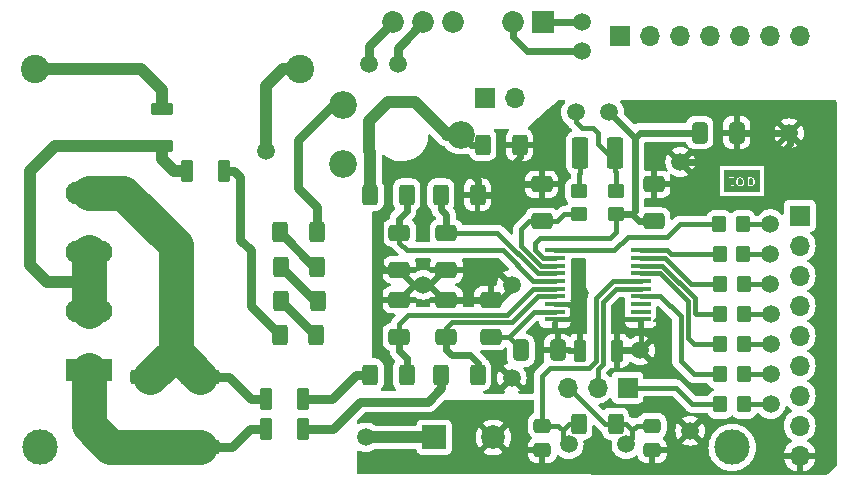
<source format=gbr>
%TF.GenerationSoftware,KiCad,Pcbnew,(7.0.0)*%
%TF.CreationDate,2023-03-19T14:03:37+01:00*%
%TF.ProjectId,breakout-board-power-measurement,62726561-6b6f-4757-942d-626f6172642d,rev?*%
%TF.SameCoordinates,Original*%
%TF.FileFunction,Copper,L1,Top*%
%TF.FilePolarity,Positive*%
%FSLAX46Y46*%
G04 Gerber Fmt 4.6, Leading zero omitted, Abs format (unit mm)*
G04 Created by KiCad (PCBNEW (7.0.0)) date 2023-03-19 14:03:37*
%MOMM*%
%LPD*%
G01*
G04 APERTURE LIST*
G04 Aperture macros list*
%AMRoundRect*
0 Rectangle with rounded corners*
0 $1 Rounding radius*
0 $2 $3 $4 $5 $6 $7 $8 $9 X,Y pos of 4 corners*
0 Add a 4 corners polygon primitive as box body*
4,1,4,$2,$3,$4,$5,$6,$7,$8,$9,$2,$3,0*
0 Add four circle primitives for the rounded corners*
1,1,$1+$1,$2,$3*
1,1,$1+$1,$4,$5*
1,1,$1+$1,$6,$7*
1,1,$1+$1,$8,$9*
0 Add four rect primitives between the rounded corners*
20,1,$1+$1,$2,$3,$4,$5,0*
20,1,$1+$1,$4,$5,$6,$7,0*
20,1,$1+$1,$6,$7,$8,$9,0*
20,1,$1+$1,$8,$9,$2,$3,0*%
G04 Aperture macros list end*
%ADD10C,0.100000*%
%TA.AperFunction,ComponentPad*%
%ADD11R,1.700000X1.700000*%
%TD*%
%TA.AperFunction,ComponentPad*%
%ADD12O,1.700000X1.700000*%
%TD*%
%TA.AperFunction,ComponentPad*%
%ADD13C,1.500000*%
%TD*%
%TA.AperFunction,SMDPad,CuDef*%
%ADD14RoundRect,0.250000X1.425000X-0.362500X1.425000X0.362500X-1.425000X0.362500X-1.425000X-0.362500X0*%
%TD*%
%TA.AperFunction,SMDPad,CuDef*%
%ADD15RoundRect,0.250000X-0.400000X-0.625000X0.400000X-0.625000X0.400000X0.625000X-0.400000X0.625000X0*%
%TD*%
%TA.AperFunction,SMDPad,CuDef*%
%ADD16RoundRect,0.250000X0.700000X-0.275000X0.700000X0.275000X-0.700000X0.275000X-0.700000X-0.275000X0*%
%TD*%
%TA.AperFunction,SMDPad,CuDef*%
%ADD17RoundRect,0.250000X-0.275000X-0.700000X0.275000X-0.700000X0.275000X0.700000X-0.275000X0.700000X0*%
%TD*%
%TA.AperFunction,SMDPad,CuDef*%
%ADD18RoundRect,0.250000X0.412500X0.650000X-0.412500X0.650000X-0.412500X-0.650000X0.412500X-0.650000X0*%
%TD*%
%TA.AperFunction,SMDPad,CuDef*%
%ADD19RoundRect,0.250000X0.650000X-0.412500X0.650000X0.412500X-0.650000X0.412500X-0.650000X-0.412500X0*%
%TD*%
%TA.AperFunction,SMDPad,CuDef*%
%ADD20RoundRect,0.250000X-0.475000X0.337500X-0.475000X-0.337500X0.475000X-0.337500X0.475000X0.337500X0*%
%TD*%
%TA.AperFunction,SMDPad,CuDef*%
%ADD21RoundRect,0.250001X-0.462499X-1.074999X0.462499X-1.074999X0.462499X1.074999X-0.462499X1.074999X0*%
%TD*%
%TA.AperFunction,SMDPad,CuDef*%
%ADD22RoundRect,0.250000X-0.650000X0.412500X-0.650000X-0.412500X0.650000X-0.412500X0.650000X0.412500X0*%
%TD*%
%TA.AperFunction,SMDPad,CuDef*%
%ADD23RoundRect,0.250000X-0.412500X-0.650000X0.412500X-0.650000X0.412500X0.650000X-0.412500X0.650000X0*%
%TD*%
%TA.AperFunction,SMDPad,CuDef*%
%ADD24RoundRect,0.250000X-0.350000X-0.450000X0.350000X-0.450000X0.350000X0.450000X-0.350000X0.450000X0*%
%TD*%
%TA.AperFunction,ComponentPad*%
%ADD25C,3.000000*%
%TD*%
%TA.AperFunction,SMDPad,CuDef*%
%ADD26RoundRect,0.250000X-0.450000X0.350000X-0.450000X-0.350000X0.450000X-0.350000X0.450000X0.350000X0*%
%TD*%
%TA.AperFunction,SMDPad,CuDef*%
%ADD27RoundRect,0.250000X0.400000X0.625000X-0.400000X0.625000X-0.400000X-0.625000X0.400000X-0.625000X0*%
%TD*%
%TA.AperFunction,SMDPad,CuDef*%
%ADD28R,1.651000X0.431800*%
%TD*%
%TA.AperFunction,ComponentPad*%
%ADD29C,2.340000*%
%TD*%
%TA.AperFunction,ComponentPad*%
%ADD30R,3.960000X1.980000*%
%TD*%
%TA.AperFunction,ComponentPad*%
%ADD31O,3.960000X1.980000*%
%TD*%
%TA.AperFunction,ComponentPad*%
%ADD32R,1.850000X1.850000*%
%TD*%
%TA.AperFunction,ComponentPad*%
%ADD33C,1.850000*%
%TD*%
%TA.AperFunction,ComponentPad*%
%ADD34R,2.000000X2.000000*%
%TD*%
%TA.AperFunction,ComponentPad*%
%ADD35C,2.000000*%
%TD*%
%TA.AperFunction,ComponentPad*%
%ADD36C,2.400000*%
%TD*%
%TA.AperFunction,Conductor*%
%ADD37C,0.400000*%
%TD*%
%TA.AperFunction,Conductor*%
%ADD38C,0.600000*%
%TD*%
%TA.AperFunction,Conductor*%
%ADD39C,0.250000*%
%TD*%
%TA.AperFunction,Conductor*%
%ADD40C,0.800000*%
%TD*%
%TA.AperFunction,Conductor*%
%ADD41C,1.000000*%
%TD*%
%TA.AperFunction,Conductor*%
%ADD42C,3.000000*%
%TD*%
G04 APERTURE END LIST*
D10*
G36*
X181675145Y-127554426D02*
G01*
X181711288Y-127590569D01*
X181750000Y-127667993D01*
X181750000Y-127930101D01*
X181711287Y-128007524D01*
X181675145Y-128043667D01*
X181597720Y-128082380D01*
X181430851Y-128082380D01*
X181373810Y-128053859D01*
X181373810Y-127544235D01*
X181430851Y-127515714D01*
X181597720Y-127515714D01*
X181675145Y-127554426D01*
G37*
G36*
X180770383Y-127554426D02*
G01*
X180806526Y-127590569D01*
X180845238Y-127667993D01*
X180845238Y-127930101D01*
X180806525Y-128007524D01*
X180770383Y-128043667D01*
X180692958Y-128082380D01*
X180573708Y-128082380D01*
X180496284Y-128043667D01*
X180460141Y-128007525D01*
X180421429Y-127930100D01*
X180421429Y-127667994D01*
X180460141Y-127590568D01*
X180496284Y-127554425D01*
X180573708Y-127515714D01*
X180692958Y-127515714D01*
X180770383Y-127554426D01*
G37*
G36*
X182308334Y-128642857D02*
G01*
X179291667Y-128642857D01*
X179291667Y-127473130D01*
X179653181Y-127473130D01*
X179665379Y-127499839D01*
X179690081Y-127515714D01*
X179797619Y-127515714D01*
X179797619Y-127986833D01*
X179796332Y-127998753D01*
X179800901Y-128007891D01*
X179803780Y-128017696D01*
X179807350Y-128020790D01*
X179844820Y-128095729D01*
X179844752Y-128097671D01*
X179851325Y-128108739D01*
X179853732Y-128113552D01*
X179854982Y-128114896D01*
X179859746Y-128122917D01*
X179864786Y-128125437D01*
X179868626Y-128129565D01*
X179877665Y-128131876D01*
X179965711Y-128175899D01*
X179975795Y-128182380D01*
X179986010Y-128182380D01*
X179996069Y-128184190D01*
X180000433Y-128182380D01*
X180092904Y-128182380D01*
X180113887Y-128176219D01*
X180133116Y-128154028D01*
X180137295Y-128124964D01*
X180125097Y-128098255D01*
X180100395Y-128082380D01*
X180002279Y-128082380D01*
X179932506Y-128047493D01*
X179897619Y-127977719D01*
X179897619Y-127661783D01*
X180319619Y-127661783D01*
X180321429Y-127666147D01*
X180321429Y-127939214D01*
X180320142Y-127951134D01*
X180324711Y-127960272D01*
X180327590Y-127970077D01*
X180331160Y-127973171D01*
X180371523Y-128053896D01*
X180373312Y-128062116D01*
X180383041Y-128071845D01*
X180392436Y-128081946D01*
X180393384Y-128082188D01*
X180426879Y-128115684D01*
X180431175Y-128122917D01*
X180443495Y-128129077D01*
X180455589Y-128135681D01*
X180456563Y-128135611D01*
X180537140Y-128175899D01*
X180547224Y-128182380D01*
X180557439Y-128182380D01*
X180567498Y-128184190D01*
X180571862Y-128182380D01*
X180702072Y-128182380D01*
X180713992Y-128183667D01*
X180723130Y-128179097D01*
X180732935Y-128176219D01*
X180736029Y-128172648D01*
X180816754Y-128132285D01*
X180824974Y-128130497D01*
X180834703Y-128120767D01*
X180844804Y-128111373D01*
X180845046Y-128110424D01*
X180878542Y-128076929D01*
X180885775Y-128072634D01*
X180891935Y-128060313D01*
X180898539Y-128048220D01*
X180898469Y-128047245D01*
X180938757Y-127966668D01*
X180945238Y-127956585D01*
X180945238Y-127946370D01*
X180947048Y-127936311D01*
X180945238Y-127931947D01*
X180945238Y-127658880D01*
X180946525Y-127646960D01*
X180941955Y-127637821D01*
X180939077Y-127628017D01*
X180935506Y-127624923D01*
X180895142Y-127544195D01*
X180893355Y-127535977D01*
X180883619Y-127526241D01*
X180874230Y-127516148D01*
X180873283Y-127515905D01*
X180872547Y-127515169D01*
X181271731Y-127515169D01*
X181273810Y-127521425D01*
X181273810Y-128083878D01*
X181273324Y-128097671D01*
X181273810Y-128098489D01*
X181273810Y-128472904D01*
X181279971Y-128493887D01*
X181302162Y-128513116D01*
X181331226Y-128517295D01*
X181357935Y-128505097D01*
X181373810Y-128480395D01*
X181373810Y-128165663D01*
X181394283Y-128175899D01*
X181404367Y-128182380D01*
X181414582Y-128182380D01*
X181424641Y-128184190D01*
X181429005Y-128182380D01*
X181606834Y-128182380D01*
X181618754Y-128183667D01*
X181627892Y-128179097D01*
X181637697Y-128176219D01*
X181640791Y-128172648D01*
X181721516Y-128132285D01*
X181729736Y-128130497D01*
X181739465Y-128120767D01*
X181749566Y-128111373D01*
X181749808Y-128110424D01*
X181783304Y-128076929D01*
X181790537Y-128072634D01*
X181796697Y-128060313D01*
X181803301Y-128048220D01*
X181803231Y-128047245D01*
X181843519Y-127966668D01*
X181850000Y-127956585D01*
X181850000Y-127946370D01*
X181851810Y-127936311D01*
X181850000Y-127931947D01*
X181850000Y-127658880D01*
X181851287Y-127646960D01*
X181846717Y-127637821D01*
X181843839Y-127628017D01*
X181840268Y-127624923D01*
X181799904Y-127544195D01*
X181798117Y-127535977D01*
X181788381Y-127526241D01*
X181778992Y-127516148D01*
X181778045Y-127515905D01*
X181744548Y-127482409D01*
X181740253Y-127475177D01*
X181727936Y-127469018D01*
X181715840Y-127462413D01*
X181714864Y-127462482D01*
X181634288Y-127422194D01*
X181624205Y-127415714D01*
X181613990Y-127415714D01*
X181603931Y-127413904D01*
X181599567Y-127415714D01*
X181421738Y-127415714D01*
X181409818Y-127414427D01*
X181400679Y-127418996D01*
X181390875Y-127421875D01*
X181387781Y-127425445D01*
X181366163Y-127436254D01*
X181345458Y-127418312D01*
X181316394Y-127414133D01*
X181289685Y-127426331D01*
X181273810Y-127451033D01*
X181273810Y-127507040D01*
X181271731Y-127515169D01*
X180872547Y-127515169D01*
X180839786Y-127482409D01*
X180835491Y-127475177D01*
X180823174Y-127469018D01*
X180811078Y-127462413D01*
X180810102Y-127462482D01*
X180729526Y-127422194D01*
X180719443Y-127415714D01*
X180709228Y-127415714D01*
X180699169Y-127413904D01*
X180694805Y-127415714D01*
X180564595Y-127415714D01*
X180552675Y-127414427D01*
X180543536Y-127418996D01*
X180533732Y-127421875D01*
X180530638Y-127425445D01*
X180449910Y-127465809D01*
X180441692Y-127467597D01*
X180431956Y-127477332D01*
X180421863Y-127486722D01*
X180421620Y-127487668D01*
X180388124Y-127521165D01*
X180380892Y-127525461D01*
X180374733Y-127537777D01*
X180368128Y-127549874D01*
X180368197Y-127550849D01*
X180327909Y-127631425D01*
X180321429Y-127641509D01*
X180321429Y-127651724D01*
X180319619Y-127661783D01*
X179897619Y-127661783D01*
X179897619Y-127515714D01*
X180092904Y-127515714D01*
X180113887Y-127509553D01*
X180133116Y-127487362D01*
X180137295Y-127458298D01*
X180125097Y-127431589D01*
X180100395Y-127415714D01*
X179897619Y-127415714D01*
X179897619Y-127125190D01*
X179891458Y-127104207D01*
X179869267Y-127084978D01*
X179840203Y-127080799D01*
X179813494Y-127092997D01*
X179797619Y-127117699D01*
X179797619Y-127415714D01*
X179697572Y-127415714D01*
X179676589Y-127421875D01*
X179657360Y-127444066D01*
X179653181Y-127473130D01*
X179291667Y-127473130D01*
X179291667Y-126807143D01*
X182308334Y-126807143D01*
X182308334Y-128642857D01*
G37*
D11*
%TO.P,J2,1,Pin_1*%
%TO.N,/~{RESET}_*%
X185673999Y-130682999D03*
D12*
%TO.P,J2,2,Pin_2*%
%TO.N,/SDO_*%
X185673999Y-133222999D03*
%TO.P,J2,3,Pin_3*%
%TO.N,/SDI_*%
X185673999Y-135762999D03*
%TO.P,J2,4,Pin_4*%
%TO.N,/SCK_*%
X185673999Y-138302999D03*
%TO.P,J2,5,Pin_5*%
%TO.N,/~{CS}_*%
X185673999Y-140842999D03*
%TO.P,J2,6,Pin_6*%
%TO.N,/~{DR}_*%
X185673999Y-143382999D03*
%TO.P,J2,7,Pin_7*%
%TO.N,/OSC1_ext_*%
X185673999Y-145922999D03*
%TO.P,J2,8,Pin_8*%
%TO.N,/3V3D*%
X185673999Y-148462999D03*
%TO.P,J2,9,Pin_9*%
%TO.N,GNDD*%
X185673999Y-151002999D03*
%TD*%
D13*
%TO.P,TP19,1,1*%
%TO.N,/~{CS}_*%
X183210200Y-141554200D03*
%TD*%
D14*
%TO.P,R6,1*%
%TO.N,/current_neg*%
X130690000Y-150250000D03*
%TO.P,R6,2*%
%TO.N,/current_pos*%
X130690000Y-144325000D03*
%TD*%
D15*
%TO.P,R4,1*%
%TO.N,Net-(R3-Pad2)*%
X141722000Y-135000000D03*
%TO.P,R4,2*%
%TO.N,Net-(R4-Pad2)*%
X144822000Y-135000000D03*
%TD*%
D16*
%TO.P,L4,1*%
%TO.N,HIGH_in*%
X131699000Y-124765000D03*
%TO.P,L4,2*%
%TO.N,Net-(C10-Pad1)*%
X131699000Y-121615000D03*
%TD*%
D17*
%TO.P,L5,1*%
%TO.N,GNDA*%
X167081000Y-142113000D03*
%TO.P,L5,2*%
%TO.N,GNDD*%
X170231000Y-142113000D03*
%TD*%
%TO.P,L1,1*%
%TO.N,HIGH_in*%
X133807000Y-126873000D03*
%TO.P,L1,2*%
%TO.N,Net-(L1-Pad2)*%
X136957000Y-126873000D03*
%TD*%
D13*
%TO.P,TP22,1,1*%
%TO.N,/LM317_Vin*%
X148950000Y-149450000D03*
%TD*%
D18*
%TO.P,C7,1*%
%TO.N,GNDA*%
X165189300Y-142087600D03*
%TO.P,C7,2*%
%TO.N,Net-(U1-REFIN+{slash}OUT)*%
X162064300Y-142087600D03*
%TD*%
D13*
%TO.P,TP18,1,1*%
%TO.N,/SCK_*%
X183210200Y-139039600D03*
%TD*%
D17*
%TO.P,L2,1*%
%TO.N,/current_pos*%
X140475000Y-146177000D03*
%TO.P,L2,2*%
%TO.N,Net-(L2-Pad2)*%
X143625000Y-146177000D03*
%TD*%
D11*
%TO.P,J3,1,Pin_1*%
%TO.N,Net-(J3-Pin_1)*%
X170433999Y-115442999D03*
D12*
%TO.P,J3,2,Pin_2*%
%TO.N,Net-(J3-Pin_2)*%
X172973999Y-115442999D03*
%TO.P,J3,3,Pin_3*%
%TO.N,Net-(J3-Pin_3)*%
X175513999Y-115442999D03*
%TO.P,J3,4,Pin_4*%
%TO.N,Net-(J3-Pin_4)*%
X178053999Y-115442999D03*
%TO.P,J3,5,Pin_5*%
%TO.N,Net-(J3-Pin_5)*%
X180593999Y-115442999D03*
%TO.P,J3,6,Pin_6*%
%TO.N,Net-(J3-Pin_6)*%
X183133999Y-115442999D03*
%TO.P,J3,7,Pin_7*%
%TO.N,Net-(J3-Pin_7)*%
X185673999Y-115442999D03*
%TD*%
D15*
%TO.P,R12,1*%
%TO.N,Net-(L2-Pad2)*%
X149300000Y-144145000D03*
%TO.P,R12,2*%
%TO.N,/CH1+*%
X152400000Y-144145000D03*
%TD*%
D19*
%TO.P,C9,1*%
%TO.N,/3V3A*%
X163830000Y-131153298D03*
%TO.P,C9,2*%
%TO.N,GNDA*%
X163830000Y-128028298D03*
%TD*%
D20*
%TO.P,C2,1*%
%TO.N,/OSC2*%
X163880000Y-148452500D03*
%TO.P,C2,2*%
%TO.N,GNDD*%
X163880000Y-150527500D03*
%TD*%
D13*
%TO.P,TP20,1,1*%
%TO.N,/~{DR}_*%
X183210200Y-144094200D03*
%TD*%
D11*
%TO.P,J4,1,Pin_1*%
%TO.N,/5V_ext*%
X159023999Y-120751999D03*
D12*
%TO.P,J4,2,Pin_2*%
%TO.N,/GND_ext*%
X161563999Y-120751999D03*
%TD*%
D21*
%TO.P,FB1,1*%
%TO.N,Net-(FB1-Pad1)*%
X167087500Y-125350000D03*
%TO.P,FB1,2*%
%TO.N,+3.3V*%
X170062500Y-125350000D03*
%TD*%
D22*
%TO.P,C6,1*%
%TO.N,GNDA*%
X155752800Y-137795000D03*
%TO.P,C6,2*%
%TO.N,/CH1-*%
X155752800Y-140920000D03*
%TD*%
D23*
%TO.P,C12,1*%
%TO.N,/3V3D*%
X177202700Y-123647200D03*
%TO.P,C12,2*%
%TO.N,GNDD*%
X180327700Y-123647200D03*
%TD*%
D13*
%TO.P,TP11,1,1*%
%TO.N,GNDD*%
X151625000Y-117850000D03*
%TD*%
D24*
%TO.P,R15,1*%
%TO.N,/~{RESET}*%
X178866108Y-131394200D03*
%TO.P,R15,2*%
%TO.N,/~{RESET}_*%
X180866108Y-131394200D03*
%TD*%
D25*
%TO.P,TP23,1,1*%
%TO.N,unconnected-(TP23-Pad1)*%
X121325000Y-150300000D03*
%TD*%
D26*
%TO.P,R20,1*%
%TO.N,+3.3V*%
X170153066Y-128564800D03*
%TO.P,R20,2*%
%TO.N,/3V3D*%
X170153066Y-130564800D03*
%TD*%
D24*
%TO.P,R17,1*%
%TO.N,/SDI*%
X178927446Y-136504554D03*
%TO.P,R17,2*%
%TO.N,/SDI_*%
X180927446Y-136504554D03*
%TD*%
D13*
%TO.P,TP13,1,1*%
%TO.N,GNDD*%
X175564800Y-126136400D03*
%TD*%
%TO.P,TP7,1,1*%
%TO.N,/3V3D*%
X169545000Y-121925000D03*
%TD*%
D17*
%TO.P,L3,1*%
%TO.N,/current_neg*%
X140475000Y-148717000D03*
%TO.P,L3,2*%
%TO.N,Net-(L3-Pad2)*%
X143625000Y-148717000D03*
%TD*%
D14*
%TO.P,R7,1*%
%TO.N,/current_neg*%
X134900000Y-150250000D03*
%TO.P,R7,2*%
%TO.N,/current_pos*%
X134900000Y-144325000D03*
%TD*%
D19*
%TO.P,C4,1*%
%TO.N,GNDA*%
X155752800Y-135255000D03*
%TO.P,C4,2*%
%TO.N,/CH0+*%
X155752800Y-132130000D03*
%TD*%
D15*
%TO.P,R5,1*%
%TO.N,Net-(R4-Pad2)*%
X141680000Y-132100000D03*
%TO.P,R5,2*%
%TO.N,Net-(R5-Pad2)*%
X144780000Y-132100000D03*
%TD*%
D19*
%TO.P,C11,1*%
%TO.N,/3V3D*%
X173329600Y-131144632D03*
%TO.P,C11,2*%
%TO.N,GNDD*%
X173329600Y-128019632D03*
%TD*%
D24*
%TO.P,R19,1*%
%TO.N,/OSC1_ext*%
X178953446Y-146664554D03*
%TO.P,R19,2*%
%TO.N,/OSC1_ext_*%
X180953446Y-146664554D03*
%TD*%
D15*
%TO.P,R13,1*%
%TO.N,Net-(L3-Pad2)*%
X155295000Y-144145000D03*
%TO.P,R13,2*%
%TO.N,/CH1-*%
X158395000Y-144145000D03*
%TD*%
D26*
%TO.P,R14,1*%
%TO.N,Net-(FB1-Pad1)*%
X167006533Y-128573466D03*
%TO.P,R14,2*%
%TO.N,/3V3A*%
X167006533Y-130573466D03*
%TD*%
D25*
%TO.P,TP24,1,1*%
%TO.N,unconnected-(TP24-Pad1)*%
X179950000Y-150300000D03*
%TD*%
D22*
%TO.P,C8,1*%
%TO.N,GNDA*%
X159512000Y-137795000D03*
%TO.P,C8,2*%
%TO.N,Net-(U1-REFIN+{slash}OUT)*%
X159512000Y-140920000D03*
%TD*%
D13*
%TO.P,TP1,1,1*%
%TO.N,/5V_ext*%
X167259000Y-114300000D03*
%TD*%
D27*
%TO.P,R10,1*%
%TO.N,GNDA*%
X158395000Y-128905000D03*
%TO.P,R10,2*%
%TO.N,/CH0+*%
X155295000Y-128905000D03*
%TD*%
D13*
%TO.P,TP4,1,1*%
%TO.N,/LM317_Vin*%
X149225000Y-117850000D03*
%TD*%
D15*
%TO.P,R11,1*%
%TO.N,/voltage_pos*%
X149300000Y-128905000D03*
%TO.P,R11,2*%
%TO.N,/CH0-*%
X152400000Y-128905000D03*
%TD*%
D13*
%TO.P,TP21,1,1*%
%TO.N,/OSC1_ext_*%
X183210200Y-146634200D03*
%TD*%
%TO.P,TP16,1,1*%
%TO.N,/SDO_*%
X183184800Y-133934200D03*
%TD*%
D15*
%TO.P,R3,1*%
%TO.N,Net-(R2-Pad2)*%
X141764000Y-137900000D03*
%TO.P,R3,2*%
%TO.N,Net-(R3-Pad2)*%
X144864000Y-137900000D03*
%TD*%
D24*
%TO.P,R16,1*%
%TO.N,/~{DR}*%
X178927446Y-144124554D03*
%TO.P,R16,2*%
%TO.N,/~{DR}_*%
X180927446Y-144124554D03*
%TD*%
D15*
%TO.P,R2,1*%
%TO.N,Net-(L1-Pad2)*%
X141638000Y-140800000D03*
%TO.P,R2,2*%
%TO.N,Net-(R2-Pad2)*%
X144738000Y-140800000D03*
%TD*%
D13*
%TO.P,TP14,1,1*%
%TO.N,GNDD*%
X176403000Y-148894800D03*
%TD*%
%TO.P,TP15,1,1*%
%TO.N,/~{RESET}_*%
X183184800Y-131394200D03*
%TD*%
%TO.P,TP17,1,1*%
%TO.N,/SDI_*%
X183184800Y-136499600D03*
%TD*%
%TO.P,TP12,1,1*%
%TO.N,GNDD*%
X172186600Y-142087600D03*
%TD*%
D24*
%TO.P,R22,1*%
%TO.N,/~{CS}*%
X178927446Y-141584554D03*
%TO.P,R22,2*%
%TO.N,/~{CS}_*%
X180927446Y-141584554D03*
%TD*%
D13*
%TO.P,TP5,1,1*%
%TO.N,/x_cap_out*%
X140462000Y-125222000D03*
%TD*%
D24*
%TO.P,R21,1*%
%TO.N,/SDO*%
X178902046Y-133939154D03*
%TO.P,R21,2*%
%TO.N,/SDO_*%
X180902046Y-133939154D03*
%TD*%
D13*
%TO.P,TP9,1,1*%
%TO.N,GNDA*%
X161275000Y-136525000D03*
%TD*%
D24*
%TO.P,R18,1*%
%TO.N,/SCK*%
X178927446Y-139044554D03*
%TO.P,R18,2*%
%TO.N,/SCK_*%
X180927446Y-139044554D03*
%TD*%
D27*
%TO.P,R1,1*%
%TO.N,/OSC1*%
X170078400Y-148298500D03*
%TO.P,R1,2*%
%TO.N,/OSC2*%
X166978400Y-148298500D03*
%TD*%
D13*
%TO.P,TP10,1,1*%
%TO.N,GNDA*%
X161290000Y-144424400D03*
%TD*%
%TO.P,TP6,1,1*%
%TO.N,+3.3V*%
X166725000Y-121925000D03*
%TD*%
D28*
%TO.P,U1,1,\u002ARESET*%
%TO.N,/~{RESET}*%
X164947599Y-133599999D03*
%TO.P,U1,2,DVDD*%
%TO.N,/3V3D*%
X164947599Y-134250000D03*
%TO.P,U1,3,AVDD*%
%TO.N,/3V3A*%
X164947599Y-134899998D03*
%TO.P,U1,4,CH0+*%
%TO.N,/CH0+*%
X164947599Y-135550000D03*
%TO.P,U1,5,CH0-*%
%TO.N,/CH0-*%
X164947599Y-136199998D03*
%TO.P,U1,6,CH1-*%
%TO.N,/CH1+*%
X164947599Y-136849997D03*
%TO.P,U1,7,CH1+*%
%TO.N,/CH1-*%
X164947599Y-137499998D03*
%TO.P,U1,8,AGND*%
%TO.N,GNDA*%
X164947599Y-138149997D03*
%TO.P,U1,9,REFIN+/OUT*%
%TO.N,Net-(U1-REFIN+{slash}OUT)*%
X164947599Y-138799998D03*
%TO.P,U1,10,REFIN-*%
%TO.N,GNDA*%
X164947599Y-139449997D03*
%TO.P,U1,11,DGND*%
%TO.N,GNDD*%
X172211999Y-139449999D03*
%TO.P,U1,12,MDAT1*%
%TO.N,unconnected-(U1-MDAT1-Pad12)*%
X172211999Y-138800001D03*
%TO.P,U1,13,MDAT0*%
%TO.N,unconnected-(U1-MDAT0-Pad13)*%
X172211999Y-138150000D03*
%TO.P,U1,14,\u002ADR*%
%TO.N,/~{DR}*%
X172211999Y-137500001D03*
%TO.P,U1,15,OSC1/CLKI*%
%TO.N,Net-(JP1-C)*%
X172211999Y-136850000D03*
%TO.P,U1,16,OSC2*%
%TO.N,/OSC2*%
X172211999Y-136200001D03*
%TO.P,U1,17,\u002ACS*%
%TO.N,/~{CS}*%
X172211999Y-135550000D03*
%TO.P,U1,18,SCK*%
%TO.N,/SCK*%
X172211999Y-134900001D03*
%TO.P,U1,19,SDO*%
%TO.N,/SDI*%
X172211999Y-134250000D03*
%TO.P,U1,20,SDI*%
%TO.N,/SDO*%
X172211999Y-133600001D03*
%TD*%
D13*
%TO.P,TP2,1,1*%
%TO.N,/GND_ext*%
X167259000Y-116713000D03*
%TD*%
%TO.P,TP8,1,1*%
%TO.N,GNDA*%
X153797000Y-136525000D03*
%TD*%
D15*
%TO.P,R9,1*%
%TO.N,/voltage_pos*%
X158850400Y-124670800D03*
%TO.P,R9,2*%
%TO.N,GNDA*%
X161950400Y-124670800D03*
%TD*%
D19*
%TO.P,C5,1*%
%TO.N,/CH1+*%
X151765000Y-140920000D03*
%TO.P,C5,2*%
%TO.N,GNDA*%
X151765000Y-137795000D03*
%TD*%
D13*
%TO.P,TP3,1,1*%
%TO.N,GNDD*%
X184785000Y-123698000D03*
%TD*%
D22*
%TO.P,C3,1*%
%TO.N,/CH0-*%
X151765000Y-132130000D03*
%TO.P,C3,2*%
%TO.N,GNDA*%
X151765000Y-135255000D03*
%TD*%
D20*
%TO.P,C1,1*%
%TO.N,/OSC1*%
X173176400Y-148452500D03*
%TO.P,C1,2*%
%TO.N,GNDD*%
X173176400Y-150527500D03*
%TD*%
D29*
%TO.P,R8,1*%
%TO.N,Net-(R5-Pad2)*%
X146972000Y-121324600D03*
%TO.P,R8,2*%
%TO.N,/voltage_pos*%
X156972000Y-123824600D03*
%TO.P,R8,3*%
%TO.N,N/C*%
X146972000Y-126324600D03*
%TD*%
D30*
%TO.P,J1,1,Pin_1*%
%TO.N,/current_neg*%
X125475999Y-143763999D03*
D31*
%TO.P,J1,2,Pin_2*%
%TO.N,HIGH_in*%
X125475999Y-138763999D03*
%TO.P,J1,3,Pin_3*%
X125475999Y-133763999D03*
%TO.P,J1,4,Pin_4*%
%TO.N,/current_pos*%
X125475999Y-128763999D03*
%TD*%
D32*
%TO.P,PS1,1,+Vin*%
%TO.N,/5V_ext*%
X163956999Y-114299999D03*
D33*
%TO.P,PS1,2,-Vin*%
%TO.N,/GND_ext*%
X161417000Y-114300000D03*
%TO.P,PS1,4,-Vout*%
%TO.N,unconnected-(PS1--Vout-Pad4)*%
X156337000Y-114300000D03*
%TO.P,PS1,5,0V*%
%TO.N,GNDD*%
X153797000Y-114300000D03*
%TO.P,PS1,6,+Vout*%
%TO.N,/LM317_Vin*%
X151257000Y-114300000D03*
%TD*%
D34*
%TO.P,C13,1*%
%TO.N,/LM317_Vin*%
X154732322Y-149449999D03*
D35*
%TO.P,C13,2*%
%TO.N,GNDD*%
X159732323Y-149450000D03*
%TD*%
D11*
%TO.P,JP1,1,A*%
%TO.N,/OSC1_ext*%
X171094399Y-145237199D03*
D12*
%TO.P,JP1,2,C*%
%TO.N,Net-(JP1-C)*%
X168554399Y-145237199D03*
%TO.P,JP1,3,B*%
%TO.N,/OSC1*%
X166014399Y-145237199D03*
%TD*%
D36*
%TO.P,C10,1*%
%TO.N,Net-(C10-Pad1)*%
X120904000Y-118237000D03*
%TO.P,C10,2*%
%TO.N,/x_cap_out*%
X143404000Y-118237000D03*
%TD*%
D13*
%TO.P,Y1,1,1*%
%TO.N,/OSC1*%
X170996000Y-150025700D03*
%TO.P,Y1,2,2*%
%TO.N,/OSC2*%
X166116000Y-150025700D03*
%TD*%
D37*
%TO.N,/CH0-*%
X164947600Y-136199999D02*
X163123999Y-136199999D01*
D38*
X152400000Y-128905000D02*
X152400000Y-130302000D01*
X151765000Y-130937000D02*
X151765000Y-132130000D01*
X152400000Y-130302000D02*
X151765000Y-130937000D01*
D37*
X152400000Y-133604000D02*
X151765000Y-132969000D01*
X160528000Y-133604000D02*
X152400000Y-133604000D01*
X163123999Y-136199999D02*
X160528000Y-133604000D01*
X151765000Y-132969000D02*
X151765000Y-132130000D01*
D38*
%TO.N,GNDA*%
X158369600Y-128879600D02*
X158395000Y-128905000D01*
X161950400Y-125730000D02*
X161950400Y-124670800D01*
D37*
X164947600Y-139449998D02*
X166112002Y-139449998D01*
D38*
X150876000Y-127762000D02*
X151587200Y-127050800D01*
X158369600Y-126466000D02*
X161214400Y-126466000D01*
D37*
X164947600Y-139449998D02*
X164947600Y-140360400D01*
D38*
X150876000Y-130048000D02*
X150876000Y-127762000D01*
D37*
X165201600Y-140614400D02*
X165189300Y-140626700D01*
D38*
X159512000Y-137795000D02*
X160274000Y-137795000D01*
X155575000Y-137795000D02*
X154305000Y-136525000D01*
D37*
X166112002Y-139449998D02*
X166370000Y-139192000D01*
X166370000Y-139192000D02*
X166370000Y-138430000D01*
D38*
X150114000Y-134874000D02*
X150114000Y-130810000D01*
X155752800Y-135255000D02*
X155575000Y-135255000D01*
D37*
X165189300Y-140626700D02*
X165189300Y-142087600D01*
D38*
X157784800Y-127050800D02*
X158395000Y-127661000D01*
X161785702Y-128028298D02*
X163830000Y-128028298D01*
X158369600Y-126466000D02*
X157784800Y-127050800D01*
X150495000Y-135255000D02*
X150114000Y-134874000D01*
D37*
X164947600Y-140360400D02*
X165201600Y-140614400D01*
X166370000Y-138430000D02*
X166089998Y-138149998D01*
D38*
X151765000Y-135255000D02*
X150495000Y-135255000D01*
X161214400Y-126466000D02*
X161950400Y-125730000D01*
D37*
X166089998Y-138149998D02*
X164947600Y-138149998D01*
D38*
X158395000Y-128905000D02*
X160909000Y-128905000D01*
X160274000Y-137795000D02*
X161544000Y-136525000D01*
X151765000Y-135255000D02*
X153035000Y-136525000D01*
X160909000Y-128905000D02*
X161785702Y-128028298D01*
X155752800Y-137795000D02*
X155575000Y-137795000D01*
X155752800Y-137795000D02*
X159512000Y-137795000D01*
X151765000Y-137795000D02*
X153035000Y-136525000D01*
X150114000Y-130810000D02*
X150876000Y-130048000D01*
X151587200Y-127050800D02*
X157784800Y-127050800D01*
X154305000Y-136525000D02*
X153797000Y-136525000D01*
D39*
X164947600Y-141845900D02*
X165189300Y-142087600D01*
D38*
X153797000Y-136525000D02*
X153035000Y-136525000D01*
X158395000Y-127661000D02*
X158395000Y-128905000D01*
X155575000Y-135255000D02*
X154305000Y-136525000D01*
%TO.N,/CH0+*%
X155295000Y-130149000D02*
X155752800Y-130606800D01*
D37*
X160070000Y-132130000D02*
X155752800Y-132130000D01*
X163490001Y-135550001D02*
X160070000Y-132130000D01*
X164947600Y-135550001D02*
X163490001Y-135550001D01*
D38*
X155752800Y-130606800D02*
X155752800Y-132130000D01*
X155295000Y-128905000D02*
X155295000Y-130149000D01*
D37*
%TO.N,/CH1+*%
X152492000Y-139100000D02*
X151765000Y-139827000D01*
X164947600Y-136849998D02*
X163124002Y-136849998D01*
X163124002Y-136849998D02*
X160874000Y-139100000D01*
X160874000Y-139100000D02*
X152492000Y-139100000D01*
D38*
X152400000Y-142748000D02*
X151765000Y-142113000D01*
D37*
X151765000Y-139827000D02*
X151765000Y-140920000D01*
D38*
X152400000Y-144145000D02*
X152400000Y-142748000D01*
X151765000Y-142113000D02*
X151765000Y-140920000D01*
%TO.N,/CH1-*%
X158395000Y-143155000D02*
X157734000Y-142494000D01*
D37*
X155752800Y-140157200D02*
X155752800Y-140920000D01*
X156210000Y-139700000D02*
X155752800Y-140157200D01*
X163490001Y-137499999D02*
X161290000Y-139700000D01*
X164947600Y-137499999D02*
X163490001Y-137499999D01*
D38*
X155752800Y-142036800D02*
X155752800Y-140920000D01*
X156210000Y-142494000D02*
X155752800Y-142036800D01*
X157734000Y-142494000D02*
X156210000Y-142494000D01*
D37*
X161290000Y-139700000D02*
X156210000Y-139700000D01*
D38*
X158395000Y-144145000D02*
X158395000Y-143155000D01*
D37*
%TO.N,Net-(U1-REFIN+{slash}OUT)*%
X161848800Y-141682800D02*
X161086000Y-140920000D01*
X164947600Y-138799999D02*
X163206001Y-138799999D01*
X161086000Y-140920000D02*
X159512000Y-140920000D01*
X163206001Y-138799999D02*
X161086000Y-140920000D01*
%TO.N,/OSC1*%
X170078400Y-148298500D02*
X169190700Y-148298500D01*
X166383400Y-145491200D02*
X166014400Y-145491200D01*
X169190700Y-148298500D02*
X166383400Y-145491200D01*
X170090700Y-148286200D02*
X170078400Y-148298500D01*
X170996000Y-150025700D02*
X170997650Y-150025700D01*
X170948050Y-148310600D02*
X170123150Y-148310600D01*
X171493550Y-148856100D02*
X170948050Y-148310600D01*
X171874350Y-148475300D02*
X173217550Y-148475300D01*
X171493550Y-148856100D02*
X171874350Y-148475300D01*
X171493550Y-149529800D02*
X171493550Y-148856100D01*
X170997650Y-150025700D02*
X171493550Y-149529800D01*
D38*
%TO.N,GNDD*%
X172110400Y-142087600D02*
X170256400Y-142087600D01*
X183388000Y-126111000D02*
X184861200Y-124637800D01*
D40*
X151625000Y-117850000D02*
X151625000Y-116472000D01*
D37*
X164090000Y-152080000D02*
X163880000Y-151870000D01*
X170633200Y-139450000D02*
X170231000Y-139852200D01*
X173010000Y-152080000D02*
X164090000Y-152080000D01*
D38*
X184861200Y-124637800D02*
X184861200Y-123647200D01*
D37*
X173176400Y-151913600D02*
X173010000Y-152080000D01*
X163880000Y-151870000D02*
X163880000Y-150527500D01*
D38*
X184861200Y-123647200D02*
X180327700Y-123647200D01*
D40*
X151625000Y-116472000D02*
X153797000Y-114300000D01*
D37*
X172212000Y-141986000D02*
X172110400Y-142087600D01*
X172212000Y-139450000D02*
X172212000Y-141986000D01*
X173176400Y-150527500D02*
X173176400Y-151913600D01*
X172212000Y-139450000D02*
X170633200Y-139450000D01*
D38*
X175514000Y-126111000D02*
X183388000Y-126111000D01*
D37*
X170231000Y-139852200D02*
X170231000Y-142113000D01*
D38*
X170256400Y-142087600D02*
X170231000Y-142113000D01*
D37*
%TO.N,/OSC2*%
X168402000Y-137668000D02*
X169869998Y-136200002D01*
X165608000Y-148844000D02*
X165227200Y-148463200D01*
X169869998Y-136200002D02*
X172212000Y-136200002D01*
X163884000Y-148463200D02*
X163884000Y-144218000D01*
X165608000Y-149517700D02*
X165608000Y-148844000D01*
X166153500Y-148298500D02*
X166978400Y-148298500D01*
X164541200Y-143560800D02*
X167843200Y-143560800D01*
X166116000Y-150025700D02*
X165608000Y-149517700D01*
X163884000Y-144218000D02*
X164541200Y-143560800D01*
X165227200Y-148463200D02*
X163884000Y-148463200D01*
X165608000Y-148844000D02*
X166153500Y-148298500D01*
X168402000Y-143002000D02*
X168402000Y-137668000D01*
X167843200Y-143560800D02*
X168402000Y-143002000D01*
%TO.N,/3V3A*%
X162102800Y-131826000D02*
X162775500Y-131153300D01*
X165736534Y-130573466D02*
X167006533Y-130573466D01*
X165156702Y-131153298D02*
X165736534Y-130573466D01*
X163830000Y-131153298D02*
X165156702Y-131153298D01*
X164947600Y-134899999D02*
X163756198Y-134899999D01*
X163756198Y-134899999D02*
X162102800Y-133246601D01*
X162102800Y-133246601D02*
X162102800Y-131826000D01*
X163829998Y-131153300D02*
X163830000Y-131153298D01*
X162775500Y-131153300D02*
X163829998Y-131153300D01*
%TO.N,/3V3D*%
X169621200Y-132588000D02*
X170153066Y-132056134D01*
X164947600Y-134250001D02*
X163954728Y-134250001D01*
X170153066Y-132056134D02*
X170153066Y-130564800D01*
X163677600Y-132588000D02*
X169621200Y-132588000D01*
D38*
X171465200Y-130564800D02*
X170153066Y-130564800D01*
X172140800Y-123647200D02*
X171704000Y-124084000D01*
X173329600Y-131144632D02*
X172045032Y-131144632D01*
D37*
X163271200Y-133566473D02*
X163271200Y-132994400D01*
D38*
X171704000Y-124084000D02*
X169545000Y-121925000D01*
D37*
X163954728Y-134250001D02*
X163271200Y-133566473D01*
D38*
X171704000Y-124084000D02*
X171704000Y-130326000D01*
X172045032Y-131144632D02*
X171465200Y-130564800D01*
X177202700Y-123647200D02*
X172140800Y-123647200D01*
D37*
X163271200Y-132994400D02*
X163677600Y-132588000D01*
D38*
X171704000Y-130326000D02*
X171465200Y-130564800D01*
D41*
%TO.N,Net-(C10-Pad1)*%
X131699000Y-121615000D02*
X131699000Y-120015000D01*
X131699000Y-120015000D02*
X129921000Y-118237000D01*
X129921000Y-118237000D02*
X120904000Y-118237000D01*
%TO.N,/x_cap_out*%
X140462000Y-125222000D02*
X140462000Y-119684800D01*
X141909800Y-118237000D02*
X140462000Y-119684800D01*
X141909800Y-118237000D02*
X143404000Y-118237000D01*
X143838000Y-118237000D02*
X141909800Y-118237000D01*
%TO.N,/LM317_Vin*%
X148950000Y-149450000D02*
X154732323Y-149450000D01*
D40*
X149225000Y-116332000D02*
X151257000Y-114300000D01*
X149225000Y-117850000D02*
X149225000Y-116332000D01*
D37*
%TO.N,Net-(FB1-Pad1)*%
X167006533Y-128573466D02*
X167006533Y-127143467D01*
X167006533Y-127143467D02*
X167087500Y-127062500D01*
X167087500Y-127062500D02*
X167087500Y-124525000D01*
%TO.N,+3.3V*%
X168575000Y-124600000D02*
X169325000Y-125350000D01*
X170062500Y-126912500D02*
X170062500Y-124525000D01*
X168200000Y-123275000D02*
X168575000Y-123650000D01*
X167250000Y-123275000D02*
X168200000Y-123275000D01*
X170153066Y-127003066D02*
X170062500Y-126912500D01*
X166725000Y-122750000D02*
X167250000Y-123275000D01*
X168575000Y-123650000D02*
X168575000Y-124600000D01*
X170153066Y-128564800D02*
X170153066Y-127003066D01*
X166725000Y-121925000D02*
X166725000Y-122750000D01*
X169325000Y-125350000D02*
X170062500Y-125350000D01*
D41*
%TO.N,HIGH_in*%
X132715000Y-126873000D02*
X133807000Y-126873000D01*
X121920000Y-136271000D02*
X125476000Y-136271000D01*
X122631000Y-124765000D02*
X120523000Y-126873000D01*
D42*
X125476000Y-133764000D02*
X125476000Y-138764000D01*
D41*
X131699000Y-125857000D02*
X132715000Y-126873000D01*
X120523000Y-126873000D02*
X120523000Y-134874000D01*
X131699000Y-124765000D02*
X122631000Y-124765000D01*
X120523000Y-134874000D02*
X121920000Y-136271000D01*
X131699000Y-124765000D02*
X131699000Y-125857000D01*
D37*
%TO.N,/~{RESET}_*%
X183159400Y-131394200D02*
X183184800Y-131368800D01*
X181416108Y-131394200D02*
X183159400Y-131394200D01*
%TO.N,/SDO_*%
X181452046Y-133939154D02*
X183113554Y-133939154D01*
%TO.N,/SDI_*%
X181477446Y-136504554D02*
X183129046Y-136504554D01*
%TO.N,/SCK_*%
X181477446Y-139044554D02*
X183129046Y-139044554D01*
%TO.N,/~{CS}_*%
X183179846Y-141584554D02*
X183184800Y-141579600D01*
X181477446Y-141584554D02*
X183179846Y-141584554D01*
%TO.N,/~{DR}_*%
X183179846Y-144124554D02*
X183184800Y-144119600D01*
X181477446Y-144124554D02*
X183179846Y-144124554D01*
%TO.N,/OSC1_ext_*%
X183179846Y-146664554D02*
X183184800Y-146659600D01*
X181503446Y-146664554D02*
X183179846Y-146664554D01*
D38*
%TO.N,/5V_ext*%
X167259000Y-114300000D02*
X163957000Y-114300000D01*
D37*
%TO.N,/OSC1_ext*%
X171094400Y-145237200D02*
X175158400Y-145237200D01*
X175158400Y-145237200D02*
X176585754Y-146664554D01*
X176585754Y-146664554D02*
X178403446Y-146664554D01*
X170484800Y-144881600D02*
X171754400Y-144881600D01*
%TO.N,Net-(JP1-C)*%
X169002000Y-137957000D02*
X169164000Y-137795000D01*
X168554400Y-143698128D02*
X169002000Y-143250528D01*
X170134399Y-136850001D02*
X172212000Y-136850001D01*
X169164000Y-137795000D02*
X170134399Y-136850001D01*
X169002000Y-143250528D02*
X169002000Y-137957000D01*
X168554400Y-145237200D02*
X168554400Y-143698128D01*
D42*
%TO.N,/current_pos*%
X125476000Y-128764000D02*
X128414000Y-128764000D01*
D40*
X134900000Y-144325000D02*
X137325000Y-144325000D01*
D42*
X132825000Y-142050000D02*
X132825000Y-142190000D01*
X128414000Y-128764000D02*
X132825000Y-133175000D01*
X132825000Y-142250000D02*
X134900000Y-144325000D01*
D40*
X139177000Y-146177000D02*
X140475000Y-146177000D01*
D42*
X132825000Y-133175000D02*
X132825000Y-142050000D01*
X132825000Y-142190000D02*
X130690000Y-144325000D01*
X132825000Y-142050000D02*
X132825000Y-142250000D01*
D40*
X137325000Y-144325000D02*
X139177000Y-146177000D01*
%TO.N,Net-(L1-Pad2)*%
X141638000Y-140800000D02*
X139192000Y-138354000D01*
X137795000Y-126873000D02*
X136957000Y-126873000D01*
X138303000Y-127381000D02*
X137795000Y-126873000D01*
X138303000Y-132715000D02*
X138303000Y-127381000D01*
X139192000Y-133604000D02*
X138303000Y-132715000D01*
X139192000Y-138354000D02*
X139192000Y-133604000D01*
%TO.N,/current_neg*%
X137600000Y-150250000D02*
X139133000Y-148717000D01*
X134900000Y-150250000D02*
X137600000Y-150250000D01*
D42*
X134900000Y-150250000D02*
X130690000Y-150250000D01*
X125476000Y-148426000D02*
X125476000Y-143764000D01*
D40*
X139133000Y-148717000D02*
X140475000Y-148717000D01*
D42*
X130690000Y-150250000D02*
X127300000Y-150250000D01*
X127300000Y-150250000D02*
X125476000Y-148426000D01*
D40*
%TO.N,Net-(L2-Pad2)*%
X146050000Y-146177000D02*
X148082000Y-144145000D01*
X143625000Y-146177000D02*
X146050000Y-146177000D01*
X148082000Y-144145000D02*
X149300000Y-144145000D01*
%TO.N,Net-(L3-Pad2)*%
X155321000Y-144171000D02*
X155295000Y-144145000D01*
X143625000Y-148717000D02*
X146177000Y-148717000D01*
X155321000Y-145288000D02*
X155321000Y-144171000D01*
X154178000Y-146431000D02*
X155321000Y-145288000D01*
X146177000Y-148717000D02*
X148463000Y-146431000D01*
X148463000Y-146431000D02*
X154178000Y-146431000D01*
D41*
%TO.N,/voltage_pos*%
X149300000Y-125297000D02*
X149222000Y-125219000D01*
D38*
X157818200Y-124670800D02*
X156972000Y-123824600D01*
D41*
X149300000Y-128905000D02*
X149300000Y-125297000D01*
X156971600Y-123825000D02*
X156972000Y-123824600D01*
X155829000Y-123792513D02*
X155829000Y-123825000D01*
X153111087Y-121074600D02*
X155829000Y-123792513D01*
X155829000Y-123825000D02*
X156971600Y-123825000D01*
X149222000Y-122685000D02*
X150832400Y-121074600D01*
D38*
X158850400Y-124670800D02*
X157818200Y-124670800D01*
D41*
X149222000Y-125219000D02*
X149222000Y-122685000D01*
X150832400Y-121074600D02*
X153111087Y-121074600D01*
D37*
%TO.N,/SCK*%
X178377446Y-139044554D02*
X176890554Y-139044554D01*
X176890554Y-139044554D02*
X176784000Y-138938000D01*
X176784000Y-137637856D02*
X176784000Y-138938000D01*
X174046146Y-134900002D02*
X176784000Y-137637856D01*
X172212000Y-134900002D02*
X174046146Y-134900002D01*
%TO.N,/~{DR}*%
X175584000Y-143021200D02*
X176687354Y-144124554D01*
X173872802Y-137500002D02*
X175584000Y-139211200D01*
X175584000Y-139211200D02*
X175584000Y-143021200D01*
X176687354Y-144124554D02*
X178377446Y-144124554D01*
X172212000Y-137500002D02*
X173872802Y-137500002D01*
%TO.N,/SDO*%
X178352046Y-133939154D02*
X174782354Y-133939154D01*
X174782354Y-133939154D02*
X174443202Y-133600002D01*
X172212000Y-133600002D02*
X174443202Y-133600002D01*
%TO.N,/SDI*%
X172212000Y-134250001D02*
X174244673Y-134250001D01*
X176499226Y-136504554D02*
X178377446Y-136504554D01*
X174244673Y-134250001D02*
X176499226Y-136504554D01*
%TO.N,/~{CS}*%
X176738154Y-141584554D02*
X178377446Y-141584554D01*
X176184000Y-141030400D02*
X176738154Y-141584554D01*
X176184000Y-137886384D02*
X176184000Y-141030400D01*
X173847617Y-135550001D02*
X176184000Y-137886384D01*
X172212000Y-135550001D02*
X173847617Y-135550001D01*
%TO.N,/~{RESET}*%
X164947600Y-133600000D02*
X169980800Y-133600000D01*
X174447200Y-132486400D02*
X175539400Y-131394200D01*
X175539400Y-131394200D02*
X178316108Y-131394200D01*
X171094400Y-132486400D02*
X174447200Y-132486400D01*
X169980800Y-133600000D02*
X171094400Y-132486400D01*
D38*
%TO.N,/GND_ext*%
X167259000Y-116713000D02*
X162560000Y-116713000D01*
X162560000Y-116713000D02*
X161417000Y-115570000D01*
X161417000Y-115570000D02*
X161417000Y-114300000D01*
D40*
%TO.N,Net-(R2-Pad2)*%
X144664000Y-140800000D02*
X141764000Y-137900000D01*
X144738000Y-140800000D02*
X144664000Y-140800000D01*
%TO.N,Net-(R3-Pad2)*%
X144622000Y-137900000D02*
X141722000Y-135000000D01*
X144864000Y-137900000D02*
X144622000Y-137900000D01*
%TO.N,Net-(R4-Pad2)*%
X144580000Y-135000000D02*
X141680000Y-132100000D01*
X144822000Y-135000000D02*
X144580000Y-135000000D01*
%TO.N,Net-(R5-Pad2)*%
X143205200Y-128371600D02*
X143205200Y-124300200D01*
X144780000Y-132100000D02*
X144780000Y-129946400D01*
X144780000Y-129946400D02*
X143205200Y-128371600D01*
X143205200Y-124300200D02*
X146180800Y-121324600D01*
%TD*%
%TA.AperFunction,Conductor*%
%TO.N,GNDD*%
G36*
X188738000Y-120920613D02*
G01*
X188783387Y-120966000D01*
X188800000Y-121028000D01*
X188800000Y-151748638D01*
X188790561Y-151796091D01*
X188763681Y-151836319D01*
X188036378Y-152563621D01*
X187996083Y-152590528D01*
X187948554Y-152599940D01*
X148332857Y-152554143D01*
X148270917Y-152537482D01*
X148225589Y-152492102D01*
X148209000Y-152430143D01*
X148209000Y-150678882D01*
X148224286Y-150619239D01*
X148266375Y-150574301D01*
X148324890Y-150555147D01*
X148385405Y-150566500D01*
X148435288Y-150589761D01*
X148520670Y-150629575D01*
X148678522Y-150671871D01*
X148726790Y-150684805D01*
X148726791Y-150684805D01*
X148732023Y-150686207D01*
X148950000Y-150705277D01*
X149167977Y-150686207D01*
X149379330Y-150629575D01*
X149577639Y-150537102D01*
X149669292Y-150472925D01*
X149703129Y-150456239D01*
X149740417Y-150450500D01*
X153115831Y-150450500D01*
X153169347Y-150462643D01*
X153212382Y-150496693D01*
X153236507Y-150545982D01*
X153237403Y-150549776D01*
X153238232Y-150557483D01*
X153240939Y-150564743D01*
X153240941Y-150564748D01*
X153265643Y-150630975D01*
X153288527Y-150692331D01*
X153293841Y-150699430D01*
X153293842Y-150699431D01*
X153352284Y-150777500D01*
X153374777Y-150807546D01*
X153489992Y-150893796D01*
X153624840Y-150944091D01*
X153684450Y-150950500D01*
X155780195Y-150950499D01*
X155839806Y-150944091D01*
X155974654Y-150893796D01*
X156089869Y-150807546D01*
X156176119Y-150692331D01*
X156183236Y-150673248D01*
X158868072Y-150673248D01*
X158876178Y-150684439D01*
X158905040Y-150706903D01*
X158913602Y-150712496D01*
X159123208Y-150825929D01*
X159132562Y-150830032D01*
X159357979Y-150907417D01*
X159367891Y-150909928D01*
X159602966Y-150949155D01*
X159613162Y-150950000D01*
X159851484Y-150950000D01*
X159861679Y-150949155D01*
X160085362Y-150911829D01*
X162655001Y-150911829D01*
X162655321Y-150918111D01*
X162664805Y-151010959D01*
X162667623Y-151024122D01*
X162718370Y-151177267D01*
X162724432Y-151190266D01*
X162808890Y-151327194D01*
X162817794Y-151338455D01*
X162931544Y-151452205D01*
X162942805Y-151461109D01*
X163079733Y-151545567D01*
X163092732Y-151551629D01*
X163245874Y-151602375D01*
X163259041Y-151605194D01*
X163351890Y-151614680D01*
X163358168Y-151615000D01*
X163613674Y-151615000D01*
X163626549Y-151611549D01*
X163630000Y-151598674D01*
X163630000Y-150793826D01*
X163626549Y-150780950D01*
X163613674Y-150777500D01*
X162671327Y-150777500D01*
X162658451Y-150780950D01*
X162655001Y-150793826D01*
X162655001Y-150911829D01*
X160085362Y-150911829D01*
X160096754Y-150909928D01*
X160106666Y-150907417D01*
X160332083Y-150830032D01*
X160341437Y-150825929D01*
X160551046Y-150712495D01*
X160559604Y-150706903D01*
X160588469Y-150684437D01*
X160596573Y-150673250D01*
X160589912Y-150661142D01*
X159743865Y-149815095D01*
X159732323Y-149808431D01*
X159720780Y-149815095D01*
X158874731Y-150661143D01*
X158868072Y-150673248D01*
X156183236Y-150673248D01*
X156226414Y-150557483D01*
X156232823Y-150497873D01*
X156232823Y-149455117D01*
X158227606Y-149455117D01*
X158247285Y-149692618D01*
X158248969Y-149702712D01*
X158307476Y-149933747D01*
X158310795Y-149943414D01*
X158406531Y-150161673D01*
X158411393Y-150170656D01*
X158501322Y-150308304D01*
X158509286Y-150316024D01*
X158518668Y-150310100D01*
X159367227Y-149461542D01*
X159373891Y-149450000D01*
X160090754Y-149450000D01*
X160097418Y-149461542D01*
X160945976Y-150310100D01*
X160955357Y-150316024D01*
X160963325Y-150308299D01*
X161053247Y-150170664D01*
X161058115Y-150161669D01*
X161153850Y-149943414D01*
X161157169Y-149933747D01*
X161215676Y-149702712D01*
X161217360Y-149692618D01*
X161237040Y-149455117D01*
X161237040Y-149444883D01*
X161217360Y-149207381D01*
X161215676Y-149197287D01*
X161157169Y-148966252D01*
X161153850Y-148956585D01*
X161058115Y-148738330D01*
X161053247Y-148729335D01*
X160963325Y-148591699D01*
X160955357Y-148583974D01*
X160945976Y-148589898D01*
X160097418Y-149438457D01*
X160090754Y-149450000D01*
X159373891Y-149450000D01*
X159367227Y-149438457D01*
X158518668Y-148589898D01*
X158509287Y-148583974D01*
X158501320Y-148591699D01*
X158411395Y-148729338D01*
X158406530Y-148738328D01*
X158310795Y-148956585D01*
X158307476Y-148966252D01*
X158248969Y-149197287D01*
X158247285Y-149207381D01*
X158227606Y-149444883D01*
X158227606Y-149455117D01*
X156232823Y-149455117D01*
X156232822Y-148402128D01*
X156226414Y-148342517D01*
X156183235Y-148226749D01*
X158868071Y-148226749D01*
X158874731Y-148238855D01*
X159720780Y-149084904D01*
X159732323Y-149091568D01*
X159743865Y-149084904D01*
X160589913Y-148238855D01*
X160596573Y-148226749D01*
X160588466Y-148215559D01*
X160559609Y-148193099D01*
X160551042Y-148187503D01*
X160341437Y-148074070D01*
X160332083Y-148069967D01*
X160106666Y-147992582D01*
X160096754Y-147990071D01*
X159861679Y-147950844D01*
X159851484Y-147950000D01*
X159613162Y-147950000D01*
X159602966Y-147950844D01*
X159367891Y-147990071D01*
X159357979Y-147992582D01*
X159132562Y-148069967D01*
X159123208Y-148074070D01*
X158913599Y-148187504D01*
X158905040Y-148193096D01*
X158876177Y-148215560D01*
X158868071Y-148226749D01*
X156183235Y-148226749D01*
X156176119Y-148207669D01*
X156089869Y-148092454D01*
X156057388Y-148068139D01*
X155981754Y-148011519D01*
X155981753Y-148011518D01*
X155974654Y-148006204D01*
X155839806Y-147955909D01*
X155832093Y-147955079D01*
X155832090Y-147955079D01*
X155783503Y-147949855D01*
X155783492Y-147949854D01*
X155780196Y-147949500D01*
X155776873Y-147949500D01*
X153687762Y-147949500D01*
X153687743Y-147949500D01*
X153684451Y-147949501D01*
X153681173Y-147949853D01*
X153681161Y-147949854D01*
X153632554Y-147955079D01*
X153632548Y-147955080D01*
X153624840Y-147955909D01*
X153617575Y-147958618D01*
X153617569Y-147958620D01*
X153498303Y-148003104D01*
X153498301Y-148003104D01*
X153489992Y-148006204D01*
X153482895Y-148011516D01*
X153482891Y-148011519D01*
X153381873Y-148087141D01*
X153381869Y-148087144D01*
X153374777Y-148092454D01*
X153369467Y-148099546D01*
X153369464Y-148099550D01*
X153293842Y-148200568D01*
X153293839Y-148200572D01*
X153288527Y-148207669D01*
X153285427Y-148215978D01*
X153285427Y-148215980D01*
X153240942Y-148335248D01*
X153240939Y-148335256D01*
X153238232Y-148342517D01*
X153237402Y-148350231D01*
X153236509Y-148354014D01*
X153212385Y-148403305D01*
X153169349Y-148437357D01*
X153115832Y-148449500D01*
X149740417Y-148449500D01*
X149703129Y-148443761D01*
X149669293Y-148427075D01*
X149582068Y-148365999D01*
X149582066Y-148365997D01*
X149577639Y-148362898D01*
X149572742Y-148360614D01*
X149572736Y-148360611D01*
X149384236Y-148272712D01*
X149384229Y-148272709D01*
X149379330Y-148270425D01*
X149374103Y-148269024D01*
X149374102Y-148269024D01*
X149173209Y-148215194D01*
X149173199Y-148215192D01*
X149167977Y-148213793D01*
X149162585Y-148213321D01*
X149162578Y-148213320D01*
X148955395Y-148195195D01*
X148950000Y-148194723D01*
X148944605Y-148195195D01*
X148737421Y-148213320D01*
X148737412Y-148213321D01*
X148732023Y-148213793D01*
X148726802Y-148215191D01*
X148726790Y-148215194D01*
X148525897Y-148269024D01*
X148525892Y-148269025D01*
X148520670Y-148270425D01*
X148515774Y-148272707D01*
X148515763Y-148272712D01*
X148385405Y-148333500D01*
X148324890Y-148344853D01*
X148266375Y-148325699D01*
X148224286Y-148280761D01*
X148209000Y-148221118D01*
X148209000Y-148009861D01*
X148218439Y-147962408D01*
X148245319Y-147922180D01*
X148799680Y-147367819D01*
X148839908Y-147340939D01*
X148887361Y-147331500D01*
X154097374Y-147331500D01*
X154116772Y-147333027D01*
X154130612Y-147335219D01*
X154198336Y-147331670D01*
X154204826Y-147331500D01*
X154221952Y-147331500D01*
X154225192Y-147331500D01*
X154228413Y-147331161D01*
X154228421Y-147331161D01*
X154245447Y-147329371D01*
X154251906Y-147328862D01*
X154319646Y-147325313D01*
X154333187Y-147321683D01*
X154352316Y-147318138D01*
X154366256Y-147316674D01*
X154430761Y-147295714D01*
X154436962Y-147293877D01*
X154502488Y-147276320D01*
X154514973Y-147269957D01*
X154532956Y-147262508D01*
X154546284Y-147258179D01*
X154605035Y-147224257D01*
X154610710Y-147221177D01*
X154671149Y-147190383D01*
X154682045Y-147181558D01*
X154698083Y-147170537D01*
X154710216Y-147163533D01*
X154760657Y-147118115D01*
X154765533Y-147113951D01*
X154781380Y-147101119D01*
X154795779Y-147086718D01*
X154800470Y-147082266D01*
X154850888Y-147036871D01*
X154859125Y-147025532D01*
X154871761Y-147010736D01*
X155591379Y-146291118D01*
X155631607Y-146264239D01*
X155679060Y-146254800D01*
X163059500Y-146254800D01*
X163121500Y-146271413D01*
X163166887Y-146316800D01*
X163183500Y-146378800D01*
X163183500Y-147308226D01*
X163172877Y-147358442D01*
X163142829Y-147400054D01*
X163098503Y-147425932D01*
X163092523Y-147427913D01*
X163092516Y-147427915D01*
X163085666Y-147430186D01*
X163079522Y-147433975D01*
X163079519Y-147433977D01*
X162942488Y-147518497D01*
X162942480Y-147518503D01*
X162936344Y-147522288D01*
X162931242Y-147527389D01*
X162931238Y-147527393D01*
X162817393Y-147641238D01*
X162817389Y-147641242D01*
X162812288Y-147646344D01*
X162808503Y-147652480D01*
X162808497Y-147652488D01*
X162723986Y-147789505D01*
X162720186Y-147795666D01*
X162717915Y-147802517D01*
X162717914Y-147802521D01*
X162667131Y-147955774D01*
X162665001Y-147962203D01*
X162664313Y-147968933D01*
X162664312Y-147968940D01*
X162654819Y-148061859D01*
X162654818Y-148061877D01*
X162654500Y-148064991D01*
X162654500Y-148068138D01*
X162654500Y-148068139D01*
X162654500Y-148836858D01*
X162654500Y-148836877D01*
X162654501Y-148840008D01*
X162654820Y-148843140D01*
X162654821Y-148843141D01*
X162664312Y-148936061D01*
X162664313Y-148936069D01*
X162665001Y-148942797D01*
X162667129Y-148949219D01*
X162667130Y-148949223D01*
X162712091Y-149084904D01*
X162720186Y-149109334D01*
X162723977Y-149115480D01*
X162808497Y-149252511D01*
X162808500Y-149252515D01*
X162812288Y-149258656D01*
X162936344Y-149382712D01*
X162942488Y-149386502D01*
X162948157Y-149390984D01*
X162947008Y-149392436D01*
X162982832Y-149429853D01*
X162998559Y-149490281D01*
X162982844Y-149550712D01*
X162947266Y-149587886D01*
X162948471Y-149589410D01*
X162931544Y-149602794D01*
X162817794Y-149716544D01*
X162808890Y-149727805D01*
X162724432Y-149864733D01*
X162718370Y-149877732D01*
X162667624Y-150030874D01*
X162664805Y-150044041D01*
X162655319Y-150136890D01*
X162655000Y-150143168D01*
X162655000Y-150261174D01*
X162658450Y-150274049D01*
X162671326Y-150277500D01*
X164006000Y-150277500D01*
X164068000Y-150294113D01*
X164113387Y-150339500D01*
X164130000Y-150401500D01*
X164130000Y-151598673D01*
X164133450Y-151611548D01*
X164146326Y-151614999D01*
X164401829Y-151614999D01*
X164408111Y-151614678D01*
X164500959Y-151605194D01*
X164514122Y-151602376D01*
X164667267Y-151551629D01*
X164680266Y-151545567D01*
X164817194Y-151461109D01*
X164828455Y-151452205D01*
X164942205Y-151338455D01*
X164951109Y-151327194D01*
X165035567Y-151190266D01*
X165041630Y-151177265D01*
X165092253Y-151024493D01*
X165126186Y-150972074D01*
X165181362Y-150942838D01*
X165243791Y-150944201D01*
X165297640Y-150975815D01*
X165309123Y-150987298D01*
X165488361Y-151112802D01*
X165493261Y-151115087D01*
X165493263Y-151115088D01*
X165626606Y-151177267D01*
X165686670Y-151205275D01*
X165844522Y-151247571D01*
X165892790Y-151260505D01*
X165892791Y-151260505D01*
X165898023Y-151261907D01*
X166116000Y-151280977D01*
X166333977Y-151261907D01*
X166545330Y-151205275D01*
X166743639Y-151112802D01*
X166922877Y-150987298D01*
X167077598Y-150832577D01*
X167203102Y-150653339D01*
X167295575Y-150455030D01*
X167352207Y-150243677D01*
X167371277Y-150025700D01*
X167352207Y-149807723D01*
X167353859Y-149807578D01*
X167359739Y-149748637D01*
X167400191Y-149695121D01*
X167462595Y-149670506D01*
X167531197Y-149663499D01*
X167697734Y-149608314D01*
X167847056Y-149516212D01*
X167971112Y-149392156D01*
X168063214Y-149242834D01*
X168118399Y-149076297D01*
X168128900Y-148973509D01*
X168128899Y-148526716D01*
X168142414Y-148470423D01*
X168180013Y-148426400D01*
X168233501Y-148404245D01*
X168291217Y-148408787D01*
X168340580Y-148439037D01*
X168677759Y-148776216D01*
X168682893Y-148781670D01*
X168717793Y-148821065D01*
X168717797Y-148821068D01*
X168722771Y-148826683D01*
X168728947Y-148830946D01*
X168772274Y-148860853D01*
X168778305Y-148865291D01*
X168825644Y-148902378D01*
X168834880Y-148906534D01*
X168854427Y-148917559D01*
X168862770Y-148923318D01*
X168867856Y-148925246D01*
X168912187Y-148964897D01*
X168932830Y-149021762D01*
X168938401Y-149076297D01*
X168940529Y-149082719D01*
X168940530Y-149082723D01*
X168949348Y-149109334D01*
X168993586Y-149242834D01*
X168997377Y-149248980D01*
X169081897Y-149386011D01*
X169081900Y-149386015D01*
X169085688Y-149392156D01*
X169209744Y-149516212D01*
X169215885Y-149520000D01*
X169215888Y-149520002D01*
X169249121Y-149540500D01*
X169359066Y-149608314D01*
X169525603Y-149663499D01*
X169628391Y-149674000D01*
X169636157Y-149673999D01*
X169701258Y-149692455D01*
X169746978Y-149742343D01*
X169759698Y-149808806D01*
X169742076Y-150010238D01*
X169740723Y-150025700D01*
X169741195Y-150031095D01*
X169759320Y-150238278D01*
X169759321Y-150238285D01*
X169759793Y-150243677D01*
X169761192Y-150248899D01*
X169761194Y-150248909D01*
X169815024Y-150449802D01*
X169816425Y-150455030D01*
X169818709Y-150459929D01*
X169818712Y-150459936D01*
X169906611Y-150648436D01*
X169906614Y-150648442D01*
X169908898Y-150653339D01*
X169911997Y-150657766D01*
X169911999Y-150657768D01*
X170031296Y-150828142D01*
X170031299Y-150828146D01*
X170034402Y-150832577D01*
X170189123Y-150987298D01*
X170368361Y-151112802D01*
X170373261Y-151115087D01*
X170373263Y-151115088D01*
X170506606Y-151177267D01*
X170566670Y-151205275D01*
X170724522Y-151247571D01*
X170772790Y-151260505D01*
X170772791Y-151260505D01*
X170778023Y-151261907D01*
X170996000Y-151280977D01*
X171213977Y-151261907D01*
X171425330Y-151205275D01*
X171623639Y-151112802D01*
X171787332Y-150998182D01*
X171840483Y-150977066D01*
X171897458Y-150982051D01*
X171946136Y-151012075D01*
X171976161Y-151060753D01*
X172014770Y-151177267D01*
X172020832Y-151190266D01*
X172105290Y-151327194D01*
X172114194Y-151338455D01*
X172227944Y-151452205D01*
X172239205Y-151461109D01*
X172376133Y-151545567D01*
X172389132Y-151551629D01*
X172542274Y-151602375D01*
X172555441Y-151605194D01*
X172648290Y-151614680D01*
X172654568Y-151615000D01*
X172910074Y-151615000D01*
X172922949Y-151611549D01*
X172926400Y-151598674D01*
X172926400Y-151598673D01*
X173426400Y-151598673D01*
X173429850Y-151611548D01*
X173442726Y-151614999D01*
X173698229Y-151614999D01*
X173704511Y-151614678D01*
X173797359Y-151605194D01*
X173810522Y-151602376D01*
X173963667Y-151551629D01*
X173976666Y-151545567D01*
X174113594Y-151461109D01*
X174124855Y-151452205D01*
X174238605Y-151338455D01*
X174247509Y-151327194D01*
X174331967Y-151190266D01*
X174338029Y-151177267D01*
X174388775Y-151024125D01*
X174391594Y-151010958D01*
X174401080Y-150918109D01*
X174401400Y-150911832D01*
X174401400Y-150793826D01*
X174397949Y-150780950D01*
X174385074Y-150777500D01*
X173442726Y-150777500D01*
X173429850Y-150780950D01*
X173426400Y-150793826D01*
X173426400Y-151598673D01*
X172926400Y-151598673D01*
X172926400Y-150401500D01*
X172943013Y-150339500D01*
X172982513Y-150300000D01*
X177944390Y-150300000D01*
X177944706Y-150304418D01*
X177964487Y-150581005D01*
X177964488Y-150581014D01*
X177964804Y-150585428D01*
X177965744Y-150589753D01*
X177965746Y-150589761D01*
X178007337Y-150780950D01*
X178025631Y-150865046D01*
X178027175Y-150869185D01*
X178027176Y-150869189D01*
X178116880Y-151109695D01*
X178125633Y-151133161D01*
X178127753Y-151137043D01*
X178127756Y-151137050D01*
X178199985Y-151269326D01*
X178262774Y-151384315D01*
X178434261Y-151613395D01*
X178636605Y-151815739D01*
X178865685Y-151987226D01*
X179116839Y-152124367D01*
X179384954Y-152224369D01*
X179664572Y-152285196D01*
X179950000Y-152305610D01*
X180235428Y-152285196D01*
X180515046Y-152224369D01*
X180783161Y-152124367D01*
X181034315Y-151987226D01*
X181263395Y-151815739D01*
X181465739Y-151613395D01*
X181637226Y-151384315D01*
X181707537Y-151255551D01*
X184346688Y-151255551D01*
X184347056Y-151266780D01*
X184399168Y-151461263D01*
X184402856Y-151471397D01*
X184498113Y-151675676D01*
X184503501Y-151685008D01*
X184632784Y-151869643D01*
X184639721Y-151877909D01*
X184799090Y-152037278D01*
X184807356Y-152044215D01*
X184991991Y-152173498D01*
X185001323Y-152178886D01*
X185205602Y-152274143D01*
X185215736Y-152277831D01*
X185410219Y-152329943D01*
X185421448Y-152330311D01*
X185424000Y-152319369D01*
X185924000Y-152319369D01*
X185926551Y-152330311D01*
X185937780Y-152329943D01*
X186132263Y-152277831D01*
X186142397Y-152274143D01*
X186346676Y-152178886D01*
X186356008Y-152173498D01*
X186540643Y-152044215D01*
X186548909Y-152037278D01*
X186708278Y-151877909D01*
X186715215Y-151869643D01*
X186844498Y-151685008D01*
X186849886Y-151675676D01*
X186945143Y-151471397D01*
X186948831Y-151461263D01*
X187000943Y-151266780D01*
X187001311Y-151255551D01*
X186990369Y-151253000D01*
X185940326Y-151253000D01*
X185927450Y-151256450D01*
X185924000Y-151269326D01*
X185924000Y-152319369D01*
X185424000Y-152319369D01*
X185424000Y-151269326D01*
X185420549Y-151256450D01*
X185407674Y-151253000D01*
X184357631Y-151253000D01*
X184346688Y-151255551D01*
X181707537Y-151255551D01*
X181774367Y-151133161D01*
X181874369Y-150865046D01*
X181935196Y-150585428D01*
X181955610Y-150300000D01*
X181935196Y-150014572D01*
X181874369Y-149734954D01*
X181774367Y-149466839D01*
X181637226Y-149215685D01*
X181465739Y-148986605D01*
X181263395Y-148784261D01*
X181034315Y-148612774D01*
X181030420Y-148610647D01*
X180787050Y-148477756D01*
X180787043Y-148477753D01*
X180783161Y-148475633D01*
X180779017Y-148474087D01*
X180779012Y-148474085D01*
X180519189Y-148377176D01*
X180519185Y-148377175D01*
X180515046Y-148375631D01*
X180446000Y-148360611D01*
X180239761Y-148315746D01*
X180239753Y-148315744D01*
X180235428Y-148314804D01*
X180231014Y-148314488D01*
X180231005Y-148314487D01*
X179954418Y-148294706D01*
X179950000Y-148294390D01*
X179945582Y-148294706D01*
X179668994Y-148314487D01*
X179668983Y-148314488D01*
X179664572Y-148314804D01*
X179660248Y-148315744D01*
X179660238Y-148315746D01*
X179389279Y-148374690D01*
X179389276Y-148374690D01*
X179384954Y-148375631D01*
X179380818Y-148377173D01*
X179380810Y-148377176D01*
X179120987Y-148474085D01*
X179120976Y-148474089D01*
X179116839Y-148475633D01*
X179112961Y-148477750D01*
X179112949Y-148477756D01*
X178869579Y-148610647D01*
X178869571Y-148610651D01*
X178865685Y-148612774D01*
X178862135Y-148615431D01*
X178862131Y-148615434D01*
X178640156Y-148781602D01*
X178640149Y-148781607D01*
X178636605Y-148784261D01*
X178633474Y-148787391D01*
X178633467Y-148787398D01*
X178437398Y-148983467D01*
X178437391Y-148983474D01*
X178434261Y-148986605D01*
X178431607Y-148990149D01*
X178431602Y-148990156D01*
X178268990Y-149207381D01*
X178262774Y-149215685D01*
X178260651Y-149219571D01*
X178260647Y-149219579D01*
X178127756Y-149462949D01*
X178127750Y-149462961D01*
X178125633Y-149466839D01*
X178124089Y-149470976D01*
X178124085Y-149470987D01*
X178027176Y-149730810D01*
X178027173Y-149730818D01*
X178025631Y-149734954D01*
X178024690Y-149739276D01*
X178024690Y-149739279D01*
X177965746Y-150010238D01*
X177965744Y-150010248D01*
X177964804Y-150014572D01*
X177964488Y-150018983D01*
X177964487Y-150018994D01*
X177953640Y-150170664D01*
X177944390Y-150300000D01*
X172982513Y-150300000D01*
X172988400Y-150294113D01*
X173050400Y-150277500D01*
X174385073Y-150277500D01*
X174397948Y-150274049D01*
X174401399Y-150261174D01*
X174401399Y-150143171D01*
X174401078Y-150136888D01*
X174391594Y-150044040D01*
X174388776Y-150030877D01*
X174357868Y-149937602D01*
X175717117Y-149937602D01*
X175724550Y-149945713D01*
X175771172Y-149978358D01*
X175780522Y-149983756D01*
X175968932Y-150071613D01*
X175979074Y-150075305D01*
X176179886Y-150129111D01*
X176190501Y-150130983D01*
X176397605Y-150149103D01*
X176408395Y-150149103D01*
X176615498Y-150130983D01*
X176626113Y-150129111D01*
X176826925Y-150075305D01*
X176837067Y-150071613D01*
X177025485Y-149983753D01*
X177034817Y-149978365D01*
X177081450Y-149945712D01*
X177088881Y-149937603D01*
X177082967Y-149928320D01*
X176414542Y-149259895D01*
X176402999Y-149253231D01*
X176391457Y-149259895D01*
X175723028Y-149928323D01*
X175717117Y-149937602D01*
X174357868Y-149937602D01*
X174338029Y-149877732D01*
X174331967Y-149864733D01*
X174247509Y-149727805D01*
X174238605Y-149716544D01*
X174124855Y-149602794D01*
X174107929Y-149589410D01*
X174109135Y-149587883D01*
X174073560Y-149550720D01*
X174057840Y-149490282D01*
X174073571Y-149429846D01*
X174109392Y-149392438D01*
X174108243Y-149390984D01*
X174113909Y-149386503D01*
X174120056Y-149382712D01*
X174244112Y-149258656D01*
X174336214Y-149109334D01*
X174391399Y-148942797D01*
X174395751Y-148900195D01*
X175148697Y-148900195D01*
X175166816Y-149107298D01*
X175168688Y-149117913D01*
X175222494Y-149318725D01*
X175226186Y-149328867D01*
X175314043Y-149517277D01*
X175319441Y-149526627D01*
X175352084Y-149573247D01*
X175360197Y-149580681D01*
X175369475Y-149574770D01*
X176037904Y-148906342D01*
X176044568Y-148894799D01*
X176761431Y-148894799D01*
X176768095Y-148906342D01*
X177436520Y-149574767D01*
X177445803Y-149580681D01*
X177453912Y-149573250D01*
X177486565Y-149526617D01*
X177491953Y-149517285D01*
X177579813Y-149328867D01*
X177583505Y-149318725D01*
X177637311Y-149117913D01*
X177639183Y-149107298D01*
X177657303Y-148900195D01*
X177657303Y-148889405D01*
X177639183Y-148682301D01*
X177637311Y-148671686D01*
X177583505Y-148470874D01*
X177579813Y-148460732D01*
X177491955Y-148272320D01*
X177486559Y-148262975D01*
X177453913Y-148216352D01*
X177445801Y-148208919D01*
X177436519Y-148214832D01*
X176768095Y-148883257D01*
X176761431Y-148894799D01*
X176044568Y-148894799D01*
X176037904Y-148883257D01*
X175369476Y-148214829D01*
X175360197Y-148208918D01*
X175352086Y-148216351D01*
X175319441Y-148262973D01*
X175314043Y-148272323D01*
X175226186Y-148460732D01*
X175222494Y-148470874D01*
X175168688Y-148671686D01*
X175166816Y-148682301D01*
X175148697Y-148889405D01*
X175148697Y-148900195D01*
X174395751Y-148900195D01*
X174401900Y-148840009D01*
X174401899Y-148064992D01*
X174391399Y-147962203D01*
X174354880Y-147851997D01*
X175717118Y-147851997D01*
X175723029Y-147861276D01*
X176391457Y-148529704D01*
X176402999Y-148536368D01*
X176414542Y-148529704D01*
X177082970Y-147861275D01*
X177088881Y-147851997D01*
X177081447Y-147843884D01*
X177034827Y-147811241D01*
X177025477Y-147805843D01*
X176837067Y-147717986D01*
X176826925Y-147714294D01*
X176626113Y-147660488D01*
X176615498Y-147658616D01*
X176408395Y-147640497D01*
X176397605Y-147640497D01*
X176190501Y-147658616D01*
X176179886Y-147660488D01*
X175979074Y-147714294D01*
X175968932Y-147717986D01*
X175780523Y-147805843D01*
X175771173Y-147811241D01*
X175724551Y-147843886D01*
X175717118Y-147851997D01*
X174354880Y-147851997D01*
X174336214Y-147795666D01*
X174281353Y-147706722D01*
X174247902Y-147652488D01*
X174247900Y-147652485D01*
X174244112Y-147646344D01*
X174120056Y-147522288D01*
X174113915Y-147518500D01*
X174113911Y-147518497D01*
X173981188Y-147436634D01*
X173970734Y-147430186D01*
X173957896Y-147425932D01*
X173810625Y-147377131D01*
X173810624Y-147377130D01*
X173804197Y-147375001D01*
X173797464Y-147374313D01*
X173797459Y-147374312D01*
X173704540Y-147364819D01*
X173704523Y-147364818D01*
X173701409Y-147364500D01*
X173698260Y-147364500D01*
X172654540Y-147364500D01*
X172654520Y-147364500D01*
X172651392Y-147364501D01*
X172648260Y-147364820D01*
X172648258Y-147364821D01*
X172555338Y-147374312D01*
X172555328Y-147374313D01*
X172548603Y-147375001D01*
X172542181Y-147377128D01*
X172542176Y-147377130D01*
X172388921Y-147427914D01*
X172388917Y-147427915D01*
X172382066Y-147430186D01*
X172375922Y-147433975D01*
X172375919Y-147433977D01*
X172238888Y-147518497D01*
X172238880Y-147518503D01*
X172232744Y-147522288D01*
X172227642Y-147527389D01*
X172227638Y-147527393D01*
X172113799Y-147641232D01*
X172113795Y-147641236D01*
X172108688Y-147646344D01*
X172104898Y-147652487D01*
X172104892Y-147652496D01*
X172065788Y-147715896D01*
X172020681Y-147759077D01*
X171960249Y-147774800D01*
X171899271Y-147774800D01*
X171891783Y-147774574D01*
X171839231Y-147771394D01*
X171839223Y-147771394D01*
X171831744Y-147770942D01*
X171824368Y-147772293D01*
X171824361Y-147772294D01*
X171772578Y-147781783D01*
X171765178Y-147782910D01*
X171712919Y-147789256D01*
X171712915Y-147789256D01*
X171705478Y-147790160D01*
X171698469Y-147792817D01*
X171698464Y-147792819D01*
X171695993Y-147793756D01*
X171674403Y-147799774D01*
X171671802Y-147800250D01*
X171671788Y-147800254D01*
X171664419Y-147801605D01*
X171657582Y-147804681D01*
X171657582Y-147804682D01*
X171609576Y-147826287D01*
X171602659Y-147829152D01*
X171573948Y-147840041D01*
X171524984Y-147847998D01*
X171476819Y-147836127D01*
X171437162Y-147806327D01*
X171420957Y-147788035D01*
X171420952Y-147788031D01*
X171415979Y-147782417D01*
X171366460Y-147748236D01*
X171360454Y-147743816D01*
X171319011Y-147711347D01*
X171319008Y-147711345D01*
X171313107Y-147706722D01*
X171306269Y-147703644D01*
X171306260Y-147703639D01*
X171303860Y-147702559D01*
X171284310Y-147691532D01*
X171279269Y-147688052D01*
X171242991Y-147649140D01*
X171226357Y-147598607D01*
X171219087Y-147527438D01*
X171219086Y-147527437D01*
X171218399Y-147520703D01*
X171163214Y-147354166D01*
X171103242Y-147256936D01*
X171074902Y-147210988D01*
X171074900Y-147210985D01*
X171071112Y-147204844D01*
X170947056Y-147080788D01*
X170940915Y-147077000D01*
X170940911Y-147076997D01*
X170803880Y-146992477D01*
X170797734Y-146988686D01*
X170725059Y-146964604D01*
X170637625Y-146935631D01*
X170637624Y-146935630D01*
X170631197Y-146933501D01*
X170624464Y-146932813D01*
X170624459Y-146932812D01*
X170531540Y-146923319D01*
X170531523Y-146923318D01*
X170528409Y-146923000D01*
X170525260Y-146923000D01*
X169631541Y-146923000D01*
X169631521Y-146923000D01*
X169628392Y-146923001D01*
X169625260Y-146923320D01*
X169625258Y-146923321D01*
X169532338Y-146932812D01*
X169532328Y-146932813D01*
X169525603Y-146933501D01*
X169519181Y-146935628D01*
X169519176Y-146935630D01*
X169365921Y-146986414D01*
X169365917Y-146986415D01*
X169359066Y-146988686D01*
X169352922Y-146992475D01*
X169352919Y-146992477D01*
X169215889Y-147076997D01*
X169215884Y-147077000D01*
X169209744Y-147080788D01*
X169204647Y-147085884D01*
X169204638Y-147085892D01*
X169174372Y-147116158D01*
X169118784Y-147148249D01*
X169054598Y-147148248D01*
X168999012Y-147116155D01*
X168670078Y-146787221D01*
X168636698Y-146726378D01*
X168641237Y-146657129D01*
X168682273Y-146601164D01*
X168746951Y-146576012D01*
X168789808Y-146572263D01*
X169018063Y-146511103D01*
X169232230Y-146411235D01*
X169425801Y-146275695D01*
X169547729Y-146153766D01*
X169600472Y-146122473D01*
X169661765Y-146120284D01*
X169716610Y-146147737D01*
X169751589Y-146198116D01*
X169800604Y-146329531D01*
X169805918Y-146336630D01*
X169805919Y-146336631D01*
X169861767Y-146411235D01*
X169886854Y-146444746D01*
X170002069Y-146530996D01*
X170136917Y-146581291D01*
X170196527Y-146587700D01*
X171992272Y-146587699D01*
X172051883Y-146581291D01*
X172186731Y-146530996D01*
X172301946Y-146444746D01*
X172388196Y-146329531D01*
X172438491Y-146194683D01*
X172444900Y-146135073D01*
X172444900Y-146061700D01*
X172461513Y-145999700D01*
X172506900Y-145954313D01*
X172568900Y-145937700D01*
X174816881Y-145937700D01*
X174864334Y-145947139D01*
X174904562Y-145974019D01*
X176072813Y-147142270D01*
X176077947Y-147147724D01*
X176117825Y-147192737D01*
X176123994Y-147196995D01*
X176123995Y-147196996D01*
X176167323Y-147226903D01*
X176173356Y-147231342D01*
X176206024Y-147256936D01*
X176220697Y-147268431D01*
X176227539Y-147271510D01*
X176229929Y-147272586D01*
X176249478Y-147283612D01*
X176251642Y-147285106D01*
X176251650Y-147285110D01*
X176257824Y-147289372D01*
X176307539Y-147308226D01*
X176314060Y-147310699D01*
X176320982Y-147313566D01*
X176375822Y-147338248D01*
X176385789Y-147340074D01*
X176407407Y-147346101D01*
X176409867Y-147347034D01*
X176409870Y-147347034D01*
X176416882Y-147349694D01*
X176474356Y-147356672D01*
X176476584Y-147356943D01*
X176483989Y-147358070D01*
X176499820Y-147360970D01*
X176543148Y-147368911D01*
X176603176Y-147365280D01*
X176610664Y-147365054D01*
X177808463Y-147365054D01*
X177875090Y-147384475D01*
X177918495Y-147433971D01*
X177918632Y-147433888D01*
X177922425Y-147440037D01*
X178006943Y-147577065D01*
X178006946Y-147577069D01*
X178010734Y-147583210D01*
X178134790Y-147707266D01*
X178140931Y-147711054D01*
X178140934Y-147711056D01*
X178178159Y-147734016D01*
X178284112Y-147799368D01*
X178450649Y-147854553D01*
X178553437Y-147865054D01*
X179353454Y-147865053D01*
X179456243Y-147854553D01*
X179622780Y-147799368D01*
X179772102Y-147707266D01*
X179865765Y-147613603D01*
X179921352Y-147581509D01*
X179985540Y-147581509D01*
X180041127Y-147613603D01*
X180134790Y-147707266D01*
X180140931Y-147711054D01*
X180140934Y-147711056D01*
X180178159Y-147734016D01*
X180284112Y-147799368D01*
X180450649Y-147854553D01*
X180553437Y-147865054D01*
X181353454Y-147865053D01*
X181456243Y-147854553D01*
X181622780Y-147799368D01*
X181772102Y-147707266D01*
X181896158Y-147583210D01*
X181988260Y-147433888D01*
X181988396Y-147433971D01*
X182031802Y-147384475D01*
X182098429Y-147365054D01*
X182130819Y-147365054D01*
X182188075Y-147379064D01*
X182232393Y-147417930D01*
X182245490Y-147436634D01*
X182245495Y-147436640D01*
X182248602Y-147441077D01*
X182403323Y-147595798D01*
X182407755Y-147598901D01*
X182407757Y-147598903D01*
X182484296Y-147652496D01*
X182582561Y-147721302D01*
X182587461Y-147723587D01*
X182587463Y-147723588D01*
X182775435Y-147811241D01*
X182780870Y-147813775D01*
X182893246Y-147843886D01*
X182986990Y-147869005D01*
X182986991Y-147869005D01*
X182992223Y-147870407D01*
X183210200Y-147889477D01*
X183428177Y-147870407D01*
X183639530Y-147813775D01*
X183837839Y-147721302D01*
X184017077Y-147595798D01*
X184171798Y-147441077D01*
X184297302Y-147261839D01*
X184389775Y-147063530D01*
X184442990Y-146864928D01*
X184475084Y-146809342D01*
X184530671Y-146777248D01*
X184594859Y-146777248D01*
X184650446Y-146809342D01*
X184802599Y-146961495D01*
X184807032Y-146964599D01*
X184807038Y-146964604D01*
X184988158Y-147091425D01*
X185027024Y-147135743D01*
X185041035Y-147193000D01*
X185027024Y-147250257D01*
X184988159Y-147294575D01*
X184807041Y-147421395D01*
X184802599Y-147424505D01*
X184798775Y-147428328D01*
X184798769Y-147428334D01*
X184639334Y-147587769D01*
X184639328Y-147587775D01*
X184635505Y-147591599D01*
X184632402Y-147596029D01*
X184632399Y-147596034D01*
X184503073Y-147780731D01*
X184503068Y-147780738D01*
X184499965Y-147785171D01*
X184497677Y-147790077D01*
X184497675Y-147790081D01*
X184402386Y-147994427D01*
X184402383Y-147994432D01*
X184400097Y-147999337D01*
X184398698Y-148004557D01*
X184398694Y-148004569D01*
X184340337Y-148222365D01*
X184340335Y-148222371D01*
X184338937Y-148227592D01*
X184338465Y-148232977D01*
X184338465Y-148232982D01*
X184320154Y-148442275D01*
X184318341Y-148463000D01*
X184318813Y-148468395D01*
X184337527Y-148682301D01*
X184338937Y-148698408D01*
X184340336Y-148703630D01*
X184340337Y-148703634D01*
X184398694Y-148921430D01*
X184398697Y-148921438D01*
X184400097Y-148926663D01*
X184402385Y-148931570D01*
X184402386Y-148931572D01*
X184497678Y-149135927D01*
X184497681Y-149135933D01*
X184499965Y-149140830D01*
X184503064Y-149145257D01*
X184503066Y-149145259D01*
X184632399Y-149329966D01*
X184632402Y-149329970D01*
X184635505Y-149334401D01*
X184802599Y-149501495D01*
X184807031Y-149504598D01*
X184807033Y-149504600D01*
X184988595Y-149631731D01*
X185027460Y-149676049D01*
X185041471Y-149733306D01*
X185027460Y-149790563D01*
X184988595Y-149834881D01*
X184807352Y-149961788D01*
X184799092Y-149968719D01*
X184639719Y-150128092D01*
X184632784Y-150136357D01*
X184503508Y-150320982D01*
X184498110Y-150330332D01*
X184402856Y-150534602D01*
X184399168Y-150544736D01*
X184347056Y-150739219D01*
X184346688Y-150750448D01*
X184357631Y-150753000D01*
X186990369Y-150753000D01*
X187001311Y-150750448D01*
X187000943Y-150739219D01*
X186948831Y-150544736D01*
X186945143Y-150534602D01*
X186849889Y-150330332D01*
X186844491Y-150320982D01*
X186715215Y-150136357D01*
X186708280Y-150128092D01*
X186548909Y-149968721D01*
X186540643Y-149961784D01*
X186359405Y-149834880D01*
X186320540Y-149790562D01*
X186306529Y-149733305D01*
X186320540Y-149676048D01*
X186359406Y-149631730D01*
X186371643Y-149623162D01*
X186545401Y-149501495D01*
X186712495Y-149334401D01*
X186848035Y-149140830D01*
X186947903Y-148926663D01*
X187009063Y-148698408D01*
X187029659Y-148463000D01*
X187009063Y-148227592D01*
X186947903Y-147999337D01*
X186848035Y-147785171D01*
X186712495Y-147591599D01*
X186545401Y-147424505D01*
X186540968Y-147421401D01*
X186540961Y-147421395D01*
X186359842Y-147294575D01*
X186320976Y-147250257D01*
X186306965Y-147193000D01*
X186320976Y-147135743D01*
X186359842Y-147091425D01*
X186540961Y-146964604D01*
X186540961Y-146964603D01*
X186545401Y-146961495D01*
X186712495Y-146794401D01*
X186848035Y-146600830D01*
X186947903Y-146386663D01*
X187009063Y-146158408D01*
X187029659Y-145923000D01*
X187009063Y-145687592D01*
X186947903Y-145459337D01*
X186848035Y-145245171D01*
X186712495Y-145051599D01*
X186545401Y-144884505D01*
X186540968Y-144881401D01*
X186540961Y-144881395D01*
X186359842Y-144754575D01*
X186320976Y-144710257D01*
X186306965Y-144653000D01*
X186320976Y-144595743D01*
X186359842Y-144551425D01*
X186540961Y-144424604D01*
X186540961Y-144424603D01*
X186545401Y-144421495D01*
X186712495Y-144254401D01*
X186848035Y-144060830D01*
X186947903Y-143846663D01*
X187009063Y-143618408D01*
X187029659Y-143383000D01*
X187009063Y-143147592D01*
X186951981Y-142934555D01*
X186949305Y-142924569D01*
X186949304Y-142924567D01*
X186947903Y-142919337D01*
X186848035Y-142705171D01*
X186712495Y-142511599D01*
X186545401Y-142344505D01*
X186540968Y-142341401D01*
X186540961Y-142341395D01*
X186359842Y-142214575D01*
X186320976Y-142170257D01*
X186306965Y-142113000D01*
X186320976Y-142055743D01*
X186359842Y-142011425D01*
X186540961Y-141884604D01*
X186540961Y-141884603D01*
X186545401Y-141881495D01*
X186712495Y-141714401D01*
X186848035Y-141520830D01*
X186947903Y-141306663D01*
X187009063Y-141078408D01*
X187029659Y-140843000D01*
X187009063Y-140607592D01*
X186947903Y-140379337D01*
X186848035Y-140165171D01*
X186712495Y-139971599D01*
X186545401Y-139804505D01*
X186540968Y-139801401D01*
X186540961Y-139801395D01*
X186359842Y-139674575D01*
X186320976Y-139630257D01*
X186306965Y-139573000D01*
X186320976Y-139515743D01*
X186359842Y-139471425D01*
X186540961Y-139344604D01*
X186540961Y-139344603D01*
X186545401Y-139341495D01*
X186712495Y-139174401D01*
X186848035Y-138980830D01*
X186947903Y-138766663D01*
X187009063Y-138538408D01*
X187029659Y-138303000D01*
X187009063Y-138067592D01*
X186947903Y-137839337D01*
X186848035Y-137625171D01*
X186712495Y-137431599D01*
X186545401Y-137264505D01*
X186540968Y-137261401D01*
X186540961Y-137261395D01*
X186359842Y-137134575D01*
X186320976Y-137090257D01*
X186306965Y-137033000D01*
X186320976Y-136975743D01*
X186359842Y-136931425D01*
X186540961Y-136804604D01*
X186540961Y-136804603D01*
X186545401Y-136801495D01*
X186712495Y-136634401D01*
X186848035Y-136440830D01*
X186947903Y-136226663D01*
X187009063Y-135998408D01*
X187029659Y-135763000D01*
X187009063Y-135527592D01*
X186947903Y-135299337D01*
X186848035Y-135085171D01*
X186712495Y-134891599D01*
X186545401Y-134724505D01*
X186540970Y-134721402D01*
X186540966Y-134721399D01*
X186359841Y-134594574D01*
X186320976Y-134550256D01*
X186306965Y-134492999D01*
X186320976Y-134435742D01*
X186359839Y-134391426D01*
X186545401Y-134261495D01*
X186712495Y-134094401D01*
X186848035Y-133900830D01*
X186947903Y-133686663D01*
X187009063Y-133458408D01*
X187029659Y-133223000D01*
X187009063Y-132987592D01*
X186952524Y-132776582D01*
X186949305Y-132764569D01*
X186949304Y-132764567D01*
X186947903Y-132759337D01*
X186848035Y-132545171D01*
X186712495Y-132351599D01*
X186590569Y-132229673D01*
X186559273Y-132176927D01*
X186557084Y-132115634D01*
X186584537Y-132060789D01*
X186634916Y-132025810D01*
X186766331Y-131976796D01*
X186881546Y-131890546D01*
X186967796Y-131775331D01*
X187018091Y-131640483D01*
X187024500Y-131580873D01*
X187024499Y-129785128D01*
X187018091Y-129725517D01*
X186967796Y-129590669D01*
X186881546Y-129475454D01*
X186766331Y-129389204D01*
X186631483Y-129338909D01*
X186623770Y-129338079D01*
X186623767Y-129338079D01*
X186575180Y-129332855D01*
X186575169Y-129332854D01*
X186571873Y-129332500D01*
X186568550Y-129332500D01*
X184779439Y-129332500D01*
X184779420Y-129332500D01*
X184776128Y-129332501D01*
X184772850Y-129332853D01*
X184772838Y-129332854D01*
X184724231Y-129338079D01*
X184724225Y-129338080D01*
X184716517Y-129338909D01*
X184709252Y-129341618D01*
X184709246Y-129341620D01*
X184589980Y-129386104D01*
X184589978Y-129386104D01*
X184581669Y-129389204D01*
X184574572Y-129394516D01*
X184574568Y-129394519D01*
X184473550Y-129470141D01*
X184473546Y-129470144D01*
X184466454Y-129475454D01*
X184461144Y-129482546D01*
X184461141Y-129482550D01*
X184385519Y-129583568D01*
X184385516Y-129583572D01*
X184380204Y-129590669D01*
X184377104Y-129598978D01*
X184377104Y-129598980D01*
X184332620Y-129718247D01*
X184332619Y-129718250D01*
X184329909Y-129725517D01*
X184329079Y-129733227D01*
X184329079Y-129733232D01*
X184323855Y-129781819D01*
X184323854Y-129781831D01*
X184323500Y-129785127D01*
X184323500Y-129788449D01*
X184323500Y-130465063D01*
X184309985Y-130521358D01*
X184272385Y-130565381D01*
X184218898Y-130587536D01*
X184161182Y-130582994D01*
X184111819Y-130552744D01*
X183995508Y-130436433D01*
X183995506Y-130436431D01*
X183991677Y-130432602D01*
X183987246Y-130429499D01*
X183987242Y-130429496D01*
X183816868Y-130310199D01*
X183816866Y-130310197D01*
X183812439Y-130307098D01*
X183807542Y-130304814D01*
X183807536Y-130304811D01*
X183619036Y-130216912D01*
X183619029Y-130216909D01*
X183614130Y-130214625D01*
X183608903Y-130213224D01*
X183608902Y-130213224D01*
X183408009Y-130159394D01*
X183407999Y-130159392D01*
X183402777Y-130157993D01*
X183397385Y-130157521D01*
X183397378Y-130157520D01*
X183190195Y-130139395D01*
X183184800Y-130138923D01*
X183179405Y-130139395D01*
X182972221Y-130157520D01*
X182972212Y-130157521D01*
X182966823Y-130157993D01*
X182961602Y-130159391D01*
X182961590Y-130159394D01*
X182760697Y-130213224D01*
X182760692Y-130213225D01*
X182755470Y-130214625D01*
X182750574Y-130216907D01*
X182750563Y-130216912D01*
X182562072Y-130304808D01*
X182562068Y-130304810D01*
X182557162Y-130307098D01*
X182552729Y-130310201D01*
X182552722Y-130310206D01*
X182382358Y-130429496D01*
X182382353Y-130429499D01*
X182377923Y-130432602D01*
X182374099Y-130436425D01*
X182374093Y-130436431D01*
X182227031Y-130583493D01*
X182227025Y-130583499D01*
X182223202Y-130587323D01*
X182220099Y-130591753D01*
X182220096Y-130591758D01*
X182185741Y-130640823D01*
X182141423Y-130679689D01*
X182084166Y-130693700D01*
X182011091Y-130693700D01*
X181944464Y-130674279D01*
X181901058Y-130624782D01*
X181900922Y-130624866D01*
X181838679Y-130523953D01*
X181812610Y-130481688D01*
X181812608Y-130481685D01*
X181808820Y-130475544D01*
X181684764Y-130351488D01*
X181678623Y-130347700D01*
X181678619Y-130347697D01*
X181556123Y-130272142D01*
X181535442Y-130259386D01*
X181400362Y-130214625D01*
X181375333Y-130206331D01*
X181375332Y-130206330D01*
X181368905Y-130204201D01*
X181362172Y-130203513D01*
X181362167Y-130203512D01*
X181269248Y-130194019D01*
X181269231Y-130194018D01*
X181266117Y-130193700D01*
X181262968Y-130193700D01*
X180469249Y-130193700D01*
X180469229Y-130193700D01*
X180466100Y-130193701D01*
X180462968Y-130194020D01*
X180462966Y-130194021D01*
X180370046Y-130203512D01*
X180370036Y-130203513D01*
X180363311Y-130204201D01*
X180356889Y-130206328D01*
X180356884Y-130206330D01*
X180203629Y-130257114D01*
X180203625Y-130257115D01*
X180196774Y-130259386D01*
X180190630Y-130263175D01*
X180190627Y-130263177D01*
X180053596Y-130347697D01*
X180053588Y-130347703D01*
X180047452Y-130351488D01*
X180042350Y-130356589D01*
X180042346Y-130356593D01*
X179953789Y-130445151D01*
X179898202Y-130477245D01*
X179834014Y-130477245D01*
X179778427Y-130445151D01*
X179689869Y-130356593D01*
X179684764Y-130351488D01*
X179678623Y-130347700D01*
X179678619Y-130347697D01*
X179556123Y-130272142D01*
X179535442Y-130259386D01*
X179400362Y-130214625D01*
X179375333Y-130206331D01*
X179375332Y-130206330D01*
X179368905Y-130204201D01*
X179362172Y-130203513D01*
X179362167Y-130203512D01*
X179269248Y-130194019D01*
X179269231Y-130194018D01*
X179266117Y-130193700D01*
X179262968Y-130193700D01*
X178469249Y-130193700D01*
X178469229Y-130193700D01*
X178466100Y-130193701D01*
X178462968Y-130194020D01*
X178462966Y-130194021D01*
X178370046Y-130203512D01*
X178370036Y-130203513D01*
X178363311Y-130204201D01*
X178356889Y-130206328D01*
X178356884Y-130206330D01*
X178203629Y-130257114D01*
X178203625Y-130257115D01*
X178196774Y-130259386D01*
X178190630Y-130263175D01*
X178190627Y-130263177D01*
X178053596Y-130347697D01*
X178053588Y-130347703D01*
X178047452Y-130351488D01*
X178042350Y-130356589D01*
X178042346Y-130356593D01*
X177928501Y-130470438D01*
X177928497Y-130470442D01*
X177923396Y-130475544D01*
X177919611Y-130481680D01*
X177919605Y-130481688D01*
X177835087Y-130618716D01*
X177831793Y-130624056D01*
X177831791Y-130624059D01*
X177831294Y-130624866D01*
X177831157Y-130624782D01*
X177787752Y-130674279D01*
X177721125Y-130693700D01*
X175564321Y-130693700D01*
X175556833Y-130693474D01*
X175504281Y-130690294D01*
X175504273Y-130690294D01*
X175496794Y-130689842D01*
X175489418Y-130691193D01*
X175489410Y-130691194D01*
X175437626Y-130700683D01*
X175430227Y-130701810D01*
X175377969Y-130708156D01*
X175377965Y-130708156D01*
X175370528Y-130709060D01*
X175363519Y-130711717D01*
X175363514Y-130711719D01*
X175361043Y-130712656D01*
X175339453Y-130718674D01*
X175336849Y-130719151D01*
X175336839Y-130719153D01*
X175329468Y-130720505D01*
X175322635Y-130723579D01*
X175322629Y-130723582D01*
X175274619Y-130745189D01*
X175267705Y-130748053D01*
X175218480Y-130766722D01*
X175218470Y-130766726D01*
X175211470Y-130769382D01*
X175205304Y-130773637D01*
X175205298Y-130773641D01*
X175203127Y-130775140D01*
X175183585Y-130786162D01*
X175181183Y-130787243D01*
X175181180Y-130787244D01*
X175174343Y-130790322D01*
X175168443Y-130794943D01*
X175168435Y-130794949D01*
X175126997Y-130827413D01*
X175120968Y-130831849D01*
X175077648Y-130861751D01*
X175077636Y-130861760D01*
X175071471Y-130866017D01*
X175066502Y-130871625D01*
X175066496Y-130871631D01*
X175031584Y-130911038D01*
X175026451Y-130916490D01*
X174941778Y-131001163D01*
X174892418Y-131031412D01*
X174834702Y-131035954D01*
X174781214Y-131013799D01*
X174743614Y-130969776D01*
X174730099Y-130913481D01*
X174730099Y-130685273D01*
X174730099Y-130682124D01*
X174719599Y-130579335D01*
X174664414Y-130412798D01*
X174611302Y-130326690D01*
X174576102Y-130269620D01*
X174576100Y-130269617D01*
X174572312Y-130263476D01*
X174448256Y-130139420D01*
X174442115Y-130135632D01*
X174442111Y-130135629D01*
X174305080Y-130051109D01*
X174298934Y-130047318D01*
X174132397Y-129992133D01*
X174125664Y-129991445D01*
X174125659Y-129991444D01*
X174032740Y-129981951D01*
X174032723Y-129981950D01*
X174029609Y-129981632D01*
X174026460Y-129981632D01*
X172629592Y-129981633D01*
X172629592Y-129980355D01*
X172570204Y-129967131D01*
X172522187Y-129921514D01*
X172504500Y-129857689D01*
X172504500Y-129306075D01*
X172522178Y-129242265D01*
X172570172Y-129196650D01*
X172629621Y-129183390D01*
X172629621Y-129182132D01*
X173063274Y-129182132D01*
X173076149Y-129178681D01*
X173079600Y-129165806D01*
X173079600Y-129165805D01*
X173579600Y-129165805D01*
X173583050Y-129178680D01*
X173595926Y-129182131D01*
X174026429Y-129182131D01*
X174032711Y-129181810D01*
X174125559Y-129172326D01*
X174138722Y-129169508D01*
X174291867Y-129118761D01*
X174304866Y-129112699D01*
X174441794Y-129028241D01*
X174453055Y-129019337D01*
X174566805Y-128905587D01*
X174575709Y-128894326D01*
X174660167Y-128757398D01*
X174666229Y-128744399D01*
X174716975Y-128591257D01*
X174719794Y-128578090D01*
X174729280Y-128485241D01*
X174729600Y-128478964D01*
X174729600Y-128285958D01*
X174726149Y-128273082D01*
X174713274Y-128269632D01*
X173595926Y-128269632D01*
X173583050Y-128273082D01*
X173579600Y-128285958D01*
X173579600Y-129165805D01*
X173079600Y-129165805D01*
X173079600Y-127753306D01*
X173579600Y-127753306D01*
X173583050Y-127766181D01*
X173595926Y-127769632D01*
X174713273Y-127769632D01*
X174726148Y-127766181D01*
X174729599Y-127753306D01*
X174729599Y-127560303D01*
X174729278Y-127554020D01*
X174719794Y-127461172D01*
X174716976Y-127448009D01*
X174671026Y-127309340D01*
X174666743Y-127248094D01*
X174692366Y-127192300D01*
X174741613Y-127155637D01*
X174802411Y-127147093D01*
X174859856Y-127168762D01*
X174932974Y-127219960D01*
X174942314Y-127225353D01*
X175130732Y-127313213D01*
X175140874Y-127316905D01*
X175341686Y-127370711D01*
X175352301Y-127372583D01*
X175559405Y-127390703D01*
X175570195Y-127390703D01*
X175777298Y-127372583D01*
X175787913Y-127370711D01*
X175988725Y-127316905D01*
X175998867Y-127313213D01*
X176187285Y-127225353D01*
X176196617Y-127219965D01*
X176243250Y-127187312D01*
X176250681Y-127179203D01*
X176244767Y-127169920D01*
X175211246Y-126136399D01*
X175923231Y-126136399D01*
X175929895Y-126147942D01*
X176598320Y-126816367D01*
X176607603Y-126822281D01*
X176615712Y-126814850D01*
X176648365Y-126768217D01*
X176653753Y-126758885D01*
X176741613Y-126570467D01*
X176745305Y-126560325D01*
X176773086Y-126456643D01*
X178941167Y-126456643D01*
X178941167Y-128993357D01*
X182642508Y-128993357D01*
X182658834Y-128993357D01*
X182658834Y-126456643D01*
X178941167Y-126456643D01*
X176773086Y-126456643D01*
X176799111Y-126359513D01*
X176800983Y-126348898D01*
X176819103Y-126141795D01*
X176819103Y-126131005D01*
X176800983Y-125923901D01*
X176799111Y-125913286D01*
X176745305Y-125712474D01*
X176741613Y-125702332D01*
X176653755Y-125513920D01*
X176648359Y-125504575D01*
X176615713Y-125457952D01*
X176607601Y-125450519D01*
X176598319Y-125456432D01*
X175929895Y-126124857D01*
X175923231Y-126136399D01*
X175211246Y-126136399D01*
X174531276Y-125456429D01*
X174521997Y-125450518D01*
X174513886Y-125457951D01*
X174481241Y-125504573D01*
X174475843Y-125513923D01*
X174387986Y-125702332D01*
X174384294Y-125712474D01*
X174330488Y-125913286D01*
X174328616Y-125923901D01*
X174310497Y-126131005D01*
X174310497Y-126141795D01*
X174328616Y-126348898D01*
X174330488Y-126359513D01*
X174384294Y-126560325D01*
X174387986Y-126570467D01*
X174478133Y-126763788D01*
X174476915Y-126764355D01*
X174491751Y-126820385D01*
X174474412Y-126882906D01*
X174427873Y-126928112D01*
X174364876Y-126943628D01*
X174312162Y-126928018D01*
X174311416Y-126929618D01*
X174291867Y-126920502D01*
X174138725Y-126869756D01*
X174125558Y-126866937D01*
X174032709Y-126857451D01*
X174026432Y-126857132D01*
X173595926Y-126857132D01*
X173583050Y-126860582D01*
X173579600Y-126873458D01*
X173579600Y-127753306D01*
X173079600Y-127753306D01*
X173079600Y-126873459D01*
X173076149Y-126860583D01*
X173063274Y-126857133D01*
X172629622Y-126857133D01*
X172629622Y-126855877D01*
X172570169Y-126842613D01*
X172522177Y-126796998D01*
X172504500Y-126733190D01*
X172504500Y-124571700D01*
X172521113Y-124509700D01*
X172566500Y-124464313D01*
X172628500Y-124447700D01*
X175959899Y-124447700D01*
X176010115Y-124458323D01*
X176051726Y-124488371D01*
X176077604Y-124532695D01*
X176105386Y-124616534D01*
X176109177Y-124622680D01*
X176193697Y-124759711D01*
X176193700Y-124759715D01*
X176197488Y-124765856D01*
X176202593Y-124770961D01*
X176236765Y-124805133D01*
X176269906Y-124864920D01*
X176266328Y-124933184D01*
X176227120Y-124989180D01*
X176164196Y-125015890D01*
X176096680Y-125005196D01*
X175998872Y-124959588D01*
X175988725Y-124955894D01*
X175787913Y-124902088D01*
X175777298Y-124900216D01*
X175570195Y-124882097D01*
X175559405Y-124882097D01*
X175352301Y-124900216D01*
X175341686Y-124902088D01*
X175140874Y-124955894D01*
X175130732Y-124959586D01*
X174942323Y-125047443D01*
X174932973Y-125052841D01*
X174886351Y-125085486D01*
X174878918Y-125093597D01*
X174884829Y-125102876D01*
X175553257Y-125771304D01*
X175564800Y-125777968D01*
X175576342Y-125771304D01*
X176244770Y-125102875D01*
X176251542Y-125092244D01*
X176253289Y-125078980D01*
X176251173Y-125045199D01*
X176275670Y-124990815D01*
X176322726Y-124954161D01*
X176381452Y-124943717D01*
X176438259Y-124961902D01*
X176470866Y-124982014D01*
X176637403Y-125037199D01*
X176740191Y-125047700D01*
X177665208Y-125047699D01*
X177767997Y-125037199D01*
X177934534Y-124982014D01*
X178083856Y-124889912D01*
X178207912Y-124765856D01*
X178300014Y-124616534D01*
X178355199Y-124449997D01*
X178365700Y-124347209D01*
X178365700Y-124344029D01*
X179165201Y-124344029D01*
X179165521Y-124350311D01*
X179175005Y-124443159D01*
X179177823Y-124456322D01*
X179228570Y-124609467D01*
X179234632Y-124622466D01*
X179319090Y-124759394D01*
X179327994Y-124770655D01*
X179441744Y-124884405D01*
X179453005Y-124893309D01*
X179589933Y-124977767D01*
X179602932Y-124983829D01*
X179756074Y-125034575D01*
X179769241Y-125037394D01*
X179862090Y-125046880D01*
X179868368Y-125047200D01*
X180061374Y-125047200D01*
X180074249Y-125043749D01*
X180077700Y-125030874D01*
X180077700Y-125030873D01*
X180577700Y-125030873D01*
X180581150Y-125043748D01*
X180594026Y-125047199D01*
X180787029Y-125047199D01*
X180793311Y-125046878D01*
X180886159Y-125037394D01*
X180899322Y-125034576D01*
X181052467Y-124983829D01*
X181065466Y-124977767D01*
X181202394Y-124893309D01*
X181213655Y-124884405D01*
X181327405Y-124770655D01*
X181336309Y-124759394D01*
X181347777Y-124740802D01*
X184099117Y-124740802D01*
X184106550Y-124748913D01*
X184153172Y-124781558D01*
X184162522Y-124786956D01*
X184350932Y-124874813D01*
X184361074Y-124878505D01*
X184561886Y-124932311D01*
X184572501Y-124934183D01*
X184779605Y-124952303D01*
X184790395Y-124952303D01*
X184997498Y-124934183D01*
X185008113Y-124932311D01*
X185208925Y-124878505D01*
X185219067Y-124874813D01*
X185407485Y-124786953D01*
X185416817Y-124781565D01*
X185463450Y-124748912D01*
X185470881Y-124740803D01*
X185464967Y-124731520D01*
X184796542Y-124063095D01*
X184785000Y-124056431D01*
X184773457Y-124063095D01*
X184105028Y-124731523D01*
X184099117Y-124740802D01*
X181347777Y-124740802D01*
X181420767Y-124622466D01*
X181426829Y-124609467D01*
X181477575Y-124456325D01*
X181480394Y-124443158D01*
X181489880Y-124350309D01*
X181490200Y-124344032D01*
X181490200Y-123913526D01*
X181486749Y-123900650D01*
X181473874Y-123897200D01*
X180594026Y-123897200D01*
X180581150Y-123900650D01*
X180577700Y-123913526D01*
X180577700Y-125030873D01*
X180077700Y-125030873D01*
X180077700Y-123913526D01*
X180074249Y-123900650D01*
X180061374Y-123897200D01*
X179181527Y-123897200D01*
X179168651Y-123900650D01*
X179165201Y-123913526D01*
X179165201Y-124344029D01*
X178365700Y-124344029D01*
X178365699Y-123703395D01*
X183530697Y-123703395D01*
X183548816Y-123910498D01*
X183550688Y-123921113D01*
X183604494Y-124121925D01*
X183608186Y-124132067D01*
X183696043Y-124320477D01*
X183701441Y-124329827D01*
X183734084Y-124376447D01*
X183742197Y-124383881D01*
X183751475Y-124377970D01*
X184419904Y-123709542D01*
X184426567Y-123698000D01*
X185143431Y-123698000D01*
X185150095Y-123709542D01*
X185818520Y-124377967D01*
X185827803Y-124383881D01*
X185835912Y-124376450D01*
X185868565Y-124329817D01*
X185873953Y-124320485D01*
X185961813Y-124132067D01*
X185965505Y-124121925D01*
X186019311Y-123921113D01*
X186021183Y-123910498D01*
X186039303Y-123703395D01*
X186039303Y-123692605D01*
X186021183Y-123485501D01*
X186019311Y-123474886D01*
X185965505Y-123274074D01*
X185961813Y-123263932D01*
X185873955Y-123075520D01*
X185868559Y-123066175D01*
X185835913Y-123019552D01*
X185827801Y-123012119D01*
X185818519Y-123018032D01*
X185150095Y-123686457D01*
X185143431Y-123698000D01*
X184426567Y-123698000D01*
X184426568Y-123697999D01*
X184419904Y-123686457D01*
X183751476Y-123018029D01*
X183742197Y-123012118D01*
X183734086Y-123019551D01*
X183701441Y-123066173D01*
X183696043Y-123075523D01*
X183608186Y-123263932D01*
X183604494Y-123274074D01*
X183550688Y-123474886D01*
X183548816Y-123485501D01*
X183530697Y-123692605D01*
X183530697Y-123703395D01*
X178365699Y-123703395D01*
X178365699Y-123380874D01*
X179165200Y-123380874D01*
X179168650Y-123393749D01*
X179181526Y-123397200D01*
X180061374Y-123397200D01*
X180074249Y-123393749D01*
X180077700Y-123380874D01*
X180577700Y-123380874D01*
X180581150Y-123393749D01*
X180594026Y-123397200D01*
X181473873Y-123397200D01*
X181486748Y-123393749D01*
X181490199Y-123380874D01*
X181490199Y-122950371D01*
X181489878Y-122944088D01*
X181480394Y-122851240D01*
X181477576Y-122838077D01*
X181426829Y-122684932D01*
X181420767Y-122671933D01*
X181410444Y-122655197D01*
X184099118Y-122655197D01*
X184105029Y-122664476D01*
X184773457Y-123332904D01*
X184784999Y-123339568D01*
X184796542Y-123332904D01*
X185464970Y-122664475D01*
X185470881Y-122655197D01*
X185463447Y-122647084D01*
X185416827Y-122614441D01*
X185407477Y-122609043D01*
X185219067Y-122521186D01*
X185208925Y-122517494D01*
X185008113Y-122463688D01*
X184997498Y-122461816D01*
X184790395Y-122443697D01*
X184779605Y-122443697D01*
X184572501Y-122461816D01*
X184561886Y-122463688D01*
X184361074Y-122517494D01*
X184350932Y-122521186D01*
X184162523Y-122609043D01*
X184153173Y-122614441D01*
X184106551Y-122647086D01*
X184099118Y-122655197D01*
X181410444Y-122655197D01*
X181336309Y-122535005D01*
X181327405Y-122523744D01*
X181213655Y-122409994D01*
X181202394Y-122401090D01*
X181065466Y-122316632D01*
X181052467Y-122310570D01*
X180899325Y-122259824D01*
X180886158Y-122257005D01*
X180793309Y-122247519D01*
X180787032Y-122247200D01*
X180594026Y-122247200D01*
X180581150Y-122250650D01*
X180577700Y-122263526D01*
X180577700Y-123380874D01*
X180077700Y-123380874D01*
X180077700Y-122263527D01*
X180074249Y-122250651D01*
X180061374Y-122247201D01*
X179868371Y-122247201D01*
X179862088Y-122247521D01*
X179769240Y-122257005D01*
X179756077Y-122259823D01*
X179602932Y-122310570D01*
X179589933Y-122316632D01*
X179453005Y-122401090D01*
X179441744Y-122409994D01*
X179327994Y-122523744D01*
X179319090Y-122535005D01*
X179234632Y-122671933D01*
X179228570Y-122684932D01*
X179177824Y-122838074D01*
X179175005Y-122851241D01*
X179165519Y-122944090D01*
X179165200Y-122950368D01*
X179165200Y-123380874D01*
X178365699Y-123380874D01*
X178365699Y-122947192D01*
X178355199Y-122844403D01*
X178300014Y-122677866D01*
X178236118Y-122574274D01*
X178211702Y-122534688D01*
X178211700Y-122534685D01*
X178207912Y-122528544D01*
X178083856Y-122404488D01*
X178077715Y-122400700D01*
X178077711Y-122400697D01*
X177940680Y-122316177D01*
X177934534Y-122312386D01*
X177767997Y-122257201D01*
X177761264Y-122256513D01*
X177761259Y-122256512D01*
X177668340Y-122247019D01*
X177668323Y-122247018D01*
X177665209Y-122246700D01*
X177662060Y-122246700D01*
X176743341Y-122246700D01*
X176743321Y-122246700D01*
X176740192Y-122246701D01*
X176737060Y-122247020D01*
X176737058Y-122247021D01*
X176644138Y-122256512D01*
X176644128Y-122256513D01*
X176637403Y-122257201D01*
X176630981Y-122259328D01*
X176630976Y-122259330D01*
X176477721Y-122310114D01*
X176477717Y-122310115D01*
X176470866Y-122312386D01*
X176464722Y-122316175D01*
X176464719Y-122316177D01*
X176327688Y-122400697D01*
X176327680Y-122400703D01*
X176321544Y-122404488D01*
X176316442Y-122409589D01*
X176316438Y-122409593D01*
X176202593Y-122523438D01*
X176202589Y-122523442D01*
X176197488Y-122528544D01*
X176193703Y-122534680D01*
X176193697Y-122534688D01*
X176109177Y-122671719D01*
X176105386Y-122677866D01*
X176103116Y-122684714D01*
X176103114Y-122684720D01*
X176077605Y-122761704D01*
X176051726Y-122806029D01*
X176010115Y-122836077D01*
X175959899Y-122846700D01*
X172230994Y-122846700D01*
X172050605Y-122846700D01*
X172013281Y-122855218D01*
X171999586Y-122857545D01*
X171968466Y-122861052D01*
X171968465Y-122861052D01*
X171961545Y-122861832D01*
X171954973Y-122864131D01*
X171954966Y-122864133D01*
X171925408Y-122874475D01*
X171912057Y-122878322D01*
X171881523Y-122885292D01*
X171881519Y-122885293D01*
X171874739Y-122886841D01*
X171868474Y-122889857D01*
X171868465Y-122889861D01*
X171840257Y-122903445D01*
X171827419Y-122908763D01*
X171797847Y-122919111D01*
X171797837Y-122919115D01*
X171791278Y-122921411D01*
X171789216Y-122922706D01*
X171742456Y-122934300D01*
X171692521Y-122925813D01*
X171650145Y-122898067D01*
X170831251Y-122079173D01*
X170802410Y-122033901D01*
X170795404Y-121980687D01*
X170800277Y-121925000D01*
X170781207Y-121707023D01*
X170772626Y-121675000D01*
X170766871Y-121653522D01*
X170724575Y-121495670D01*
X170632102Y-121297362D01*
X170506598Y-121118123D01*
X170502767Y-121114292D01*
X170499290Y-121110148D01*
X170500264Y-121109330D01*
X170473906Y-121066318D01*
X170469364Y-121008602D01*
X170491519Y-120955115D01*
X170535542Y-120917515D01*
X170591837Y-120904000D01*
X188676000Y-120904000D01*
X188738000Y-120920613D01*
G37*
%TD.AperFunction*%
%TA.AperFunction,Conductor*%
G36*
X170824001Y-137567114D02*
G01*
X170869388Y-137612501D01*
X170886001Y-137674501D01*
X170886001Y-137763774D01*
X170886353Y-137767051D01*
X170886354Y-137767064D01*
X170891158Y-137811750D01*
X170891158Y-137838254D01*
X170886000Y-137886228D01*
X170886000Y-137889549D01*
X170886000Y-137889550D01*
X170886000Y-138410461D01*
X170886000Y-138410479D01*
X170886001Y-138413773D01*
X170886353Y-138417048D01*
X170886354Y-138417065D01*
X170891158Y-138461751D01*
X170891158Y-138488254D01*
X170886000Y-138536229D01*
X170886000Y-138539550D01*
X170886000Y-138539551D01*
X170886000Y-139060462D01*
X170886000Y-139060480D01*
X170886001Y-139063774D01*
X170886353Y-139067052D01*
X170886354Y-139067063D01*
X170891410Y-139114092D01*
X170891410Y-139140599D01*
X170886853Y-139182983D01*
X170886500Y-139189582D01*
X170886500Y-139217774D01*
X170890024Y-139230928D01*
X170926065Y-139247387D01*
X170955830Y-139275767D01*
X171019539Y-139360872D01*
X171028954Y-139373448D01*
X171036050Y-139378760D01*
X171121373Y-139442633D01*
X171159857Y-139490389D01*
X171170746Y-139550747D01*
X171151377Y-139608940D01*
X171106489Y-139650732D01*
X171047062Y-139665900D01*
X170902826Y-139665900D01*
X170889950Y-139669350D01*
X170886500Y-139682226D01*
X170886500Y-139710418D01*
X170886853Y-139717014D01*
X170892073Y-139765567D01*
X170895611Y-139780541D01*
X170940047Y-139899677D01*
X170948462Y-139915089D01*
X171023998Y-140015992D01*
X171036407Y-140028401D01*
X171137310Y-140103937D01*
X171152722Y-140112352D01*
X171271858Y-140156788D01*
X171286832Y-140160326D01*
X171335385Y-140165546D01*
X171341982Y-140165900D01*
X171979774Y-140165900D01*
X171992649Y-140162449D01*
X171996100Y-140149574D01*
X171996100Y-139682226D01*
X171993493Y-139672497D01*
X171991649Y-139616212D01*
X172014890Y-139564916D01*
X172058423Y-139529189D01*
X172113264Y-139516401D01*
X172310733Y-139516401D01*
X172365575Y-139529189D01*
X172409107Y-139564914D01*
X172432349Y-139616208D01*
X172430507Y-139672493D01*
X172427900Y-139682223D01*
X172427900Y-140149574D01*
X172431350Y-140162449D01*
X172444226Y-140165900D01*
X173082018Y-140165900D01*
X173088614Y-140165546D01*
X173137167Y-140160326D01*
X173152141Y-140156788D01*
X173271277Y-140112352D01*
X173286689Y-140103937D01*
X173387592Y-140028401D01*
X173400001Y-140015992D01*
X173475537Y-139915089D01*
X173483952Y-139899677D01*
X173528388Y-139780541D01*
X173531926Y-139765567D01*
X173537146Y-139717014D01*
X173537500Y-139710418D01*
X173537500Y-139682226D01*
X173534049Y-139669350D01*
X173521174Y-139665900D01*
X173376938Y-139665900D01*
X173317511Y-139650732D01*
X173272623Y-139608940D01*
X173253254Y-139550747D01*
X173264143Y-139490389D01*
X173302627Y-139442633D01*
X173311569Y-139435938D01*
X173395046Y-139373448D01*
X173468170Y-139275767D01*
X173497934Y-139247387D01*
X173533975Y-139230928D01*
X173537500Y-139217774D01*
X173537500Y-139189582D01*
X173537145Y-139182969D01*
X173532590Y-139140599D01*
X173532590Y-139114092D01*
X173538000Y-139063775D01*
X173537999Y-138536230D01*
X173532841Y-138488247D01*
X173532841Y-138461748D01*
X173535332Y-138438582D01*
X173561379Y-138374898D01*
X173617368Y-138334903D01*
X173686060Y-138330914D01*
X173746302Y-138364159D01*
X174847181Y-139465038D01*
X174874061Y-139505266D01*
X174883500Y-139552719D01*
X174883500Y-142996279D01*
X174883274Y-143003767D01*
X174880094Y-143056318D01*
X174880094Y-143056326D01*
X174879642Y-143063806D01*
X174880993Y-143071182D01*
X174880994Y-143071187D01*
X174890483Y-143122971D01*
X174891610Y-143130371D01*
X174897955Y-143182625D01*
X174897956Y-143182630D01*
X174898860Y-143190072D01*
X174901519Y-143197085D01*
X174901521Y-143197091D01*
X174902450Y-143199540D01*
X174908475Y-143221152D01*
X174908951Y-143223751D01*
X174908954Y-143223760D01*
X174910305Y-143231132D01*
X174913382Y-143237969D01*
X174913383Y-143237972D01*
X174934991Y-143285984D01*
X174937857Y-143292902D01*
X174959182Y-143349130D01*
X174963442Y-143355302D01*
X174963445Y-143355307D01*
X174964937Y-143357468D01*
X174975959Y-143377010D01*
X174977039Y-143379410D01*
X174977044Y-143379419D01*
X174980122Y-143386257D01*
X174984745Y-143392158D01*
X174984747Y-143392161D01*
X175017216Y-143433604D01*
X175021636Y-143439610D01*
X175055817Y-143489129D01*
X175100847Y-143529022D01*
X175106282Y-143534139D01*
X176174413Y-144602270D01*
X176179547Y-144607724D01*
X176219425Y-144652737D01*
X176268931Y-144686909D01*
X176274951Y-144691339D01*
X176313881Y-144721839D01*
X176322297Y-144728432D01*
X176329137Y-144731510D01*
X176329138Y-144731511D01*
X176331535Y-144732590D01*
X176351084Y-144743615D01*
X176359424Y-144749372D01*
X176386083Y-144759482D01*
X176415655Y-144770697D01*
X176422577Y-144773564D01*
X176477422Y-144798248D01*
X176487389Y-144800074D01*
X176509007Y-144806101D01*
X176511467Y-144807034D01*
X176511470Y-144807034D01*
X176518482Y-144809694D01*
X176575956Y-144816672D01*
X176578184Y-144816943D01*
X176585589Y-144818070D01*
X176596171Y-144820009D01*
X176644748Y-144828911D01*
X176704776Y-144825280D01*
X176712264Y-144825054D01*
X177782463Y-144825054D01*
X177849090Y-144844475D01*
X177892495Y-144893971D01*
X177892632Y-144893888D01*
X177896425Y-144900037D01*
X177980943Y-145037065D01*
X177980946Y-145037069D01*
X177984734Y-145043210D01*
X178108790Y-145167266D01*
X178114931Y-145171054D01*
X178114934Y-145171056D01*
X178172004Y-145206256D01*
X178258112Y-145259368D01*
X178323863Y-145281155D01*
X178375546Y-145314292D01*
X178404999Y-145368162D01*
X178405000Y-145429557D01*
X178375548Y-145483427D01*
X178323865Y-145516566D01*
X178290970Y-145527466D01*
X178290959Y-145527471D01*
X178284112Y-145529740D01*
X178277968Y-145533529D01*
X178277965Y-145533531D01*
X178140934Y-145618051D01*
X178140926Y-145618057D01*
X178134790Y-145621842D01*
X178129688Y-145626943D01*
X178129684Y-145626947D01*
X178015839Y-145740792D01*
X178015835Y-145740796D01*
X178010734Y-145745898D01*
X178006949Y-145752034D01*
X178006943Y-145752042D01*
X177922425Y-145889070D01*
X177919131Y-145894410D01*
X177919129Y-145894413D01*
X177918632Y-145895220D01*
X177918495Y-145895136D01*
X177875090Y-145944633D01*
X177808463Y-145964054D01*
X176927273Y-145964054D01*
X176879820Y-145954615D01*
X176839592Y-145927735D01*
X175671339Y-144759482D01*
X175666222Y-144754047D01*
X175626329Y-144709017D01*
X175576810Y-144674836D01*
X175570804Y-144670416D01*
X175529361Y-144637947D01*
X175529358Y-144637945D01*
X175523457Y-144633322D01*
X175516619Y-144630244D01*
X175516610Y-144630239D01*
X175514210Y-144629159D01*
X175494668Y-144618137D01*
X175492507Y-144616645D01*
X175492502Y-144616642D01*
X175486330Y-144612382D01*
X175459446Y-144602186D01*
X175430102Y-144591057D01*
X175423184Y-144588191D01*
X175375172Y-144566583D01*
X175375169Y-144566582D01*
X175368332Y-144563505D01*
X175360960Y-144562154D01*
X175360951Y-144562151D01*
X175358352Y-144561675D01*
X175336740Y-144555650D01*
X175334291Y-144554721D01*
X175334285Y-144554719D01*
X175327272Y-144552060D01*
X175319830Y-144551156D01*
X175319825Y-144551155D01*
X175267571Y-144544810D01*
X175260171Y-144543683D01*
X175208387Y-144534194D01*
X175208382Y-144534193D01*
X175201006Y-144532842D01*
X175193526Y-144533294D01*
X175193518Y-144533294D01*
X175140967Y-144536474D01*
X175133479Y-144536700D01*
X172568899Y-144536700D01*
X172506899Y-144520087D01*
X172461512Y-144474700D01*
X172444899Y-144412700D01*
X172444899Y-144342639D01*
X172444899Y-144339328D01*
X172438491Y-144279717D01*
X172388196Y-144144869D01*
X172301946Y-144029654D01*
X172186731Y-143943404D01*
X172051883Y-143893109D01*
X172044170Y-143892279D01*
X172044167Y-143892279D01*
X171995580Y-143887055D01*
X171995569Y-143887054D01*
X171992273Y-143886700D01*
X171988950Y-143886700D01*
X170199839Y-143886700D01*
X170199820Y-143886700D01*
X170196528Y-143886701D01*
X170193250Y-143887053D01*
X170193238Y-143887054D01*
X170144631Y-143892279D01*
X170144625Y-143892280D01*
X170136917Y-143893109D01*
X170129652Y-143895818D01*
X170129646Y-143895820D01*
X170010380Y-143940304D01*
X170010378Y-143940304D01*
X170002069Y-143943404D01*
X169994972Y-143948716D01*
X169994968Y-143948719D01*
X169893950Y-144024341D01*
X169893946Y-144024344D01*
X169886854Y-144029654D01*
X169881544Y-144036746D01*
X169881541Y-144036750D01*
X169805919Y-144137768D01*
X169805916Y-144137772D01*
X169800604Y-144144869D01*
X169797504Y-144153178D01*
X169797505Y-144153178D01*
X169751589Y-144276283D01*
X169716610Y-144326662D01*
X169661765Y-144354115D01*
X169600472Y-144351926D01*
X169547726Y-144320630D01*
X169429630Y-144202534D01*
X169425801Y-144198705D01*
X169322573Y-144126424D01*
X169286309Y-144086849D01*
X169270168Y-144035656D01*
X169277174Y-143982439D01*
X169306011Y-143937172D01*
X169479731Y-143763452D01*
X169485151Y-143758350D01*
X169530183Y-143718457D01*
X169564355Y-143668948D01*
X169568775Y-143662941D01*
X169605878Y-143615585D01*
X169610034Y-143606349D01*
X169621066Y-143586789D01*
X169621453Y-143586228D01*
X169659985Y-143550183D01*
X169710020Y-143533422D01*
X169762494Y-143538983D01*
X169796869Y-143550374D01*
X169810041Y-143553194D01*
X169902890Y-143562680D01*
X169909168Y-143563000D01*
X169964674Y-143563000D01*
X169977549Y-143559549D01*
X169981000Y-143546674D01*
X169981000Y-143546673D01*
X170481000Y-143546673D01*
X170484450Y-143559548D01*
X170497326Y-143562999D01*
X170552829Y-143562999D01*
X170559111Y-143562678D01*
X170651959Y-143553194D01*
X170665122Y-143550376D01*
X170818267Y-143499629D01*
X170831266Y-143493567D01*
X170968194Y-143409109D01*
X170979455Y-143400205D01*
X171093205Y-143286455D01*
X171102109Y-143275194D01*
X171186567Y-143138266D01*
X171192629Y-143125266D01*
X171196096Y-143114805D01*
X171226120Y-143066126D01*
X171274798Y-143036099D01*
X171331774Y-143031114D01*
X171384927Y-143052231D01*
X171554774Y-143171160D01*
X171564114Y-143176553D01*
X171752532Y-143264413D01*
X171762674Y-143268105D01*
X171963486Y-143321911D01*
X171974101Y-143323783D01*
X172181205Y-143341903D01*
X172191995Y-143341903D01*
X172399098Y-143323783D01*
X172409713Y-143321911D01*
X172610525Y-143268105D01*
X172620667Y-143264413D01*
X172809085Y-143176553D01*
X172818417Y-143171165D01*
X172865050Y-143138512D01*
X172872481Y-143130403D01*
X172866567Y-143121120D01*
X171920728Y-142175281D01*
X171888634Y-142119694D01*
X171888634Y-142087599D01*
X172545031Y-142087599D01*
X172551695Y-142099142D01*
X173220120Y-142767567D01*
X173229403Y-142773481D01*
X173237512Y-142766050D01*
X173270165Y-142719417D01*
X173275553Y-142710085D01*
X173363413Y-142521667D01*
X173367105Y-142511525D01*
X173420911Y-142310713D01*
X173422783Y-142300098D01*
X173440903Y-142092995D01*
X173440903Y-142082205D01*
X173422783Y-141875101D01*
X173420911Y-141864486D01*
X173367105Y-141663674D01*
X173363413Y-141653532D01*
X173275555Y-141465120D01*
X173270159Y-141455775D01*
X173237513Y-141409152D01*
X173229401Y-141401719D01*
X173220119Y-141407632D01*
X172551695Y-142076057D01*
X172545031Y-142087599D01*
X171888634Y-142087599D01*
X171888634Y-142055506D01*
X171920728Y-141999919D01*
X172186600Y-141734047D01*
X172866570Y-141054075D01*
X172872481Y-141044797D01*
X172865047Y-141036684D01*
X172818427Y-141004041D01*
X172809077Y-140998643D01*
X172620667Y-140910786D01*
X172610525Y-140907094D01*
X172409713Y-140853288D01*
X172399098Y-140851416D01*
X172191995Y-140833297D01*
X172181205Y-140833297D01*
X171974101Y-140851416D01*
X171963486Y-140853288D01*
X171762674Y-140907094D01*
X171752532Y-140910786D01*
X171564123Y-140998643D01*
X171554773Y-141004041D01*
X171384478Y-141123283D01*
X171377928Y-141128779D01*
X171327691Y-141154233D01*
X171271377Y-141154842D01*
X171220602Y-141130479D01*
X171191387Y-141093242D01*
X171190358Y-141093878D01*
X171102109Y-140950805D01*
X171093205Y-140939544D01*
X170979455Y-140825794D01*
X170968194Y-140816890D01*
X170831266Y-140732432D01*
X170818267Y-140726370D01*
X170665125Y-140675624D01*
X170651958Y-140672805D01*
X170559109Y-140663319D01*
X170552832Y-140663000D01*
X170497326Y-140663000D01*
X170484450Y-140666450D01*
X170481000Y-140679326D01*
X170481000Y-143546673D01*
X169981000Y-143546673D01*
X169981000Y-140679327D01*
X169977549Y-140666451D01*
X169964674Y-140663001D01*
X169909171Y-140663001D01*
X169902888Y-140663321D01*
X169839101Y-140669837D01*
X169771925Y-140657823D01*
X169721278Y-140612087D01*
X169702500Y-140546479D01*
X169702500Y-138300701D01*
X169712256Y-138252490D01*
X169739989Y-138211865D01*
X169751658Y-138200502D01*
X170315627Y-137651294D01*
X170383020Y-137585665D01*
X170422839Y-137559628D01*
X170469531Y-137550501D01*
X170762001Y-137550501D01*
X170824001Y-137567114D01*
G37*
%TD.AperFunction*%
%TD*%
%TA.AperFunction,Conductor*%
%TO.N,GNDA*%
G36*
X167555549Y-134317158D02*
G01*
X167600948Y-134362656D01*
X167617471Y-134424770D01*
X167612608Y-136656854D01*
X167612608Y-136656870D01*
X167612601Y-136660512D01*
X167613022Y-136664133D01*
X167613023Y-136664150D01*
X167620710Y-136730259D01*
X167626337Y-136778656D01*
X167627184Y-136782214D01*
X167627186Y-136782226D01*
X167638903Y-136831456D01*
X167638906Y-136831468D01*
X167639753Y-136835024D01*
X167641011Y-136838455D01*
X167641014Y-136838463D01*
X167675778Y-136933233D01*
X167680714Y-136946689D01*
X167684767Y-136952776D01*
X167684768Y-136952778D01*
X167707733Y-136987269D01*
X167746632Y-137045692D01*
X167749000Y-137048473D01*
X167749003Y-137048477D01*
X167769442Y-137072482D01*
X167784199Y-137089813D01*
X167786884Y-137092302D01*
X167805302Y-137109376D01*
X167838418Y-137160446D01*
X167843244Y-137221121D01*
X167818615Y-137276783D01*
X167802749Y-137297035D01*
X167802743Y-137297043D01*
X167798122Y-137302943D01*
X167795044Y-137309780D01*
X167795043Y-137309783D01*
X167793962Y-137312185D01*
X167782940Y-137331727D01*
X167781441Y-137333898D01*
X167781437Y-137333904D01*
X167777182Y-137340070D01*
X167774526Y-137347070D01*
X167774522Y-137347080D01*
X167755853Y-137396305D01*
X167752989Y-137403219D01*
X167731382Y-137451229D01*
X167731379Y-137451235D01*
X167728305Y-137458068D01*
X167726953Y-137465439D01*
X167726951Y-137465449D01*
X167726474Y-137468053D01*
X167720456Y-137489643D01*
X167719519Y-137492114D01*
X167719517Y-137492119D01*
X167716860Y-137499128D01*
X167715956Y-137506565D01*
X167715956Y-137506569D01*
X167709610Y-137558827D01*
X167708483Y-137566226D01*
X167698994Y-137618010D01*
X167698993Y-137618018D01*
X167697642Y-137625394D01*
X167698094Y-137632873D01*
X167698094Y-137632881D01*
X167701274Y-137685433D01*
X167701500Y-137692921D01*
X167701500Y-140565663D01*
X167687903Y-140622119D01*
X167650093Y-140666193D01*
X167596362Y-140688220D01*
X167538495Y-140683369D01*
X167515122Y-140675623D01*
X167501958Y-140672805D01*
X167409109Y-140663319D01*
X167402832Y-140663000D01*
X167347326Y-140663000D01*
X167334450Y-140666450D01*
X167331000Y-140679326D01*
X167331000Y-142239000D01*
X167314387Y-142301000D01*
X167269000Y-142346387D01*
X167207000Y-142363000D01*
X166086787Y-142363000D01*
X166039334Y-142353561D01*
X166026007Y-142344656D01*
X165999674Y-142337600D01*
X164043127Y-142337600D01*
X164030251Y-142341050D01*
X164026801Y-142353926D01*
X164026801Y-142784429D01*
X164027121Y-142790711D01*
X164036605Y-142883557D01*
X164039424Y-142896723D01*
X164058949Y-142955646D01*
X164062704Y-143019615D01*
X164034023Y-143076917D01*
X164033350Y-143077676D01*
X164028251Y-143083090D01*
X163406290Y-143705051D01*
X163400838Y-143710184D01*
X163361431Y-143745096D01*
X163361425Y-143745102D01*
X163355817Y-143750071D01*
X163351560Y-143756236D01*
X163351551Y-143756248D01*
X163321649Y-143799568D01*
X163317213Y-143805597D01*
X163284749Y-143847035D01*
X163284743Y-143847043D01*
X163280122Y-143852943D01*
X163277044Y-143859780D01*
X163277043Y-143859783D01*
X163275962Y-143862185D01*
X163264940Y-143881727D01*
X163263441Y-143883898D01*
X163263437Y-143883904D01*
X163259182Y-143890070D01*
X163256526Y-143897070D01*
X163256522Y-143897080D01*
X163237853Y-143946305D01*
X163234989Y-143953219D01*
X163213382Y-144001229D01*
X163213379Y-144001235D01*
X163210305Y-144008068D01*
X163208953Y-144015439D01*
X163208951Y-144015449D01*
X163208474Y-144018053D01*
X163202456Y-144039643D01*
X163201519Y-144042114D01*
X163201517Y-144042119D01*
X163198860Y-144049128D01*
X163197956Y-144056565D01*
X163197956Y-144056569D01*
X163191610Y-144108827D01*
X163190483Y-144116226D01*
X163180994Y-144168010D01*
X163180993Y-144168018D01*
X163179642Y-144175394D01*
X163180094Y-144182873D01*
X163180094Y-144182881D01*
X163183274Y-144235433D01*
X163183500Y-144242921D01*
X163183500Y-145625300D01*
X163166887Y-145687300D01*
X163121500Y-145732687D01*
X163059500Y-145749300D01*
X161965824Y-145749300D01*
X161901960Y-145731589D01*
X161856340Y-145683517D01*
X161841994Y-145618814D01*
X161863021Y-145555964D01*
X161908436Y-145517171D01*
X161907795Y-145516061D01*
X161921817Y-145507965D01*
X161968450Y-145475312D01*
X161975881Y-145467203D01*
X161969967Y-145457920D01*
X161301542Y-144789495D01*
X161290000Y-144782831D01*
X161278457Y-144789495D01*
X160610028Y-145457923D01*
X160604117Y-145467202D01*
X160611550Y-145475313D01*
X160658172Y-145507958D01*
X160672208Y-145516062D01*
X160671566Y-145517173D01*
X160716979Y-145555964D01*
X160738006Y-145618814D01*
X160723660Y-145683517D01*
X160678040Y-145731589D01*
X160614176Y-145749300D01*
X158994059Y-145749300D01*
X158927738Y-145730074D01*
X158881984Y-145678358D01*
X158870983Y-145610188D01*
X158898148Y-145546705D01*
X158955055Y-145507594D01*
X158966179Y-145503907D01*
X159114334Y-145454814D01*
X159263656Y-145362712D01*
X159387712Y-145238656D01*
X159479814Y-145089334D01*
X159534999Y-144922797D01*
X159545500Y-144820009D01*
X159545500Y-144429795D01*
X160035697Y-144429795D01*
X160053816Y-144636898D01*
X160055688Y-144647513D01*
X160109494Y-144848325D01*
X160113186Y-144858467D01*
X160201043Y-145046877D01*
X160206441Y-145056227D01*
X160239084Y-145102847D01*
X160247197Y-145110281D01*
X160256475Y-145104370D01*
X160924904Y-144435942D01*
X160931568Y-144424399D01*
X160924904Y-144412857D01*
X160256476Y-143744429D01*
X160247197Y-143738518D01*
X160239086Y-143745951D01*
X160206441Y-143792573D01*
X160201043Y-143801923D01*
X160113186Y-143990332D01*
X160109494Y-144000474D01*
X160055688Y-144201286D01*
X160053816Y-144211901D01*
X160035697Y-144419005D01*
X160035697Y-144429795D01*
X159545500Y-144429795D01*
X159545499Y-143469992D01*
X159534999Y-143367203D01*
X159479814Y-143200666D01*
X159403954Y-143077676D01*
X159391502Y-143057488D01*
X159391500Y-143057485D01*
X159387712Y-143051344D01*
X159263656Y-142927288D01*
X159257507Y-142923495D01*
X159257503Y-142923492D01*
X159173245Y-142871522D01*
X159141696Y-142843672D01*
X159127311Y-142817748D01*
X159126112Y-142818326D01*
X159123086Y-142812044D01*
X159120789Y-142805478D01*
X159100422Y-142773064D01*
X159093697Y-142760895D01*
X159080114Y-142732690D01*
X159080113Y-142732688D01*
X159077091Y-142726413D01*
X159053223Y-142696484D01*
X159045177Y-142685143D01*
X159032456Y-142664898D01*
X159024816Y-142652738D01*
X158897262Y-142525184D01*
X158897261Y-142525183D01*
X158660929Y-142288851D01*
X158629923Y-142237079D01*
X158627028Y-142176802D01*
X158652929Y-142122296D01*
X158701491Y-142086471D01*
X158761211Y-142077812D01*
X158811991Y-142083000D01*
X160212008Y-142082999D01*
X160314797Y-142072499D01*
X160481334Y-142017314D01*
X160630656Y-141925212D01*
X160689620Y-141866247D01*
X160738981Y-141835998D01*
X160796697Y-141831456D01*
X160850185Y-141853611D01*
X160887785Y-141897634D01*
X160901300Y-141953929D01*
X160901300Y-142784458D01*
X160901300Y-142784477D01*
X160901301Y-142787608D01*
X160901620Y-142790740D01*
X160901621Y-142790741D01*
X160911112Y-142883661D01*
X160911113Y-142883669D01*
X160911801Y-142890397D01*
X160913929Y-142896819D01*
X160913930Y-142896823D01*
X160958928Y-143032617D01*
X160966986Y-143056934D01*
X160970777Y-143063080D01*
X160971645Y-143064941D01*
X160983262Y-143117345D01*
X160971645Y-143169749D01*
X160938969Y-143212333D01*
X160891358Y-143237119D01*
X160866075Y-143243894D01*
X160855935Y-143247584D01*
X160667523Y-143335443D01*
X160658173Y-143340841D01*
X160611551Y-143373486D01*
X160604118Y-143381597D01*
X160610029Y-143390876D01*
X162323520Y-145104367D01*
X162332803Y-145110281D01*
X162340912Y-145102850D01*
X162373565Y-145056217D01*
X162378953Y-145046885D01*
X162466813Y-144858467D01*
X162470505Y-144848325D01*
X162524311Y-144647513D01*
X162526183Y-144636898D01*
X162544303Y-144429795D01*
X162544303Y-144419005D01*
X162526183Y-144211901D01*
X162524311Y-144201286D01*
X162470505Y-144000474D01*
X162466813Y-143990332D01*
X162378956Y-143801923D01*
X162373558Y-143792573D01*
X162296990Y-143683222D01*
X162274830Y-143620209D01*
X162288576Y-143554842D01*
X162334237Y-143506090D01*
X162398564Y-143488099D01*
X162526808Y-143488099D01*
X162629597Y-143477599D01*
X162796134Y-143422414D01*
X162945456Y-143330312D01*
X163069512Y-143206256D01*
X163161614Y-143056934D01*
X163216799Y-142890397D01*
X163227300Y-142787609D01*
X163227299Y-141821274D01*
X164026800Y-141821274D01*
X164030250Y-141834149D01*
X164043126Y-141837600D01*
X164922974Y-141837600D01*
X164935849Y-141834149D01*
X164939300Y-141821274D01*
X165439300Y-141821274D01*
X165442750Y-141834149D01*
X165455626Y-141837600D01*
X166321013Y-141837600D01*
X166368466Y-141847039D01*
X166381792Y-141855943D01*
X166408126Y-141863000D01*
X166814674Y-141863000D01*
X166827549Y-141859549D01*
X166831000Y-141846674D01*
X166831000Y-140679327D01*
X166827549Y-140666451D01*
X166814674Y-140663001D01*
X166759171Y-140663001D01*
X166752888Y-140663321D01*
X166660040Y-140672805D01*
X166646877Y-140675623D01*
X166493732Y-140726370D01*
X166480733Y-140732432D01*
X166343805Y-140816890D01*
X166332544Y-140825794D01*
X166279281Y-140879058D01*
X166223694Y-140911152D01*
X166159506Y-140911152D01*
X166103919Y-140879058D01*
X166075255Y-140850394D01*
X166063994Y-140841490D01*
X165927066Y-140757032D01*
X165914067Y-140750970D01*
X165760925Y-140700224D01*
X165747758Y-140697405D01*
X165654909Y-140687919D01*
X165648632Y-140687600D01*
X165455626Y-140687600D01*
X165442750Y-140691050D01*
X165439300Y-140703926D01*
X165439300Y-141821274D01*
X164939300Y-141821274D01*
X164939300Y-140703927D01*
X164935849Y-140691051D01*
X164922974Y-140687601D01*
X164729971Y-140687601D01*
X164723688Y-140687921D01*
X164630840Y-140697405D01*
X164617677Y-140700223D01*
X164464532Y-140750970D01*
X164451533Y-140757032D01*
X164314605Y-140841490D01*
X164303344Y-140850394D01*
X164189594Y-140964144D01*
X164180690Y-140975405D01*
X164096232Y-141112333D01*
X164090170Y-141125332D01*
X164039424Y-141278474D01*
X164036605Y-141291641D01*
X164027119Y-141384490D01*
X164026800Y-141390768D01*
X164026800Y-141821274D01*
X163227299Y-141821274D01*
X163227299Y-141387592D01*
X163216799Y-141284803D01*
X163161614Y-141118266D01*
X163099263Y-141017178D01*
X163073302Y-140975088D01*
X163073300Y-140975085D01*
X163069512Y-140968944D01*
X162945456Y-140844888D01*
X162939315Y-140841100D01*
X162939311Y-140841097D01*
X162802280Y-140756577D01*
X162796134Y-140752786D01*
X162769215Y-140743866D01*
X162636025Y-140699731D01*
X162636024Y-140699730D01*
X162629597Y-140697601D01*
X162622866Y-140696913D01*
X162622860Y-140696912D01*
X162589289Y-140693483D01*
X162525337Y-140667671D01*
X162485065Y-140611687D01*
X162480930Y-140542846D01*
X162514209Y-140482446D01*
X163410418Y-139586238D01*
X163459782Y-139555988D01*
X163517498Y-139551446D01*
X163570985Y-139573601D01*
X163608585Y-139617624D01*
X163622100Y-139673919D01*
X163622100Y-139710416D01*
X163622453Y-139717012D01*
X163627673Y-139765565D01*
X163631211Y-139780539D01*
X163675647Y-139899675D01*
X163684062Y-139915087D01*
X163759598Y-140015990D01*
X163772007Y-140028399D01*
X163872910Y-140103935D01*
X163888322Y-140112350D01*
X164007458Y-140156786D01*
X164022432Y-140160324D01*
X164070985Y-140165544D01*
X164077582Y-140165898D01*
X164715374Y-140165898D01*
X164728249Y-140162447D01*
X164731700Y-140149572D01*
X164731700Y-139640399D01*
X164748313Y-139578399D01*
X164793700Y-139533012D01*
X164855699Y-139516399D01*
X164951433Y-139516398D01*
X165046332Y-139516398D01*
X165101175Y-139529185D01*
X165144707Y-139564910D01*
X165167949Y-139616204D01*
X165166108Y-139672488D01*
X165163500Y-139682222D01*
X165163500Y-140149572D01*
X165166950Y-140162447D01*
X165179826Y-140165898D01*
X165817618Y-140165898D01*
X165824214Y-140165544D01*
X165872767Y-140160324D01*
X165887741Y-140156786D01*
X166006877Y-140112350D01*
X166022289Y-140103935D01*
X166123192Y-140028399D01*
X166135601Y-140015990D01*
X166211137Y-139915087D01*
X166219552Y-139899675D01*
X166263988Y-139780539D01*
X166267526Y-139765565D01*
X166272746Y-139717012D01*
X166273100Y-139710416D01*
X166273100Y-139682224D01*
X166269649Y-139669348D01*
X166256774Y-139665898D01*
X166112537Y-139665898D01*
X166053110Y-139650730D01*
X166008222Y-139608938D01*
X165988853Y-139550745D01*
X165999742Y-139490387D01*
X166038226Y-139442632D01*
X166123545Y-139378761D01*
X166123545Y-139378760D01*
X166130646Y-139373445D01*
X166203769Y-139275764D01*
X166233533Y-139247385D01*
X166269575Y-139230924D01*
X166273100Y-139217772D01*
X166273100Y-139189580D01*
X166272745Y-139182967D01*
X166268190Y-139140596D01*
X166268190Y-139114090D01*
X166273600Y-139063772D01*
X166273599Y-138536227D01*
X166268189Y-138485899D01*
X166268190Y-138459396D01*
X166272745Y-138417026D01*
X166273100Y-138410416D01*
X166273100Y-138382224D01*
X166269575Y-138369070D01*
X166233529Y-138352608D01*
X166203766Y-138324229D01*
X166174148Y-138284665D01*
X166130646Y-138226553D01*
X166132683Y-138225027D01*
X166107895Y-138182093D01*
X166107895Y-138117905D01*
X166132683Y-138074971D01*
X166130646Y-138073446D01*
X166175980Y-138012887D01*
X166203769Y-137975764D01*
X166233533Y-137947385D01*
X166269575Y-137930924D01*
X166273100Y-137917772D01*
X166273100Y-137889580D01*
X166272745Y-137882967D01*
X166268190Y-137840596D01*
X166268190Y-137814090D01*
X166273600Y-137763772D01*
X166273599Y-137236227D01*
X166268441Y-137188244D01*
X166268441Y-137161745D01*
X166273600Y-137113771D01*
X166273599Y-136586226D01*
X166268441Y-136538243D01*
X166268441Y-136511746D01*
X166273600Y-136463772D01*
X166273599Y-135936227D01*
X166268441Y-135888244D01*
X166268441Y-135861748D01*
X166273600Y-135813774D01*
X166273599Y-135286229D01*
X166268441Y-135238246D01*
X166268441Y-135211746D01*
X166273600Y-135163772D01*
X166273599Y-134636227D01*
X166268441Y-134588244D01*
X166268441Y-134561748D01*
X166273600Y-134513774D01*
X166273600Y-134424500D01*
X166290213Y-134362500D01*
X166335600Y-134317113D01*
X166397600Y-134300500D01*
X167493471Y-134300500D01*
X167555549Y-134317158D01*
G37*
%TD.AperFunction*%
%TA.AperFunction,Conductor*%
G36*
X165720837Y-120866186D02*
G01*
X165775734Y-120881391D01*
X165818041Y-120919540D01*
X165838826Y-120972580D01*
X165833702Y-121029315D01*
X165803751Y-121077773D01*
X165767231Y-121114293D01*
X165767225Y-121114299D01*
X165763402Y-121118123D01*
X165760299Y-121122553D01*
X165760296Y-121122558D01*
X165641006Y-121292922D01*
X165641001Y-121292929D01*
X165637898Y-121297362D01*
X165635610Y-121302268D01*
X165635608Y-121302272D01*
X165547712Y-121490763D01*
X165547707Y-121490774D01*
X165545425Y-121495670D01*
X165544025Y-121500892D01*
X165544024Y-121500897D01*
X165490194Y-121701790D01*
X165490191Y-121701802D01*
X165488793Y-121707023D01*
X165488321Y-121712412D01*
X165488320Y-121712421D01*
X165470467Y-121916487D01*
X165469723Y-121925000D01*
X165470195Y-121930395D01*
X165488320Y-122137578D01*
X165488321Y-122137585D01*
X165488793Y-122142977D01*
X165490192Y-122148199D01*
X165490194Y-122148209D01*
X165535120Y-122315873D01*
X165545425Y-122354330D01*
X165547709Y-122359229D01*
X165547712Y-122359236D01*
X165635611Y-122547736D01*
X165635614Y-122547742D01*
X165637898Y-122552639D01*
X165640997Y-122557066D01*
X165640999Y-122557068D01*
X165760296Y-122727442D01*
X165760299Y-122727446D01*
X165763402Y-122731877D01*
X165918123Y-122886598D01*
X165922556Y-122889702D01*
X165922562Y-122889707D01*
X166035930Y-122969088D01*
X166062673Y-122994517D01*
X166080749Y-123026691D01*
X166100182Y-123077930D01*
X166104442Y-123084102D01*
X166104445Y-123084107D01*
X166105937Y-123086268D01*
X166116959Y-123105810D01*
X166118039Y-123108210D01*
X166118044Y-123108219D01*
X166121122Y-123115057D01*
X166125745Y-123120958D01*
X166125747Y-123120961D01*
X166158216Y-123162404D01*
X166162636Y-123168410D01*
X166196817Y-123217929D01*
X166241847Y-123257822D01*
X166247282Y-123262939D01*
X166365458Y-123381115D01*
X166397072Y-123434962D01*
X166398436Y-123497388D01*
X166369204Y-123552564D01*
X166316789Y-123586499D01*
X166312527Y-123587911D01*
X166312515Y-123587916D01*
X166305666Y-123590186D01*
X166299522Y-123593975D01*
X166299517Y-123593978D01*
X166162496Y-123678494D01*
X166162490Y-123678498D01*
X166156345Y-123682289D01*
X166151238Y-123687395D01*
X166151234Y-123687399D01*
X166037399Y-123801234D01*
X166037395Y-123801238D01*
X166032289Y-123806345D01*
X166028498Y-123812490D01*
X166028494Y-123812496D01*
X165943978Y-123949517D01*
X165943975Y-123949522D01*
X165940186Y-123955666D01*
X165937915Y-123962517D01*
X165937914Y-123962521D01*
X165887131Y-124115774D01*
X165885001Y-124122203D01*
X165884313Y-124128933D01*
X165884312Y-124128940D01*
X165874819Y-124221860D01*
X165874818Y-124221878D01*
X165874500Y-124224992D01*
X165874500Y-126475008D01*
X165874818Y-126478122D01*
X165874819Y-126478139D01*
X165884312Y-126571059D01*
X165884313Y-126571064D01*
X165885001Y-126577797D01*
X165887130Y-126584224D01*
X165887131Y-126584225D01*
X165930583Y-126715356D01*
X165940186Y-126744334D01*
X165943977Y-126750480D01*
X165943978Y-126750482D01*
X166025176Y-126882124D01*
X166032289Y-126893655D01*
X166156345Y-127017711D01*
X166220236Y-127057120D01*
X166247130Y-127073708D01*
X166290311Y-127118814D01*
X166306033Y-127179246D01*
X166306033Y-127428483D01*
X166286612Y-127495110D01*
X166237115Y-127538515D01*
X166237199Y-127538652D01*
X166236392Y-127539149D01*
X166236389Y-127539151D01*
X166231051Y-127542443D01*
X166231049Y-127542445D01*
X166094021Y-127626963D01*
X166094013Y-127626969D01*
X166087877Y-127630754D01*
X166082775Y-127635855D01*
X166082771Y-127635859D01*
X165968926Y-127749704D01*
X165968922Y-127749708D01*
X165963821Y-127754810D01*
X165960036Y-127760946D01*
X165960030Y-127760954D01*
X165875510Y-127897985D01*
X165871719Y-127904132D01*
X165869448Y-127910983D01*
X165869447Y-127910987D01*
X165818664Y-128064240D01*
X165816534Y-128070669D01*
X165815846Y-128077399D01*
X165815845Y-128077406D01*
X165806352Y-128170325D01*
X165806351Y-128170343D01*
X165806033Y-128173457D01*
X165806033Y-128176604D01*
X165806033Y-128176605D01*
X165806033Y-128970324D01*
X165806033Y-128970343D01*
X165806034Y-128973474D01*
X165806353Y-128976606D01*
X165806354Y-128976607D01*
X165815845Y-129069527D01*
X165815846Y-129069535D01*
X165816534Y-129076263D01*
X165818662Y-129082685D01*
X165818663Y-129082689D01*
X165854381Y-129190478D01*
X165871719Y-129242800D01*
X165875510Y-129248946D01*
X165960030Y-129385977D01*
X165960033Y-129385981D01*
X165963821Y-129392122D01*
X165968926Y-129397227D01*
X166057484Y-129485785D01*
X166089578Y-129541372D01*
X166089578Y-129605560D01*
X166057484Y-129661147D01*
X165968932Y-129749698D01*
X165968928Y-129749702D01*
X165963821Y-129754810D01*
X165960031Y-129760953D01*
X165960025Y-129760962D01*
X165927274Y-129814062D01*
X165882167Y-129857243D01*
X165821735Y-129872966D01*
X165761444Y-129872966D01*
X165753957Y-129872740D01*
X165701415Y-129869561D01*
X165701407Y-129869561D01*
X165693928Y-129869109D01*
X165686553Y-129870460D01*
X165686543Y-129870461D01*
X165634776Y-129879947D01*
X165627377Y-129881074D01*
X165575101Y-129887422D01*
X165575095Y-129887423D01*
X165567662Y-129888326D01*
X165560657Y-129890982D01*
X165560646Y-129890985D01*
X165558173Y-129891923D01*
X165536575Y-129897944D01*
X165533985Y-129898418D01*
X165533978Y-129898420D01*
X165526602Y-129899772D01*
X165504444Y-129909744D01*
X165471768Y-129924450D01*
X165464852Y-129927314D01*
X165415622Y-129945985D01*
X165415612Y-129945989D01*
X165408604Y-129948648D01*
X165402433Y-129952907D01*
X165402428Y-129952910D01*
X165400256Y-129954410D01*
X165380721Y-129965428D01*
X165378318Y-129966509D01*
X165378311Y-129966513D01*
X165371477Y-129969589D01*
X165365577Y-129974211D01*
X165365574Y-129974213D01*
X165324129Y-130006682D01*
X165318100Y-130011117D01*
X165274783Y-130041017D01*
X165274775Y-130041023D01*
X165268605Y-130045283D01*
X165263635Y-130050892D01*
X165263628Y-130050899D01*
X165228718Y-130090304D01*
X165223585Y-130095756D01*
X165147635Y-130171706D01*
X165092050Y-130203799D01*
X165027863Y-130203799D01*
X164972275Y-130171705D01*
X164953761Y-130153191D01*
X164948656Y-130148086D01*
X164942515Y-130144298D01*
X164942511Y-130144295D01*
X164805480Y-130059775D01*
X164799334Y-130055984D01*
X164660331Y-130009923D01*
X164639225Y-130002929D01*
X164639224Y-130002928D01*
X164632797Y-130000799D01*
X164626064Y-130000111D01*
X164626059Y-130000110D01*
X164533140Y-129990617D01*
X164533123Y-129990616D01*
X164530009Y-129990298D01*
X164526860Y-129990298D01*
X163133140Y-129990298D01*
X163133120Y-129990298D01*
X163129992Y-129990299D01*
X163126860Y-129990618D01*
X163126858Y-129990619D01*
X163033938Y-130000110D01*
X163033928Y-130000111D01*
X163027203Y-130000799D01*
X163020781Y-130002926D01*
X163020776Y-130002928D01*
X162867521Y-130053712D01*
X162867517Y-130053713D01*
X162860666Y-130055984D01*
X162854522Y-130059773D01*
X162854519Y-130059775D01*
X162717488Y-130144295D01*
X162717480Y-130144301D01*
X162711344Y-130148086D01*
X162706242Y-130153187D01*
X162706238Y-130153191D01*
X162592393Y-130267036D01*
X162592389Y-130267040D01*
X162587288Y-130272142D01*
X162583503Y-130278278D01*
X162583497Y-130278286D01*
X162498976Y-130415318D01*
X162498973Y-130415323D01*
X162495186Y-130421464D01*
X162492916Y-130428312D01*
X162492915Y-130428316D01*
X162477341Y-130475315D01*
X162451790Y-130519277D01*
X162422587Y-130540627D01*
X162423699Y-130542466D01*
X162417281Y-130546345D01*
X162410443Y-130549423D01*
X162404543Y-130554045D01*
X162404540Y-130554047D01*
X162363095Y-130586516D01*
X162357066Y-130590951D01*
X162313749Y-130620851D01*
X162313741Y-130620857D01*
X162307571Y-130625117D01*
X162302601Y-130630726D01*
X162302594Y-130630733D01*
X162267684Y-130670138D01*
X162262551Y-130675590D01*
X161625090Y-131313051D01*
X161619638Y-131318184D01*
X161580231Y-131353096D01*
X161580225Y-131353102D01*
X161574617Y-131358071D01*
X161570360Y-131364236D01*
X161570351Y-131364248D01*
X161540449Y-131407568D01*
X161536013Y-131413597D01*
X161503549Y-131455035D01*
X161503543Y-131455043D01*
X161498922Y-131460943D01*
X161495844Y-131467780D01*
X161495843Y-131467783D01*
X161494762Y-131470185D01*
X161483740Y-131489727D01*
X161482241Y-131491898D01*
X161482237Y-131491904D01*
X161477982Y-131498070D01*
X161475326Y-131505070D01*
X161475322Y-131505080D01*
X161456653Y-131554305D01*
X161453789Y-131561219D01*
X161432182Y-131609229D01*
X161432179Y-131609235D01*
X161429105Y-131616068D01*
X161427753Y-131623439D01*
X161427751Y-131623449D01*
X161427274Y-131626053D01*
X161421256Y-131647643D01*
X161420319Y-131650114D01*
X161420317Y-131650119D01*
X161417660Y-131657128D01*
X161416756Y-131664565D01*
X161416756Y-131664569D01*
X161410410Y-131716827D01*
X161409283Y-131724226D01*
X161399794Y-131776010D01*
X161399793Y-131776018D01*
X161398442Y-131783394D01*
X161398894Y-131790873D01*
X161398894Y-131790881D01*
X161402074Y-131843433D01*
X161402300Y-131850921D01*
X161402300Y-132172281D01*
X161388785Y-132228576D01*
X161351185Y-132272599D01*
X161297698Y-132294754D01*
X161239982Y-132290212D01*
X161190619Y-132259962D01*
X160582939Y-131652282D01*
X160577822Y-131646847D01*
X160537929Y-131601817D01*
X160488410Y-131567636D01*
X160482404Y-131563216D01*
X160440961Y-131530747D01*
X160440958Y-131530745D01*
X160435057Y-131526122D01*
X160428219Y-131523044D01*
X160428210Y-131523039D01*
X160425810Y-131521959D01*
X160406268Y-131510937D01*
X160404107Y-131509445D01*
X160404102Y-131509442D01*
X160397930Y-131505182D01*
X160341702Y-131483857D01*
X160334784Y-131480991D01*
X160286772Y-131459383D01*
X160286769Y-131459382D01*
X160279932Y-131456305D01*
X160272560Y-131454954D01*
X160272551Y-131454951D01*
X160269952Y-131454475D01*
X160248340Y-131448450D01*
X160245891Y-131447521D01*
X160245885Y-131447519D01*
X160238872Y-131444860D01*
X160231430Y-131443956D01*
X160231425Y-131443955D01*
X160179171Y-131437610D01*
X160171771Y-131436483D01*
X160119987Y-131426994D01*
X160119982Y-131426993D01*
X160112606Y-131425642D01*
X160105126Y-131426094D01*
X160105118Y-131426094D01*
X160052567Y-131429274D01*
X160045079Y-131429500D01*
X157176148Y-131429500D01*
X157115716Y-131413777D01*
X157070609Y-131370597D01*
X157063738Y-131359457D01*
X156995512Y-131248844D01*
X156871456Y-131124788D01*
X156865315Y-131121000D01*
X156865311Y-131120997D01*
X156728280Y-131036477D01*
X156722134Y-131032686D01*
X156715282Y-131030415D01*
X156715279Y-131030414D01*
X156640122Y-131005510D01*
X156638295Y-131004904D01*
X156593971Y-130979026D01*
X156563923Y-130937415D01*
X156553300Y-130887199D01*
X156553300Y-130523568D01*
X156553300Y-130516606D01*
X156544781Y-130479284D01*
X156542453Y-130465577D01*
X156541354Y-130455822D01*
X156538168Y-130427545D01*
X156535869Y-130420975D01*
X156535868Y-130420970D01*
X156525525Y-130391413D01*
X156521679Y-130378066D01*
X156513160Y-130340739D01*
X156496547Y-130306243D01*
X156491231Y-130293406D01*
X156480888Y-130263848D01*
X156480887Y-130263847D01*
X156478589Y-130257278D01*
X156458222Y-130224864D01*
X156451497Y-130212695D01*
X156437914Y-130184490D01*
X156437913Y-130184488D01*
X156434891Y-130178213D01*
X156411023Y-130148284D01*
X156402977Y-130136943D01*
X156399233Y-130130985D01*
X156382616Y-130104538D01*
X156352852Y-130074774D01*
X156323605Y-130028371D01*
X156317238Y-129973892D01*
X156334993Y-129922000D01*
X156379814Y-129849334D01*
X156434999Y-129682797D01*
X156445500Y-129580009D01*
X156445500Y-129576829D01*
X157245001Y-129576829D01*
X157245321Y-129583111D01*
X157254805Y-129675959D01*
X157257623Y-129689122D01*
X157308370Y-129842267D01*
X157314432Y-129855266D01*
X157398890Y-129992194D01*
X157407794Y-130003455D01*
X157521544Y-130117205D01*
X157532805Y-130126109D01*
X157669733Y-130210567D01*
X157682732Y-130216629D01*
X157835874Y-130267375D01*
X157849041Y-130270194D01*
X157941890Y-130279680D01*
X157948168Y-130280000D01*
X158128674Y-130280000D01*
X158141549Y-130276549D01*
X158145000Y-130263674D01*
X158145000Y-130263673D01*
X158645000Y-130263673D01*
X158648450Y-130276548D01*
X158661326Y-130279999D01*
X158841829Y-130279999D01*
X158848111Y-130279678D01*
X158940959Y-130270194D01*
X158954122Y-130267376D01*
X159107267Y-130216629D01*
X159120266Y-130210567D01*
X159257194Y-130126109D01*
X159268455Y-130117205D01*
X159382205Y-130003455D01*
X159391109Y-129992194D01*
X159475567Y-129855266D01*
X159481629Y-129842267D01*
X159532375Y-129689125D01*
X159535194Y-129675958D01*
X159544680Y-129583109D01*
X159545000Y-129576832D01*
X159545000Y-129171326D01*
X159541549Y-129158450D01*
X159528674Y-129155000D01*
X158661326Y-129155000D01*
X158648450Y-129158450D01*
X158645000Y-129171326D01*
X158645000Y-130263673D01*
X158145000Y-130263673D01*
X158145000Y-129171326D01*
X158141549Y-129158450D01*
X158128674Y-129155000D01*
X157261327Y-129155000D01*
X157248451Y-129158450D01*
X157245001Y-129171326D01*
X157245001Y-129576829D01*
X156445500Y-129576829D01*
X156445499Y-128638674D01*
X157245000Y-128638674D01*
X157248450Y-128651549D01*
X157261326Y-128655000D01*
X158128674Y-128655000D01*
X158141549Y-128651549D01*
X158145000Y-128638674D01*
X158645000Y-128638674D01*
X158648450Y-128651549D01*
X158661326Y-128655000D01*
X159528673Y-128655000D01*
X159541548Y-128651549D01*
X159544999Y-128638674D01*
X159544999Y-128487627D01*
X162430001Y-128487627D01*
X162430321Y-128493909D01*
X162439805Y-128586757D01*
X162442623Y-128599920D01*
X162493370Y-128753065D01*
X162499432Y-128766064D01*
X162583890Y-128902992D01*
X162592794Y-128914253D01*
X162706544Y-129028003D01*
X162717805Y-129036907D01*
X162854733Y-129121365D01*
X162867732Y-129127427D01*
X163020874Y-129178173D01*
X163034041Y-129180992D01*
X163126890Y-129190478D01*
X163133168Y-129190798D01*
X163563674Y-129190798D01*
X163576549Y-129187347D01*
X163580000Y-129174472D01*
X163580000Y-129174471D01*
X164080000Y-129174471D01*
X164083450Y-129187346D01*
X164096326Y-129190797D01*
X164526829Y-129190797D01*
X164533111Y-129190476D01*
X164625959Y-129180992D01*
X164639122Y-129178174D01*
X164792267Y-129127427D01*
X164805266Y-129121365D01*
X164942194Y-129036907D01*
X164953455Y-129028003D01*
X165067205Y-128914253D01*
X165076109Y-128902992D01*
X165160567Y-128766064D01*
X165166629Y-128753065D01*
X165217375Y-128599923D01*
X165220194Y-128586756D01*
X165229680Y-128493907D01*
X165230000Y-128487630D01*
X165230000Y-128294624D01*
X165226549Y-128281748D01*
X165213674Y-128278298D01*
X164096326Y-128278298D01*
X164083450Y-128281748D01*
X164080000Y-128294624D01*
X164080000Y-129174471D01*
X163580000Y-129174471D01*
X163580000Y-128294624D01*
X163576549Y-128281748D01*
X163563674Y-128278298D01*
X162446327Y-128278298D01*
X162433451Y-128281748D01*
X162430001Y-128294624D01*
X162430001Y-128487627D01*
X159544999Y-128487627D01*
X159544999Y-128233171D01*
X159544678Y-128226888D01*
X159535194Y-128134040D01*
X159532376Y-128120877D01*
X159481629Y-127967732D01*
X159475567Y-127954733D01*
X159391109Y-127817805D01*
X159382205Y-127806544D01*
X159337633Y-127761972D01*
X162430000Y-127761972D01*
X162433450Y-127774847D01*
X162446326Y-127778298D01*
X163563674Y-127778298D01*
X163576549Y-127774847D01*
X163580000Y-127761972D01*
X164080000Y-127761972D01*
X164083450Y-127774847D01*
X164096326Y-127778298D01*
X165213673Y-127778298D01*
X165226548Y-127774847D01*
X165229999Y-127761972D01*
X165229999Y-127568969D01*
X165229678Y-127562686D01*
X165220194Y-127469838D01*
X165217376Y-127456675D01*
X165166629Y-127303530D01*
X165160567Y-127290531D01*
X165076109Y-127153603D01*
X165067205Y-127142342D01*
X164953455Y-127028592D01*
X164942194Y-127019688D01*
X164805266Y-126935230D01*
X164792267Y-126929168D01*
X164639125Y-126878422D01*
X164625958Y-126875603D01*
X164533109Y-126866117D01*
X164526832Y-126865798D01*
X164096326Y-126865798D01*
X164083450Y-126869248D01*
X164080000Y-126882124D01*
X164080000Y-127761972D01*
X163580000Y-127761972D01*
X163580000Y-126882125D01*
X163576549Y-126869249D01*
X163563674Y-126865799D01*
X163133171Y-126865799D01*
X163126888Y-126866119D01*
X163034040Y-126875603D01*
X163020877Y-126878421D01*
X162867732Y-126929168D01*
X162854733Y-126935230D01*
X162717805Y-127019688D01*
X162706544Y-127028592D01*
X162592794Y-127142342D01*
X162583890Y-127153603D01*
X162499432Y-127290531D01*
X162493370Y-127303530D01*
X162442624Y-127456672D01*
X162439805Y-127469839D01*
X162430319Y-127562688D01*
X162430000Y-127568966D01*
X162430000Y-127761972D01*
X159337633Y-127761972D01*
X159268455Y-127692794D01*
X159257194Y-127683890D01*
X159120266Y-127599432D01*
X159107267Y-127593370D01*
X158954125Y-127542624D01*
X158940958Y-127539805D01*
X158848109Y-127530319D01*
X158841832Y-127530000D01*
X158661326Y-127530000D01*
X158648450Y-127533450D01*
X158645000Y-127546326D01*
X158645000Y-128638674D01*
X158145000Y-128638674D01*
X158145000Y-127546327D01*
X158141549Y-127533451D01*
X158128674Y-127530001D01*
X157948171Y-127530001D01*
X157941888Y-127530321D01*
X157849040Y-127539805D01*
X157835877Y-127542623D01*
X157682732Y-127593370D01*
X157669733Y-127599432D01*
X157532805Y-127683890D01*
X157521544Y-127692794D01*
X157407794Y-127806544D01*
X157398890Y-127817805D01*
X157314432Y-127954733D01*
X157308370Y-127967732D01*
X157257624Y-128120874D01*
X157254805Y-128134041D01*
X157245319Y-128226890D01*
X157245000Y-128233168D01*
X157245000Y-128638674D01*
X156445499Y-128638674D01*
X156445499Y-128229992D01*
X156434999Y-128127203D01*
X156379814Y-127960666D01*
X156295500Y-127823970D01*
X156291502Y-127817488D01*
X156291500Y-127817485D01*
X156287712Y-127811344D01*
X156163656Y-127687288D01*
X156157515Y-127683500D01*
X156157511Y-127683497D01*
X156020480Y-127598977D01*
X156014334Y-127595186D01*
X155935216Y-127568969D01*
X155854225Y-127542131D01*
X155854224Y-127542130D01*
X155847797Y-127540001D01*
X155841064Y-127539313D01*
X155841059Y-127539312D01*
X155748140Y-127529819D01*
X155748123Y-127529818D01*
X155745009Y-127529500D01*
X155741860Y-127529500D01*
X154848141Y-127529500D01*
X154848121Y-127529500D01*
X154844992Y-127529501D01*
X154841860Y-127529820D01*
X154841858Y-127529821D01*
X154748938Y-127539312D01*
X154748928Y-127539313D01*
X154742203Y-127540001D01*
X154735781Y-127542128D01*
X154735776Y-127542130D01*
X154582521Y-127592914D01*
X154582517Y-127592915D01*
X154575666Y-127595186D01*
X154569522Y-127598975D01*
X154569519Y-127598977D01*
X154432488Y-127683497D01*
X154432480Y-127683503D01*
X154426344Y-127687288D01*
X154421242Y-127692389D01*
X154421238Y-127692393D01*
X154307393Y-127806238D01*
X154307389Y-127806242D01*
X154302288Y-127811344D01*
X154298503Y-127817480D01*
X154298497Y-127817488D01*
X154213978Y-127954518D01*
X154210186Y-127960666D01*
X154207915Y-127967517D01*
X154207914Y-127967521D01*
X154171502Y-128077406D01*
X154155001Y-128127203D01*
X154154313Y-128133933D01*
X154154312Y-128133940D01*
X154144819Y-128226859D01*
X154144818Y-128226877D01*
X154144500Y-128229991D01*
X154144500Y-128233138D01*
X154144500Y-128233139D01*
X154144500Y-129576859D01*
X154144500Y-129576878D01*
X154144501Y-129580008D01*
X154144820Y-129583140D01*
X154144821Y-129583141D01*
X154154312Y-129676061D01*
X154154313Y-129676069D01*
X154155001Y-129682797D01*
X154157129Y-129689219D01*
X154157130Y-129689223D01*
X154207844Y-129842267D01*
X154210186Y-129849334D01*
X154213976Y-129855478D01*
X154213977Y-129855480D01*
X154298497Y-129992511D01*
X154298500Y-129992515D01*
X154302288Y-129998656D01*
X154426344Y-130122712D01*
X154432498Y-130126507D01*
X154432497Y-130126507D01*
X154435594Y-130128418D01*
X154437716Y-130130635D01*
X154438159Y-130130985D01*
X154438110Y-130131046D01*
X154478777Y-130173525D01*
X154492292Y-130225473D01*
X154493721Y-130225313D01*
X154494500Y-130232228D01*
X154494500Y-130239194D01*
X154496049Y-130245983D01*
X154496050Y-130245988D01*
X154503017Y-130276518D01*
X154505345Y-130290218D01*
X154508852Y-130321336D01*
X154509632Y-130328255D01*
X154511929Y-130334821D01*
X154511930Y-130334823D01*
X154522272Y-130364379D01*
X154526119Y-130377735D01*
X154533088Y-130408267D01*
X154533091Y-130408276D01*
X154534640Y-130415061D01*
X154537658Y-130421329D01*
X154537661Y-130421336D01*
X154551250Y-130449554D01*
X154556568Y-130462393D01*
X154569211Y-130498522D01*
X154572912Y-130504412D01*
X154572913Y-130504414D01*
X154589572Y-130530927D01*
X154596296Y-130543093D01*
X154605328Y-130561846D01*
X154612909Y-130577587D01*
X154632810Y-130602542D01*
X154636771Y-130607509D01*
X154644818Y-130618850D01*
X154655877Y-130636451D01*
X154665184Y-130651262D01*
X154697174Y-130683251D01*
X154697174Y-130683252D01*
X154697175Y-130683253D01*
X154838961Y-130825039D01*
X154870575Y-130878885D01*
X154871939Y-130941310D01*
X154842709Y-130996486D01*
X154796438Y-131026444D01*
X154796867Y-131027362D01*
X154790319Y-131030414D01*
X154783466Y-131032686D01*
X154777322Y-131036475D01*
X154777319Y-131036477D01*
X154640288Y-131120997D01*
X154640280Y-131121003D01*
X154634144Y-131124788D01*
X154629042Y-131129889D01*
X154629038Y-131129893D01*
X154515193Y-131243738D01*
X154515189Y-131243742D01*
X154510088Y-131248844D01*
X154506303Y-131254980D01*
X154506297Y-131254988D01*
X154422937Y-131390139D01*
X154417986Y-131398166D01*
X154415715Y-131405017D01*
X154415714Y-131405021D01*
X154364931Y-131558274D01*
X154362801Y-131564703D01*
X154362113Y-131571433D01*
X154362112Y-131571440D01*
X154352619Y-131664359D01*
X154352618Y-131664377D01*
X154352300Y-131667491D01*
X154352300Y-131670638D01*
X154352300Y-131670639D01*
X154352300Y-132589358D01*
X154352300Y-132589377D01*
X154352301Y-132592508D01*
X154352620Y-132595640D01*
X154352621Y-132595641D01*
X154362112Y-132688561D01*
X154362113Y-132688569D01*
X154362801Y-132695297D01*
X154364929Y-132701721D01*
X154364931Y-132701727D01*
X154377778Y-132740497D01*
X154382629Y-132798364D01*
X154360601Y-132852094D01*
X154316527Y-132889903D01*
X154260072Y-132903500D01*
X153257728Y-132903500D01*
X153201273Y-132889903D01*
X153157199Y-132852094D01*
X153135171Y-132798364D01*
X153140022Y-132740497D01*
X153152868Y-132701728D01*
X153152868Y-132701727D01*
X153154999Y-132695297D01*
X153165500Y-132592509D01*
X153165499Y-131667492D01*
X153154999Y-131564703D01*
X153099814Y-131398166D01*
X153038078Y-131298076D01*
X153011502Y-131254988D01*
X153011500Y-131254985D01*
X153007712Y-131248844D01*
X152884153Y-131125285D01*
X152852059Y-131069697D01*
X152852059Y-131005510D01*
X152884151Y-130949925D01*
X152997827Y-130836251D01*
X152997826Y-130836251D01*
X153029816Y-130804262D01*
X153050192Y-130771831D01*
X153058213Y-130760527D01*
X153082092Y-130730586D01*
X153098704Y-130696088D01*
X153105423Y-130683933D01*
X153125789Y-130651522D01*
X153131063Y-130636451D01*
X153138431Y-130615394D01*
X153143749Y-130602553D01*
X153160360Y-130568061D01*
X153168881Y-130530726D01*
X153172718Y-130517403D01*
X153185368Y-130481255D01*
X153189655Y-130443197D01*
X153191979Y-130429523D01*
X153200500Y-130392194D01*
X153200500Y-130233958D01*
X153216223Y-130173525D01*
X153256889Y-130131046D01*
X153256841Y-130130985D01*
X153257283Y-130130635D01*
X153259406Y-130128418D01*
X153260645Y-130127652D01*
X153268656Y-130122712D01*
X153392712Y-129998656D01*
X153484814Y-129849334D01*
X153539999Y-129682797D01*
X153550500Y-129580009D01*
X153550499Y-128229992D01*
X153539999Y-128127203D01*
X153484814Y-127960666D01*
X153400500Y-127823970D01*
X153396502Y-127817488D01*
X153396500Y-127817485D01*
X153392712Y-127811344D01*
X153268656Y-127687288D01*
X153262515Y-127683500D01*
X153262511Y-127683497D01*
X153125480Y-127598977D01*
X153119334Y-127595186D01*
X153040216Y-127568969D01*
X152959225Y-127542131D01*
X152959224Y-127542130D01*
X152952797Y-127540001D01*
X152946064Y-127539313D01*
X152946059Y-127539312D01*
X152853140Y-127529819D01*
X152853123Y-127529818D01*
X152850009Y-127529500D01*
X152846860Y-127529500D01*
X151953141Y-127529500D01*
X151953121Y-127529500D01*
X151949992Y-127529501D01*
X151946860Y-127529820D01*
X151946858Y-127529821D01*
X151853938Y-127539312D01*
X151853928Y-127539313D01*
X151847203Y-127540001D01*
X151840781Y-127542128D01*
X151840776Y-127542130D01*
X151687521Y-127592914D01*
X151687517Y-127592915D01*
X151680666Y-127595186D01*
X151674522Y-127598975D01*
X151674519Y-127598977D01*
X151537488Y-127683497D01*
X151537480Y-127683503D01*
X151531344Y-127687288D01*
X151526242Y-127692389D01*
X151526238Y-127692393D01*
X151412393Y-127806238D01*
X151412389Y-127806242D01*
X151407288Y-127811344D01*
X151403503Y-127817480D01*
X151403497Y-127817488D01*
X151318978Y-127954518D01*
X151315186Y-127960666D01*
X151312915Y-127967517D01*
X151312914Y-127967521D01*
X151276502Y-128077406D01*
X151260001Y-128127203D01*
X151259313Y-128133933D01*
X151259312Y-128133940D01*
X151249819Y-128226859D01*
X151249818Y-128226877D01*
X151249500Y-128229991D01*
X151249500Y-128233138D01*
X151249500Y-128233139D01*
X151249500Y-129576859D01*
X151249500Y-129576878D01*
X151249501Y-129580008D01*
X151249820Y-129583140D01*
X151249821Y-129583141D01*
X151259312Y-129676061D01*
X151259313Y-129676069D01*
X151260001Y-129682797D01*
X151262129Y-129689219D01*
X151262130Y-129689223D01*
X151312844Y-129842267D01*
X151315186Y-129849334D01*
X151327383Y-129869109D01*
X151403494Y-129992506D01*
X151403497Y-129992509D01*
X151407288Y-129998656D01*
X151411968Y-130003336D01*
X151436481Y-130057263D01*
X151433020Y-130116692D01*
X151402261Y-130167660D01*
X151262735Y-130307186D01*
X151262736Y-130307186D01*
X151135184Y-130434738D01*
X151131479Y-130440632D01*
X151131479Y-130440634D01*
X151114816Y-130467152D01*
X151106773Y-130478487D01*
X151087253Y-130502965D01*
X151087251Y-130502967D01*
X151082909Y-130508413D01*
X151079889Y-130514682D01*
X151079883Y-130514693D01*
X151066299Y-130542900D01*
X151059577Y-130555064D01*
X151045426Y-130577587D01*
X151039211Y-130587478D01*
X151036915Y-130594037D01*
X151036911Y-130594047D01*
X151026565Y-130623613D01*
X151021247Y-130636451D01*
X151007660Y-130664666D01*
X151007657Y-130664671D01*
X151004640Y-130670939D01*
X151003092Y-130677717D01*
X151003089Y-130677728D01*
X150996118Y-130708268D01*
X150992272Y-130721619D01*
X150979632Y-130757745D01*
X150978852Y-130764663D01*
X150978852Y-130764665D01*
X150975345Y-130795781D01*
X150973017Y-130809479D01*
X150966050Y-130840008D01*
X150966048Y-130840020D01*
X150964500Y-130846806D01*
X150964500Y-130853772D01*
X150964500Y-130887199D01*
X150953877Y-130937415D01*
X150923829Y-130979026D01*
X150879504Y-131004904D01*
X150877678Y-131005510D01*
X150802520Y-131030414D01*
X150802514Y-131030416D01*
X150795666Y-131032686D01*
X150789522Y-131036475D01*
X150789519Y-131036477D01*
X150652488Y-131120997D01*
X150652480Y-131121003D01*
X150646344Y-131124788D01*
X150641242Y-131129889D01*
X150641238Y-131129893D01*
X150527393Y-131243738D01*
X150527389Y-131243742D01*
X150522288Y-131248844D01*
X150518503Y-131254980D01*
X150518497Y-131254988D01*
X150435137Y-131390139D01*
X150430186Y-131398166D01*
X150427915Y-131405017D01*
X150427914Y-131405021D01*
X150377131Y-131558274D01*
X150375001Y-131564703D01*
X150374313Y-131571433D01*
X150374312Y-131571440D01*
X150364819Y-131664359D01*
X150364818Y-131664377D01*
X150364500Y-131667491D01*
X150364500Y-131670638D01*
X150364500Y-131670639D01*
X150364500Y-132589358D01*
X150364500Y-132589377D01*
X150364501Y-132592508D01*
X150364820Y-132595640D01*
X150364821Y-132595641D01*
X150374312Y-132688561D01*
X150374313Y-132688569D01*
X150375001Y-132695297D01*
X150377129Y-132701719D01*
X150377130Y-132701723D01*
X150377132Y-132701728D01*
X150430186Y-132861834D01*
X150433977Y-132867980D01*
X150518497Y-133005011D01*
X150518500Y-133005015D01*
X150522288Y-133011156D01*
X150646344Y-133135212D01*
X150652485Y-133139000D01*
X150652488Y-133139002D01*
X150704092Y-133170831D01*
X150795666Y-133227314D01*
X150962203Y-133282499D01*
X151064991Y-133293000D01*
X151068548Y-133292999D01*
X151068664Y-133293026D01*
X151071301Y-133293161D01*
X151071277Y-133293628D01*
X151122847Y-133305504D01*
X151166190Y-133340526D01*
X151182935Y-133361900D01*
X151198216Y-133381404D01*
X151202636Y-133387410D01*
X151236817Y-133436929D01*
X151242434Y-133441905D01*
X151281829Y-133476806D01*
X151287283Y-133481940D01*
X151573575Y-133768232D01*
X151686163Y-133880819D01*
X151716413Y-133930182D01*
X151720955Y-133987898D01*
X151698800Y-134041385D01*
X151654777Y-134078985D01*
X151598482Y-134092500D01*
X151068171Y-134092500D01*
X151061888Y-134092821D01*
X150969040Y-134102305D01*
X150955877Y-134105123D01*
X150802732Y-134155870D01*
X150789733Y-134161932D01*
X150652805Y-134246390D01*
X150641544Y-134255294D01*
X150527794Y-134369044D01*
X150518890Y-134380305D01*
X150434432Y-134517233D01*
X150428370Y-134530232D01*
X150377624Y-134683374D01*
X150374805Y-134696541D01*
X150365319Y-134789390D01*
X150365000Y-134795668D01*
X150365000Y-134988674D01*
X150368450Y-135001549D01*
X150381326Y-135005000D01*
X153148673Y-135005000D01*
X153161548Y-135001549D01*
X153164999Y-134988674D01*
X153164999Y-134795671D01*
X153164678Y-134789388D01*
X153155194Y-134696540D01*
X153152376Y-134683377D01*
X153101629Y-134530232D01*
X153095567Y-134517233D01*
X153080989Y-134493597D01*
X153062557Y-134431205D01*
X153078251Y-134368068D01*
X153123749Y-134321566D01*
X153186528Y-134304500D01*
X154331272Y-134304500D01*
X154394051Y-134321566D01*
X154439549Y-134368068D01*
X154455243Y-134431205D01*
X154436811Y-134493597D01*
X154422232Y-134517233D01*
X154416170Y-134530232D01*
X154365424Y-134683374D01*
X154362605Y-134696541D01*
X154353119Y-134789390D01*
X154352800Y-134795668D01*
X154352800Y-134988674D01*
X154356250Y-135001549D01*
X154369126Y-135005000D01*
X157136473Y-135005000D01*
X157149348Y-135001549D01*
X157152799Y-134988674D01*
X157152799Y-134795671D01*
X157152478Y-134789388D01*
X157142994Y-134696540D01*
X157140176Y-134683377D01*
X157089429Y-134530232D01*
X157083367Y-134517233D01*
X157068789Y-134493597D01*
X157050357Y-134431205D01*
X157066051Y-134368068D01*
X157111549Y-134321566D01*
X157174328Y-134304500D01*
X160186481Y-134304500D01*
X160233934Y-134313939D01*
X160274162Y-134340819D01*
X161035784Y-135102441D01*
X161067878Y-135158028D01*
X161067878Y-135222216D01*
X161035784Y-135277803D01*
X160980197Y-135309897D01*
X160851071Y-135344495D01*
X160840932Y-135348186D01*
X160652523Y-135436043D01*
X160643173Y-135441441D01*
X160596551Y-135474086D01*
X160589118Y-135482197D01*
X160595029Y-135491476D01*
X161540872Y-136437319D01*
X161572966Y-136492906D01*
X161572966Y-136557094D01*
X161540872Y-136612681D01*
X161362681Y-136790872D01*
X161307094Y-136822966D01*
X161242906Y-136822966D01*
X161187319Y-136790872D01*
X160241476Y-135845029D01*
X160232197Y-135839118D01*
X160224086Y-135846551D01*
X160191441Y-135893173D01*
X160186043Y-135902523D01*
X160098186Y-136090932D01*
X160094494Y-136101074D01*
X160040688Y-136301886D01*
X160038816Y-136312501D01*
X160020723Y-136519307D01*
X160000795Y-136576639D01*
X159956045Y-136617645D01*
X159897195Y-136632500D01*
X159778326Y-136632500D01*
X159765450Y-136635950D01*
X159762000Y-136648826D01*
X159762000Y-137921000D01*
X159745387Y-137983000D01*
X159700000Y-138028387D01*
X159638000Y-138045000D01*
X158128327Y-138045000D01*
X158115451Y-138048450D01*
X158112001Y-138061326D01*
X158112001Y-138254329D01*
X158112320Y-138260596D01*
X158112555Y-138262893D01*
X158112463Y-138263405D01*
X158112482Y-138263770D01*
X158112397Y-138263774D01*
X158100543Y-138330072D01*
X158054806Y-138380721D01*
X157989197Y-138399500D01*
X157275604Y-138399500D01*
X157209993Y-138380720D01*
X157164256Y-138330068D01*
X157152406Y-138263778D01*
X157152319Y-138263774D01*
X157152338Y-138263397D01*
X157152247Y-138262887D01*
X157152480Y-138260603D01*
X157152800Y-138254332D01*
X157152800Y-138061326D01*
X157149349Y-138048450D01*
X157136474Y-138045000D01*
X154369127Y-138045000D01*
X154356251Y-138048450D01*
X154352801Y-138061326D01*
X154352801Y-138254329D01*
X154353120Y-138260596D01*
X154353355Y-138262893D01*
X154353263Y-138263405D01*
X154353282Y-138263770D01*
X154353197Y-138263774D01*
X154341343Y-138330072D01*
X154295606Y-138380721D01*
X154229997Y-138399500D01*
X153287804Y-138399500D01*
X153222193Y-138380720D01*
X153176456Y-138330068D01*
X153164606Y-138263778D01*
X153164519Y-138263774D01*
X153164538Y-138263397D01*
X153164447Y-138262887D01*
X153164680Y-138260603D01*
X153165000Y-138254332D01*
X153165000Y-138061326D01*
X153161549Y-138048450D01*
X153148674Y-138045000D01*
X150381327Y-138045000D01*
X150368451Y-138048450D01*
X150365001Y-138061326D01*
X150365001Y-138254329D01*
X150365321Y-138260611D01*
X150374805Y-138353459D01*
X150377623Y-138366622D01*
X150428370Y-138519767D01*
X150434432Y-138532766D01*
X150518890Y-138669694D01*
X150527794Y-138680955D01*
X150641544Y-138794705D01*
X150652805Y-138803609D01*
X150789733Y-138888067D01*
X150802732Y-138894129D01*
X150955874Y-138944875D01*
X150969041Y-138947694D01*
X151061890Y-138957180D01*
X151068168Y-138957499D01*
X151344480Y-138957499D01*
X151400775Y-138971014D01*
X151444798Y-139008613D01*
X151466953Y-139062101D01*
X151462411Y-139119817D01*
X151432161Y-139169180D01*
X151287290Y-139314051D01*
X151281838Y-139319184D01*
X151242431Y-139354096D01*
X151242425Y-139354102D01*
X151236817Y-139359071D01*
X151232560Y-139365236D01*
X151232551Y-139365248D01*
X151202649Y-139408568D01*
X151198213Y-139414597D01*
X151165749Y-139456035D01*
X151165743Y-139456043D01*
X151161122Y-139461943D01*
X151158044Y-139468780D01*
X151158043Y-139468783D01*
X151156962Y-139471185D01*
X151145940Y-139490727D01*
X151144441Y-139492898D01*
X151144437Y-139492904D01*
X151140182Y-139499070D01*
X151137526Y-139506070D01*
X151137522Y-139506080D01*
X151118853Y-139555305D01*
X151115989Y-139562219D01*
X151094382Y-139610229D01*
X151094379Y-139610235D01*
X151091305Y-139617068D01*
X151089953Y-139624439D01*
X151089951Y-139624449D01*
X151089474Y-139627053D01*
X151083456Y-139648643D01*
X151082519Y-139651114D01*
X151082517Y-139651119D01*
X151079860Y-139658128D01*
X151078956Y-139665569D01*
X151077161Y-139672854D01*
X151074859Y-139672286D01*
X151061007Y-139710522D01*
X151021590Y-139749101D01*
X150975412Y-139764717D01*
X150975558Y-139765396D01*
X150969699Y-139766650D01*
X150969342Y-139766771D01*
X150968945Y-139766811D01*
X150968933Y-139766813D01*
X150962203Y-139767501D01*
X150955781Y-139769628D01*
X150955776Y-139769630D01*
X150802521Y-139820414D01*
X150802517Y-139820415D01*
X150795666Y-139822686D01*
X150789522Y-139826475D01*
X150789519Y-139826477D01*
X150652488Y-139910997D01*
X150652480Y-139911003D01*
X150646344Y-139914788D01*
X150641242Y-139919889D01*
X150641238Y-139919893D01*
X150527393Y-140033738D01*
X150527389Y-140033742D01*
X150522288Y-140038844D01*
X150518503Y-140044980D01*
X150518497Y-140044988D01*
X150433977Y-140182019D01*
X150430186Y-140188166D01*
X150375001Y-140354703D01*
X150374313Y-140361433D01*
X150374312Y-140361440D01*
X150364819Y-140454359D01*
X150364818Y-140454377D01*
X150364500Y-140457491D01*
X150364500Y-140460638D01*
X150364500Y-140460639D01*
X150364500Y-141379358D01*
X150364500Y-141379377D01*
X150364501Y-141382508D01*
X150364820Y-141385640D01*
X150364821Y-141385641D01*
X150374312Y-141478561D01*
X150374313Y-141478569D01*
X150375001Y-141485297D01*
X150430186Y-141651834D01*
X150433977Y-141657980D01*
X150518497Y-141795011D01*
X150518500Y-141795015D01*
X150522288Y-141801156D01*
X150646344Y-141925212D01*
X150652485Y-141929000D01*
X150652488Y-141929002D01*
X150684095Y-141948497D01*
X150795666Y-142017314D01*
X150879504Y-142045095D01*
X150923829Y-142070974D01*
X150953877Y-142112585D01*
X150964500Y-142162801D01*
X150964500Y-142203194D01*
X150966049Y-142209983D01*
X150966050Y-142209988D01*
X150973017Y-142240518D01*
X150975345Y-142254218D01*
X150978852Y-142285336D01*
X150979632Y-142292255D01*
X150981929Y-142298821D01*
X150981930Y-142298823D01*
X150992272Y-142328379D01*
X150996119Y-142341735D01*
X151003088Y-142372267D01*
X151003091Y-142372276D01*
X151004640Y-142379061D01*
X151007658Y-142385329D01*
X151007661Y-142385336D01*
X151021250Y-142413554D01*
X151026568Y-142426393D01*
X151039211Y-142462522D01*
X151042912Y-142468412D01*
X151042913Y-142468414D01*
X151059572Y-142494927D01*
X151066296Y-142507093D01*
X151078587Y-142532613D01*
X151082909Y-142541587D01*
X151104567Y-142568745D01*
X151106771Y-142571509D01*
X151114818Y-142582850D01*
X151135184Y-142615262D01*
X151140111Y-142620189D01*
X151140112Y-142620190D01*
X151402261Y-142882339D01*
X151433020Y-142933306D01*
X151436482Y-142992734D01*
X151411969Y-143046662D01*
X151407288Y-143051344D01*
X151403497Y-143057490D01*
X151403494Y-143057494D01*
X151318977Y-143194519D01*
X151315186Y-143200666D01*
X151312915Y-143207517D01*
X151312914Y-143207521D01*
X151266332Y-143348097D01*
X151260001Y-143367203D01*
X151259313Y-143373933D01*
X151259312Y-143373940D01*
X151249819Y-143466859D01*
X151249818Y-143466877D01*
X151249500Y-143469991D01*
X151249500Y-143473138D01*
X151249500Y-143473139D01*
X151249500Y-144816859D01*
X151249500Y-144816878D01*
X151249501Y-144820008D01*
X151249820Y-144823140D01*
X151249821Y-144823141D01*
X151259312Y-144916061D01*
X151259313Y-144916069D01*
X151260001Y-144922797D01*
X151262129Y-144929219D01*
X151262130Y-144929223D01*
X151286177Y-145001792D01*
X151315186Y-145089334D01*
X151318977Y-145095480D01*
X151403497Y-145232511D01*
X151403500Y-145232515D01*
X151407288Y-145238656D01*
X151412393Y-145243761D01*
X151487451Y-145318819D01*
X151517701Y-145368182D01*
X151522243Y-145425898D01*
X151500088Y-145479385D01*
X151456065Y-145516985D01*
X151399770Y-145530500D01*
X150300230Y-145530500D01*
X150243935Y-145516985D01*
X150199912Y-145479385D01*
X150177757Y-145425898D01*
X150182299Y-145368182D01*
X150212549Y-145318819D01*
X150239869Y-145291499D01*
X150292712Y-145238656D01*
X150384814Y-145089334D01*
X150439999Y-144922797D01*
X150450500Y-144820009D01*
X150450499Y-143469992D01*
X150439999Y-143367203D01*
X150384814Y-143200666D01*
X150308954Y-143077676D01*
X150296502Y-143057488D01*
X150296500Y-143057485D01*
X150292712Y-143051344D01*
X150168656Y-142927288D01*
X150162515Y-142923500D01*
X150162511Y-142923497D01*
X150025480Y-142838977D01*
X150019334Y-142835186D01*
X149990864Y-142825752D01*
X149859225Y-142782131D01*
X149859224Y-142782130D01*
X149852797Y-142780001D01*
X149846064Y-142779313D01*
X149846059Y-142779312D01*
X149753140Y-142769819D01*
X149753123Y-142769818D01*
X149750009Y-142769500D01*
X149746860Y-142769500D01*
X149603000Y-142769500D01*
X149541000Y-142752887D01*
X149495613Y-142707500D01*
X149479000Y-142645500D01*
X149479000Y-137528674D01*
X150365000Y-137528674D01*
X150368450Y-137541549D01*
X150381326Y-137545000D01*
X153092902Y-137545000D01*
X153144488Y-137556240D01*
X153186723Y-137587922D01*
X153205055Y-137621628D01*
X153221045Y-137635651D01*
X153362931Y-137701813D01*
X153373072Y-137705504D01*
X153573886Y-137759311D01*
X153584501Y-137761183D01*
X153791605Y-137779303D01*
X153802395Y-137779303D01*
X154009498Y-137761183D01*
X154020113Y-137759311D01*
X154220925Y-137705505D01*
X154231067Y-137701813D01*
X154296756Y-137671182D01*
X154308448Y-137660928D01*
X154316210Y-137634301D01*
X154341436Y-137587921D01*
X154383670Y-137556240D01*
X154435256Y-137545000D01*
X157136473Y-137545000D01*
X157149348Y-137541549D01*
X157152799Y-137528674D01*
X158112000Y-137528674D01*
X158115450Y-137541549D01*
X158128326Y-137545000D01*
X159245674Y-137545000D01*
X159258549Y-137541549D01*
X159262000Y-137528674D01*
X159262000Y-136648827D01*
X159258549Y-136635951D01*
X159245674Y-136632501D01*
X158815171Y-136632501D01*
X158808888Y-136632821D01*
X158716040Y-136642305D01*
X158702877Y-136645123D01*
X158549732Y-136695870D01*
X158536733Y-136701932D01*
X158399805Y-136786390D01*
X158388544Y-136795294D01*
X158274794Y-136909044D01*
X158265890Y-136920305D01*
X158181432Y-137057233D01*
X158175370Y-137070232D01*
X158124624Y-137223374D01*
X158121805Y-137236541D01*
X158112319Y-137329390D01*
X158112000Y-137335668D01*
X158112000Y-137528674D01*
X157152799Y-137528674D01*
X157152799Y-137335671D01*
X157152478Y-137329388D01*
X157142994Y-137236540D01*
X157140176Y-137223377D01*
X157089429Y-137070232D01*
X157083367Y-137057233D01*
X156998909Y-136920305D01*
X156990005Y-136909044D01*
X156876255Y-136795294D01*
X156864994Y-136786390D01*
X156728066Y-136701932D01*
X156715067Y-136695870D01*
X156555496Y-136642994D01*
X156556304Y-136640555D01*
X156508133Y-136615262D01*
X156473689Y-136558228D01*
X156473737Y-136491600D01*
X156508261Y-136434615D01*
X156556312Y-136409471D01*
X156555496Y-136407006D01*
X156715067Y-136354129D01*
X156728066Y-136348067D01*
X156864994Y-136263609D01*
X156876255Y-136254705D01*
X156990005Y-136140955D01*
X156998909Y-136129694D01*
X157083367Y-135992766D01*
X157089429Y-135979767D01*
X157140175Y-135826625D01*
X157142994Y-135813458D01*
X157152480Y-135720609D01*
X157152800Y-135714332D01*
X157152800Y-135521326D01*
X157149349Y-135508450D01*
X157136474Y-135505000D01*
X154435256Y-135505000D01*
X154383670Y-135493760D01*
X154341436Y-135462079D01*
X154316210Y-135415699D01*
X154308448Y-135389071D01*
X154296756Y-135378817D01*
X154231067Y-135348186D01*
X154220925Y-135344494D01*
X154020113Y-135290688D01*
X154009498Y-135288816D01*
X153802395Y-135270697D01*
X153791605Y-135270697D01*
X153584501Y-135288816D01*
X153573886Y-135290688D01*
X153373074Y-135344494D01*
X153362932Y-135348186D01*
X153221044Y-135414350D01*
X153205052Y-135428374D01*
X153186721Y-135462079D01*
X153144487Y-135493760D01*
X153092901Y-135505000D01*
X150381327Y-135505000D01*
X150368451Y-135508450D01*
X150365001Y-135521326D01*
X150365001Y-135714329D01*
X150365321Y-135720611D01*
X150374805Y-135813459D01*
X150377623Y-135826622D01*
X150428370Y-135979767D01*
X150434432Y-135992766D01*
X150518890Y-136129694D01*
X150527794Y-136140955D01*
X150641544Y-136254705D01*
X150652805Y-136263609D01*
X150789733Y-136348067D01*
X150802732Y-136354129D01*
X150962304Y-136407006D01*
X150961492Y-136409455D01*
X151009610Y-136434684D01*
X151044087Y-136491690D01*
X151044087Y-136558310D01*
X151009610Y-136615316D01*
X150961492Y-136640544D01*
X150962304Y-136642994D01*
X150802732Y-136695870D01*
X150789733Y-136701932D01*
X150652805Y-136786390D01*
X150641544Y-136795294D01*
X150527794Y-136909044D01*
X150518890Y-136920305D01*
X150434432Y-137057233D01*
X150428370Y-137070232D01*
X150377624Y-137223374D01*
X150374805Y-137236541D01*
X150365319Y-137329390D01*
X150365000Y-137335668D01*
X150365000Y-137528674D01*
X149479000Y-137528674D01*
X149479000Y-130404499D01*
X149495613Y-130342499D01*
X149541000Y-130297112D01*
X149603000Y-130280499D01*
X149746859Y-130280499D01*
X149750008Y-130280499D01*
X149852797Y-130269999D01*
X150019334Y-130214814D01*
X150168656Y-130122712D01*
X150292712Y-129998656D01*
X150384814Y-129849334D01*
X150439999Y-129682797D01*
X150450500Y-129580009D01*
X150450499Y-128229992D01*
X150439999Y-128127203D01*
X150384814Y-127960666D01*
X150349944Y-127904132D01*
X150318961Y-127853900D01*
X150300500Y-127788804D01*
X150300500Y-125628166D01*
X150319427Y-125562319D01*
X150370432Y-125516575D01*
X150437942Y-125504897D01*
X150501349Y-125530851D01*
X150692230Y-125681588D01*
X150692234Y-125681590D01*
X150695485Y-125684158D01*
X150954730Y-125837709D01*
X150958534Y-125839322D01*
X150958538Y-125839324D01*
X151061551Y-125883005D01*
X151232128Y-125955336D01*
X151522729Y-126034940D01*
X151821347Y-126075100D01*
X152045162Y-126075100D01*
X152047244Y-126075100D01*
X152272634Y-126060012D01*
X152567903Y-125999996D01*
X152852537Y-125901160D01*
X153121459Y-125765268D01*
X153369869Y-125594744D01*
X153593333Y-125392632D01*
X153787865Y-125162539D01*
X153949993Y-124908570D01*
X154076823Y-124635258D01*
X154166093Y-124347479D01*
X154216209Y-124050370D01*
X154221404Y-123894983D01*
X154236393Y-123839902D01*
X154274474Y-123797371D01*
X154327575Y-123776408D01*
X154384439Y-123781458D01*
X154433015Y-123811449D01*
X154969491Y-124347925D01*
X154990228Y-124375427D01*
X155003591Y-124399502D01*
X155014083Y-124411723D01*
X155025224Y-124426896D01*
X155033748Y-124440571D01*
X155047186Y-124454708D01*
X155084220Y-124493667D01*
X155088421Y-124498317D01*
X155136134Y-124553895D01*
X155141104Y-124557742D01*
X155141105Y-124557743D01*
X155148869Y-124563753D01*
X155162841Y-124576376D01*
X155173941Y-124588053D01*
X155179108Y-124591649D01*
X155179110Y-124591651D01*
X155234050Y-124629890D01*
X155239116Y-124633610D01*
X155292067Y-124674598D01*
X155292073Y-124674602D01*
X155297042Y-124678448D01*
X155311507Y-124685543D01*
X155327729Y-124695093D01*
X155335788Y-124700702D01*
X155335791Y-124700704D01*
X155340951Y-124704295D01*
X155346725Y-124706773D01*
X155346729Y-124706775D01*
X155380562Y-124721293D01*
X155408264Y-124733181D01*
X155413954Y-124735795D01*
X155437212Y-124747204D01*
X155474077Y-124765288D01*
X155474080Y-124765289D01*
X155479729Y-124768060D01*
X155495316Y-124772095D01*
X155513137Y-124778187D01*
X155521530Y-124781788D01*
X155527942Y-124784540D01*
X155571181Y-124793425D01*
X155611050Y-124809182D01*
X155643170Y-124837574D01*
X155741109Y-124960386D01*
X155741114Y-124960391D01*
X155744003Y-124964014D01*
X155927540Y-125134312D01*
X155931361Y-125136917D01*
X155931366Y-125136921D01*
X156015123Y-125194025D01*
X156134408Y-125275352D01*
X156359987Y-125383985D01*
X156364415Y-125385351D01*
X156364418Y-125385352D01*
X156397032Y-125395412D01*
X156599236Y-125457784D01*
X156846813Y-125495100D01*
X157092550Y-125495100D01*
X157097187Y-125495100D01*
X157344764Y-125457784D01*
X157458371Y-125422740D01*
X157504189Y-125417579D01*
X157538921Y-125426889D01*
X157539289Y-125425838D01*
X157545866Y-125428139D01*
X157552139Y-125431160D01*
X157589466Y-125439679D01*
X157602813Y-125443525D01*
X157632370Y-125453868D01*
X157632375Y-125453869D01*
X157638945Y-125456168D01*
X157645865Y-125456947D01*
X157650538Y-125458014D01*
X157706340Y-125487134D01*
X157740656Y-125539901D01*
X157765586Y-125615134D01*
X157769377Y-125621280D01*
X157853897Y-125758311D01*
X157853900Y-125758315D01*
X157857688Y-125764456D01*
X157981744Y-125888512D01*
X157987885Y-125892300D01*
X157987888Y-125892302D01*
X158044958Y-125927502D01*
X158131066Y-125980614D01*
X158297603Y-126035799D01*
X158400391Y-126046300D01*
X159300408Y-126046299D01*
X159403197Y-126035799D01*
X159569734Y-125980614D01*
X159719056Y-125888512D01*
X159843112Y-125764456D01*
X159935214Y-125615134D01*
X159990399Y-125448597D01*
X160000900Y-125345809D01*
X160000900Y-125342629D01*
X160800401Y-125342629D01*
X160800721Y-125348911D01*
X160810205Y-125441759D01*
X160813023Y-125454922D01*
X160863770Y-125608067D01*
X160869832Y-125621066D01*
X160954290Y-125757994D01*
X160963194Y-125769255D01*
X161076944Y-125883005D01*
X161088205Y-125891909D01*
X161225133Y-125976367D01*
X161238132Y-125982429D01*
X161391274Y-126033175D01*
X161404441Y-126035994D01*
X161497290Y-126045480D01*
X161503568Y-126045800D01*
X161684074Y-126045800D01*
X161696949Y-126042349D01*
X161700400Y-126029474D01*
X161700400Y-126029473D01*
X162200400Y-126029473D01*
X162203850Y-126042348D01*
X162216726Y-126045799D01*
X162397229Y-126045799D01*
X162403511Y-126045478D01*
X162496359Y-126035994D01*
X162509522Y-126033176D01*
X162662667Y-125982429D01*
X162675666Y-125976367D01*
X162812594Y-125891909D01*
X162823855Y-125883005D01*
X162937605Y-125769255D01*
X162946509Y-125757994D01*
X163030967Y-125621066D01*
X163037029Y-125608067D01*
X163087775Y-125454925D01*
X163090594Y-125441758D01*
X163100080Y-125348909D01*
X163100400Y-125342632D01*
X163100400Y-124937126D01*
X163096949Y-124924250D01*
X163084074Y-124920800D01*
X162216726Y-124920800D01*
X162203850Y-124924250D01*
X162200400Y-124937126D01*
X162200400Y-126029473D01*
X161700400Y-126029473D01*
X161700400Y-124937126D01*
X161696949Y-124924250D01*
X161684074Y-124920800D01*
X160816727Y-124920800D01*
X160803851Y-124924250D01*
X160800401Y-124937126D01*
X160800401Y-125342629D01*
X160000900Y-125342629D01*
X160000899Y-123995792D01*
X159990399Y-123893003D01*
X159935214Y-123726466D01*
X159865440Y-123613344D01*
X159846902Y-123583288D01*
X159846900Y-123583285D01*
X159843112Y-123577144D01*
X159794649Y-123528680D01*
X159764399Y-123479318D01*
X159759857Y-123421602D01*
X159782012Y-123368115D01*
X159826035Y-123330515D01*
X159882330Y-123317000D01*
X160919177Y-123317000D01*
X160975472Y-123330515D01*
X161019495Y-123368115D01*
X161041650Y-123421602D01*
X161037108Y-123479318D01*
X161006858Y-123528681D01*
X160963194Y-123572344D01*
X160954290Y-123583605D01*
X160869832Y-123720533D01*
X160863770Y-123733532D01*
X160813024Y-123886674D01*
X160810205Y-123899841D01*
X160800719Y-123992690D01*
X160800400Y-123998968D01*
X160800400Y-124404474D01*
X160803850Y-124417349D01*
X160816726Y-124420800D01*
X163084073Y-124420800D01*
X163096948Y-124417349D01*
X163100399Y-124404474D01*
X163100399Y-123998971D01*
X163100078Y-123992688D01*
X163090594Y-123899840D01*
X163087776Y-123886677D01*
X163037029Y-123733532D01*
X163030967Y-123720533D01*
X162946509Y-123583605D01*
X162937605Y-123572344D01*
X162823855Y-123458594D01*
X162812588Y-123449685D01*
X162715750Y-123389954D01*
X162675442Y-123349728D01*
X162657364Y-123295728D01*
X162665329Y-123239342D01*
X162697651Y-123192468D01*
X164375000Y-121675000D01*
X165262680Y-120883284D01*
X165303282Y-120859134D01*
X165349975Y-120851922D01*
X165720837Y-120866186D01*
G37*
%TD.AperFunction*%
%TD*%
M02*

</source>
